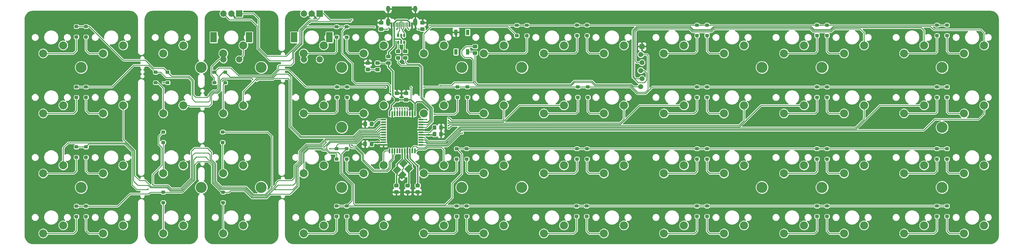
<source format=gbl>
G04 #@! TF.GenerationSoftware,KiCad,Pcbnew,(5.1.2-1)-1*
G04 #@! TF.CreationDate,2020-06-30T21:23:12-05:00*
G04 #@! TF.ProjectId,therick48.16SP,74686572-6963-46b3-9438-2e313653502e,rev?*
G04 #@! TF.SameCoordinates,Original*
G04 #@! TF.FileFunction,Copper,L2,Bot*
G04 #@! TF.FilePolarity,Positive*
%FSLAX46Y46*%
G04 Gerber Fmt 4.6, Leading zero omitted, Abs format (unit mm)*
G04 Created by KiCad (PCBNEW (5.1.2-1)-1) date 2020-06-30 21:23:12*
%MOMM*%
%LPD*%
G04 APERTURE LIST*
%ADD10R,2.000000X2.000000*%
%ADD11C,2.000000*%
%ADD12R,2.000000X3.200000*%
%ADD13C,0.100000*%
%ADD14C,1.600200*%
%ADD15C,3.500000*%
%ADD16C,1.000000*%
%ADD17C,2.540000*%
%ADD18R,0.500000X1.500000*%
%ADD19R,1.500000X0.500000*%
%ADD20C,1.150000*%
%ADD21C,1.800000*%
%ADD22C,0.600000*%
%ADD23O,1.300000X2.400000*%
%ADD24C,0.300000*%
%ADD25O,1.300000X1.900000*%
%ADD26C,0.650000*%
%ADD27R,0.650000X1.060000*%
%ADD28R,1.100000X1.800000*%
%ADD29C,0.500000*%
%ADD30C,0.700000*%
%ADD31C,0.250000*%
%ADD32C,0.400000*%
G04 APERTURE END LIST*
D10*
X147305399Y-44927302D03*
D11*
X144805399Y-44927302D03*
X142305399Y-44927302D03*
D12*
X150405399Y-52427302D03*
X139205399Y-52427302D03*
D11*
X147305399Y-59427302D03*
X142305399Y-59427302D03*
D13*
G36*
X249745662Y-54541826D02*
G01*
X249784496Y-54547587D01*
X249822578Y-54557126D01*
X249859543Y-54570352D01*
X249895032Y-54587137D01*
X249928706Y-54607321D01*
X249960239Y-54630707D01*
X249989328Y-54657072D01*
X250015693Y-54686161D01*
X250039079Y-54717694D01*
X250059263Y-54751368D01*
X250076048Y-54786857D01*
X250089274Y-54823822D01*
X250098813Y-54861904D01*
X250104574Y-54900738D01*
X250106500Y-54939950D01*
X250106500Y-55740050D01*
X250104574Y-55779262D01*
X250098813Y-55818096D01*
X250089274Y-55856178D01*
X250076048Y-55893143D01*
X250059263Y-55928632D01*
X250039079Y-55962306D01*
X250015693Y-55993839D01*
X249989328Y-56022928D01*
X249960239Y-56049293D01*
X249928706Y-56072679D01*
X249895032Y-56092863D01*
X249859543Y-56109648D01*
X249822578Y-56122874D01*
X249784496Y-56132413D01*
X249745662Y-56138174D01*
X249706450Y-56140100D01*
X248906350Y-56140100D01*
X248867138Y-56138174D01*
X248828304Y-56132413D01*
X248790222Y-56122874D01*
X248753257Y-56109648D01*
X248717768Y-56092863D01*
X248684094Y-56072679D01*
X248652561Y-56049293D01*
X248623472Y-56022928D01*
X248597107Y-55993839D01*
X248573721Y-55962306D01*
X248553537Y-55928632D01*
X248536752Y-55893143D01*
X248523526Y-55856178D01*
X248513987Y-55818096D01*
X248508226Y-55779262D01*
X248506300Y-55740050D01*
X248506300Y-54939950D01*
X248508226Y-54900738D01*
X248513987Y-54861904D01*
X248523526Y-54823822D01*
X248536752Y-54786857D01*
X248553537Y-54751368D01*
X248573721Y-54717694D01*
X248597107Y-54686161D01*
X248623472Y-54657072D01*
X248652561Y-54630707D01*
X248684094Y-54607321D01*
X248717768Y-54587137D01*
X248753257Y-54570352D01*
X248790222Y-54557126D01*
X248828304Y-54547587D01*
X248867138Y-54541826D01*
X248906350Y-54539900D01*
X249706450Y-54539900D01*
X249745662Y-54541826D01*
X249745662Y-54541826D01*
G37*
D14*
X249306400Y-55340000D03*
X248900000Y-57880000D03*
X249306400Y-60420000D03*
X248900000Y-62960000D03*
X249306400Y-65500000D03*
X248900000Y-68040000D03*
D10*
X121845086Y-44927162D03*
D11*
X119345086Y-44927162D03*
X116845086Y-44927162D03*
D12*
X124945086Y-52427162D03*
X113745086Y-52427162D03*
D11*
X121845086Y-59427162D03*
X116845086Y-59427162D03*
D15*
X109819711Y-61939837D03*
X109819711Y-99939737D03*
D13*
G36*
X114374204Y-66302204D02*
G01*
X114398473Y-66305804D01*
X114422271Y-66311765D01*
X114445371Y-66320030D01*
X114467549Y-66330520D01*
X114488593Y-66343133D01*
X114508298Y-66357747D01*
X114526477Y-66374223D01*
X114542953Y-66392402D01*
X114557567Y-66412107D01*
X114570180Y-66433151D01*
X114580670Y-66455329D01*
X114588935Y-66478429D01*
X114594896Y-66502227D01*
X114598496Y-66526496D01*
X114599700Y-66551000D01*
X114599700Y-67051000D01*
X114598496Y-67075504D01*
X114594896Y-67099773D01*
X114588935Y-67123571D01*
X114580670Y-67146671D01*
X114570180Y-67168849D01*
X114557567Y-67189893D01*
X114542953Y-67209598D01*
X114526477Y-67227777D01*
X114508298Y-67244253D01*
X114488593Y-67258867D01*
X114467549Y-67271480D01*
X114445371Y-67281970D01*
X114422271Y-67290235D01*
X114398473Y-67296196D01*
X114374204Y-67299796D01*
X114349700Y-67301000D01*
X113649700Y-67301000D01*
X113625196Y-67299796D01*
X113600927Y-67296196D01*
X113577129Y-67290235D01*
X113554029Y-67281970D01*
X113531851Y-67271480D01*
X113510807Y-67258867D01*
X113491102Y-67244253D01*
X113472923Y-67227777D01*
X113456447Y-67209598D01*
X113441833Y-67189893D01*
X113429220Y-67168849D01*
X113418730Y-67146671D01*
X113410465Y-67123571D01*
X113404504Y-67099773D01*
X113400904Y-67075504D01*
X113399700Y-67051000D01*
X113399700Y-66551000D01*
X113400904Y-66526496D01*
X113404504Y-66502227D01*
X113410465Y-66478429D01*
X113418730Y-66455329D01*
X113429220Y-66433151D01*
X113441833Y-66412107D01*
X113456447Y-66392402D01*
X113472923Y-66374223D01*
X113491102Y-66357747D01*
X113510807Y-66343133D01*
X113531851Y-66330520D01*
X113554029Y-66320030D01*
X113577129Y-66311765D01*
X113600927Y-66305804D01*
X113625196Y-66302204D01*
X113649700Y-66301000D01*
X114349700Y-66301000D01*
X114374204Y-66302204D01*
X114374204Y-66302204D01*
G37*
D16*
X113999700Y-66801000D03*
D13*
G36*
X114374204Y-63002204D02*
G01*
X114398473Y-63005804D01*
X114422271Y-63011765D01*
X114445371Y-63020030D01*
X114467549Y-63030520D01*
X114488593Y-63043133D01*
X114508298Y-63057747D01*
X114526477Y-63074223D01*
X114542953Y-63092402D01*
X114557567Y-63112107D01*
X114570180Y-63133151D01*
X114580670Y-63155329D01*
X114588935Y-63178429D01*
X114594896Y-63202227D01*
X114598496Y-63226496D01*
X114599700Y-63251000D01*
X114599700Y-63751000D01*
X114598496Y-63775504D01*
X114594896Y-63799773D01*
X114588935Y-63823571D01*
X114580670Y-63846671D01*
X114570180Y-63868849D01*
X114557567Y-63889893D01*
X114542953Y-63909598D01*
X114526477Y-63927777D01*
X114508298Y-63944253D01*
X114488593Y-63958867D01*
X114467549Y-63971480D01*
X114445371Y-63981970D01*
X114422271Y-63990235D01*
X114398473Y-63996196D01*
X114374204Y-63999796D01*
X114349700Y-64001000D01*
X113649700Y-64001000D01*
X113625196Y-63999796D01*
X113600927Y-63996196D01*
X113577129Y-63990235D01*
X113554029Y-63981970D01*
X113531851Y-63971480D01*
X113510807Y-63958867D01*
X113491102Y-63944253D01*
X113472923Y-63927777D01*
X113456447Y-63909598D01*
X113441833Y-63889893D01*
X113429220Y-63868849D01*
X113418730Y-63846671D01*
X113410465Y-63823571D01*
X113404504Y-63799773D01*
X113400904Y-63775504D01*
X113399700Y-63751000D01*
X113399700Y-63251000D01*
X113400904Y-63226496D01*
X113404504Y-63202227D01*
X113410465Y-63178429D01*
X113418730Y-63155329D01*
X113429220Y-63133151D01*
X113441833Y-63112107D01*
X113456447Y-63092402D01*
X113472923Y-63074223D01*
X113491102Y-63057747D01*
X113510807Y-63043133D01*
X113531851Y-63030520D01*
X113554029Y-63020030D01*
X113577129Y-63011765D01*
X113600927Y-63005804D01*
X113625196Y-63002204D01*
X113649700Y-63001000D01*
X114349700Y-63001000D01*
X114374204Y-63002204D01*
X114374204Y-63002204D01*
G37*
D16*
X113999700Y-63501000D03*
D13*
G36*
X98164504Y-104275204D02*
G01*
X98188773Y-104278804D01*
X98212571Y-104284765D01*
X98235671Y-104293030D01*
X98257849Y-104303520D01*
X98278893Y-104316133D01*
X98298598Y-104330747D01*
X98316777Y-104347223D01*
X98333253Y-104365402D01*
X98347867Y-104385107D01*
X98360480Y-104406151D01*
X98370970Y-104428329D01*
X98379235Y-104451429D01*
X98385196Y-104475227D01*
X98388796Y-104499496D01*
X98390000Y-104524000D01*
X98390000Y-105024000D01*
X98388796Y-105048504D01*
X98385196Y-105072773D01*
X98379235Y-105096571D01*
X98370970Y-105119671D01*
X98360480Y-105141849D01*
X98347867Y-105162893D01*
X98333253Y-105182598D01*
X98316777Y-105200777D01*
X98298598Y-105217253D01*
X98278893Y-105231867D01*
X98257849Y-105244480D01*
X98235671Y-105254970D01*
X98212571Y-105263235D01*
X98188773Y-105269196D01*
X98164504Y-105272796D01*
X98140000Y-105274000D01*
X97440000Y-105274000D01*
X97415496Y-105272796D01*
X97391227Y-105269196D01*
X97367429Y-105263235D01*
X97344329Y-105254970D01*
X97322151Y-105244480D01*
X97301107Y-105231867D01*
X97281402Y-105217253D01*
X97263223Y-105200777D01*
X97246747Y-105182598D01*
X97232133Y-105162893D01*
X97219520Y-105141849D01*
X97209030Y-105119671D01*
X97200765Y-105096571D01*
X97194804Y-105072773D01*
X97191204Y-105048504D01*
X97190000Y-105024000D01*
X97190000Y-104524000D01*
X97191204Y-104499496D01*
X97194804Y-104475227D01*
X97200765Y-104451429D01*
X97209030Y-104428329D01*
X97219520Y-104406151D01*
X97232133Y-104385107D01*
X97246747Y-104365402D01*
X97263223Y-104347223D01*
X97281402Y-104330747D01*
X97301107Y-104316133D01*
X97322151Y-104303520D01*
X97344329Y-104293030D01*
X97367429Y-104284765D01*
X97391227Y-104278804D01*
X97415496Y-104275204D01*
X97440000Y-104274000D01*
X98140000Y-104274000D01*
X98164504Y-104275204D01*
X98164504Y-104275204D01*
G37*
D16*
X97790000Y-104774000D03*
D13*
G36*
X98164504Y-100975204D02*
G01*
X98188773Y-100978804D01*
X98212571Y-100984765D01*
X98235671Y-100993030D01*
X98257849Y-101003520D01*
X98278893Y-101016133D01*
X98298598Y-101030747D01*
X98316777Y-101047223D01*
X98333253Y-101065402D01*
X98347867Y-101085107D01*
X98360480Y-101106151D01*
X98370970Y-101128329D01*
X98379235Y-101151429D01*
X98385196Y-101175227D01*
X98388796Y-101199496D01*
X98390000Y-101224000D01*
X98390000Y-101724000D01*
X98388796Y-101748504D01*
X98385196Y-101772773D01*
X98379235Y-101796571D01*
X98370970Y-101819671D01*
X98360480Y-101841849D01*
X98347867Y-101862893D01*
X98333253Y-101882598D01*
X98316777Y-101900777D01*
X98298598Y-101917253D01*
X98278893Y-101931867D01*
X98257849Y-101944480D01*
X98235671Y-101954970D01*
X98212571Y-101963235D01*
X98188773Y-101969196D01*
X98164504Y-101972796D01*
X98140000Y-101974000D01*
X97440000Y-101974000D01*
X97415496Y-101972796D01*
X97391227Y-101969196D01*
X97367429Y-101963235D01*
X97344329Y-101954970D01*
X97322151Y-101944480D01*
X97301107Y-101931867D01*
X97281402Y-101917253D01*
X97263223Y-101900777D01*
X97246747Y-101882598D01*
X97232133Y-101862893D01*
X97219520Y-101841849D01*
X97209030Y-101819671D01*
X97200765Y-101796571D01*
X97194804Y-101772773D01*
X97191204Y-101748504D01*
X97190000Y-101724000D01*
X97190000Y-101224000D01*
X97191204Y-101199496D01*
X97194804Y-101175227D01*
X97200765Y-101151429D01*
X97209030Y-101128329D01*
X97219520Y-101106151D01*
X97232133Y-101085107D01*
X97246747Y-101065402D01*
X97263223Y-101047223D01*
X97281402Y-101030747D01*
X97301107Y-101016133D01*
X97322151Y-101003520D01*
X97344329Y-100993030D01*
X97367429Y-100984765D01*
X97391227Y-100978804D01*
X97415496Y-100975204D01*
X97440000Y-100974000D01*
X98140000Y-100974000D01*
X98164504Y-100975204D01*
X98164504Y-100975204D01*
G37*
D16*
X97790000Y-101474000D03*
D17*
X123129686Y-111979712D03*
X116779686Y-114519712D03*
D18*
X177437499Y-76605002D03*
X176637499Y-76605002D03*
X175837499Y-76605002D03*
X175037499Y-76605002D03*
X174237499Y-76605002D03*
X173437499Y-76605002D03*
X172637499Y-76605002D03*
X171837499Y-76605002D03*
X171037499Y-76605002D03*
X170237499Y-76605002D03*
X169437499Y-76605002D03*
D19*
X167537499Y-78505002D03*
X167537499Y-79305002D03*
X167537499Y-80105002D03*
X167537499Y-80905002D03*
X167537499Y-81705002D03*
X167537499Y-82505002D03*
X167537499Y-83305002D03*
X167537499Y-84105002D03*
X167537499Y-84905002D03*
X167537499Y-85705002D03*
X167537499Y-86505002D03*
D18*
X169437499Y-88405002D03*
X170237499Y-88405002D03*
X171037499Y-88405002D03*
X171837499Y-88405002D03*
X172637499Y-88405002D03*
X173437499Y-88405002D03*
X174237499Y-88405002D03*
X175037499Y-88405002D03*
X175837499Y-88405002D03*
X176637499Y-88405002D03*
X177437499Y-88405002D03*
D19*
X179337499Y-86505002D03*
X179337499Y-85705002D03*
X179337499Y-84905002D03*
X179337499Y-84105002D03*
X179337499Y-83305002D03*
X179337499Y-82505002D03*
X179337499Y-81705002D03*
X179337499Y-80905002D03*
X179337499Y-80105002D03*
X179337499Y-79305002D03*
X179337499Y-78505002D03*
D13*
G36*
X178793504Y-100856206D02*
G01*
X178817772Y-100859806D01*
X178841571Y-100865767D01*
X178864670Y-100874032D01*
X178886849Y-100884522D01*
X178907892Y-100897134D01*
X178927598Y-100911749D01*
X178945776Y-100928225D01*
X178962252Y-100946403D01*
X178976867Y-100966109D01*
X178989479Y-100987152D01*
X178999969Y-101009331D01*
X179008234Y-101032430D01*
X179014195Y-101056229D01*
X179017795Y-101080497D01*
X179018999Y-101105001D01*
X179018999Y-101755003D01*
X179017795Y-101779507D01*
X179014195Y-101803775D01*
X179008234Y-101827574D01*
X178999969Y-101850673D01*
X178989479Y-101872852D01*
X178976867Y-101893895D01*
X178962252Y-101913601D01*
X178945776Y-101931779D01*
X178927598Y-101948255D01*
X178907892Y-101962870D01*
X178886849Y-101975482D01*
X178864670Y-101985972D01*
X178841571Y-101994237D01*
X178817772Y-102000198D01*
X178793504Y-102003798D01*
X178769000Y-102005002D01*
X177868998Y-102005002D01*
X177844494Y-102003798D01*
X177820226Y-102000198D01*
X177796427Y-101994237D01*
X177773328Y-101985972D01*
X177751149Y-101975482D01*
X177730106Y-101962870D01*
X177710400Y-101948255D01*
X177692222Y-101931779D01*
X177675746Y-101913601D01*
X177661131Y-101893895D01*
X177648519Y-101872852D01*
X177638029Y-101850673D01*
X177629764Y-101827574D01*
X177623803Y-101803775D01*
X177620203Y-101779507D01*
X177618999Y-101755003D01*
X177618999Y-101105001D01*
X177620203Y-101080497D01*
X177623803Y-101056229D01*
X177629764Y-101032430D01*
X177638029Y-101009331D01*
X177648519Y-100987152D01*
X177661131Y-100966109D01*
X177675746Y-100946403D01*
X177692222Y-100928225D01*
X177710400Y-100911749D01*
X177730106Y-100897134D01*
X177751149Y-100884522D01*
X177773328Y-100874032D01*
X177796427Y-100865767D01*
X177820226Y-100859806D01*
X177844494Y-100856206D01*
X177868998Y-100855002D01*
X178769000Y-100855002D01*
X178793504Y-100856206D01*
X178793504Y-100856206D01*
G37*
D20*
X178318999Y-101430002D03*
D13*
G36*
X178793504Y-98806206D02*
G01*
X178817772Y-98809806D01*
X178841571Y-98815767D01*
X178864670Y-98824032D01*
X178886849Y-98834522D01*
X178907892Y-98847134D01*
X178927598Y-98861749D01*
X178945776Y-98878225D01*
X178962252Y-98896403D01*
X178976867Y-98916109D01*
X178989479Y-98937152D01*
X178999969Y-98959331D01*
X179008234Y-98982430D01*
X179014195Y-99006229D01*
X179017795Y-99030497D01*
X179018999Y-99055001D01*
X179018999Y-99705003D01*
X179017795Y-99729507D01*
X179014195Y-99753775D01*
X179008234Y-99777574D01*
X178999969Y-99800673D01*
X178989479Y-99822852D01*
X178976867Y-99843895D01*
X178962252Y-99863601D01*
X178945776Y-99881779D01*
X178927598Y-99898255D01*
X178907892Y-99912870D01*
X178886849Y-99925482D01*
X178864670Y-99935972D01*
X178841571Y-99944237D01*
X178817772Y-99950198D01*
X178793504Y-99953798D01*
X178769000Y-99955002D01*
X177868998Y-99955002D01*
X177844494Y-99953798D01*
X177820226Y-99950198D01*
X177796427Y-99944237D01*
X177773328Y-99935972D01*
X177751149Y-99925482D01*
X177730106Y-99912870D01*
X177710400Y-99898255D01*
X177692222Y-99881779D01*
X177675746Y-99863601D01*
X177661131Y-99843895D01*
X177648519Y-99822852D01*
X177638029Y-99800673D01*
X177629764Y-99777574D01*
X177623803Y-99753775D01*
X177620203Y-99729507D01*
X177618999Y-99705003D01*
X177618999Y-99055001D01*
X177620203Y-99030497D01*
X177623803Y-99006229D01*
X177629764Y-98982430D01*
X177638029Y-98959331D01*
X177648519Y-98937152D01*
X177661131Y-98916109D01*
X177675746Y-98896403D01*
X177692222Y-98878225D01*
X177710400Y-98861749D01*
X177730106Y-98847134D01*
X177751149Y-98834522D01*
X177773328Y-98824032D01*
X177796427Y-98815767D01*
X177820226Y-98809806D01*
X177844494Y-98806206D01*
X177868998Y-98805002D01*
X178769000Y-98805002D01*
X178793504Y-98806206D01*
X178793504Y-98806206D01*
G37*
D20*
X178318999Y-99380002D03*
D13*
G36*
X186051504Y-82411206D02*
G01*
X186075772Y-82414806D01*
X186099571Y-82420767D01*
X186122670Y-82429032D01*
X186144849Y-82439522D01*
X186165892Y-82452134D01*
X186185598Y-82466749D01*
X186203776Y-82483225D01*
X186220252Y-82501403D01*
X186234867Y-82521109D01*
X186247479Y-82542152D01*
X186257969Y-82564331D01*
X186266234Y-82587430D01*
X186272195Y-82611229D01*
X186275795Y-82635497D01*
X186276999Y-82660001D01*
X186276999Y-83560003D01*
X186275795Y-83584507D01*
X186272195Y-83608775D01*
X186266234Y-83632574D01*
X186257969Y-83655673D01*
X186247479Y-83677852D01*
X186234867Y-83698895D01*
X186220252Y-83718601D01*
X186203776Y-83736779D01*
X186185598Y-83753255D01*
X186165892Y-83767870D01*
X186144849Y-83780482D01*
X186122670Y-83790972D01*
X186099571Y-83799237D01*
X186075772Y-83805198D01*
X186051504Y-83808798D01*
X186027000Y-83810002D01*
X185376998Y-83810002D01*
X185352494Y-83808798D01*
X185328226Y-83805198D01*
X185304427Y-83799237D01*
X185281328Y-83790972D01*
X185259149Y-83780482D01*
X185238106Y-83767870D01*
X185218400Y-83753255D01*
X185200222Y-83736779D01*
X185183746Y-83718601D01*
X185169131Y-83698895D01*
X185156519Y-83677852D01*
X185146029Y-83655673D01*
X185137764Y-83632574D01*
X185131803Y-83608775D01*
X185128203Y-83584507D01*
X185126999Y-83560003D01*
X185126999Y-82660001D01*
X185128203Y-82635497D01*
X185131803Y-82611229D01*
X185137764Y-82587430D01*
X185146029Y-82564331D01*
X185156519Y-82542152D01*
X185169131Y-82521109D01*
X185183746Y-82501403D01*
X185200222Y-82483225D01*
X185218400Y-82466749D01*
X185238106Y-82452134D01*
X185259149Y-82439522D01*
X185281328Y-82429032D01*
X185304427Y-82420767D01*
X185328226Y-82414806D01*
X185352494Y-82411206D01*
X185376998Y-82410002D01*
X186027000Y-82410002D01*
X186051504Y-82411206D01*
X186051504Y-82411206D01*
G37*
D20*
X185701999Y-83110002D03*
D13*
G36*
X184001504Y-82411206D02*
G01*
X184025772Y-82414806D01*
X184049571Y-82420767D01*
X184072670Y-82429032D01*
X184094849Y-82439522D01*
X184115892Y-82452134D01*
X184135598Y-82466749D01*
X184153776Y-82483225D01*
X184170252Y-82501403D01*
X184184867Y-82521109D01*
X184197479Y-82542152D01*
X184207969Y-82564331D01*
X184216234Y-82587430D01*
X184222195Y-82611229D01*
X184225795Y-82635497D01*
X184226999Y-82660001D01*
X184226999Y-83560003D01*
X184225795Y-83584507D01*
X184222195Y-83608775D01*
X184216234Y-83632574D01*
X184207969Y-83655673D01*
X184197479Y-83677852D01*
X184184867Y-83698895D01*
X184170252Y-83718601D01*
X184153776Y-83736779D01*
X184135598Y-83753255D01*
X184115892Y-83767870D01*
X184094849Y-83780482D01*
X184072670Y-83790972D01*
X184049571Y-83799237D01*
X184025772Y-83805198D01*
X184001504Y-83808798D01*
X183977000Y-83810002D01*
X183326998Y-83810002D01*
X183302494Y-83808798D01*
X183278226Y-83805198D01*
X183254427Y-83799237D01*
X183231328Y-83790972D01*
X183209149Y-83780482D01*
X183188106Y-83767870D01*
X183168400Y-83753255D01*
X183150222Y-83736779D01*
X183133746Y-83718601D01*
X183119131Y-83698895D01*
X183106519Y-83677852D01*
X183096029Y-83655673D01*
X183087764Y-83632574D01*
X183081803Y-83608775D01*
X183078203Y-83584507D01*
X183076999Y-83560003D01*
X183076999Y-82660001D01*
X183078203Y-82635497D01*
X183081803Y-82611229D01*
X183087764Y-82587430D01*
X183096029Y-82564331D01*
X183106519Y-82542152D01*
X183119131Y-82521109D01*
X183133746Y-82501403D01*
X183150222Y-82483225D01*
X183168400Y-82466749D01*
X183188106Y-82452134D01*
X183209149Y-82439522D01*
X183231328Y-82429032D01*
X183254427Y-82420767D01*
X183278226Y-82414806D01*
X183302494Y-82411206D01*
X183326998Y-82410002D01*
X183977000Y-82410002D01*
X184001504Y-82411206D01*
X184001504Y-82411206D01*
G37*
D20*
X183651999Y-83110002D03*
D13*
G36*
X162030504Y-85513206D02*
G01*
X162054772Y-85516806D01*
X162078571Y-85522767D01*
X162101670Y-85531032D01*
X162123849Y-85541522D01*
X162144892Y-85554134D01*
X162164598Y-85568749D01*
X162182776Y-85585225D01*
X162199252Y-85603403D01*
X162213867Y-85623109D01*
X162226479Y-85644152D01*
X162236969Y-85666331D01*
X162245234Y-85689430D01*
X162251195Y-85713229D01*
X162254795Y-85737497D01*
X162255999Y-85762001D01*
X162255999Y-86662003D01*
X162254795Y-86686507D01*
X162251195Y-86710775D01*
X162245234Y-86734574D01*
X162236969Y-86757673D01*
X162226479Y-86779852D01*
X162213867Y-86800895D01*
X162199252Y-86820601D01*
X162182776Y-86838779D01*
X162164598Y-86855255D01*
X162144892Y-86869870D01*
X162123849Y-86882482D01*
X162101670Y-86892972D01*
X162078571Y-86901237D01*
X162054772Y-86907198D01*
X162030504Y-86910798D01*
X162006000Y-86912002D01*
X161355998Y-86912002D01*
X161331494Y-86910798D01*
X161307226Y-86907198D01*
X161283427Y-86901237D01*
X161260328Y-86892972D01*
X161238149Y-86882482D01*
X161217106Y-86869870D01*
X161197400Y-86855255D01*
X161179222Y-86838779D01*
X161162746Y-86820601D01*
X161148131Y-86800895D01*
X161135519Y-86779852D01*
X161125029Y-86757673D01*
X161116764Y-86734574D01*
X161110803Y-86710775D01*
X161107203Y-86686507D01*
X161105999Y-86662003D01*
X161105999Y-85762001D01*
X161107203Y-85737497D01*
X161110803Y-85713229D01*
X161116764Y-85689430D01*
X161125029Y-85666331D01*
X161135519Y-85644152D01*
X161148131Y-85623109D01*
X161162746Y-85603403D01*
X161179222Y-85585225D01*
X161197400Y-85568749D01*
X161217106Y-85554134D01*
X161238149Y-85541522D01*
X161260328Y-85531032D01*
X161283427Y-85522767D01*
X161307226Y-85516806D01*
X161331494Y-85513206D01*
X161355998Y-85512002D01*
X162006000Y-85512002D01*
X162030504Y-85513206D01*
X162030504Y-85513206D01*
G37*
D20*
X161680999Y-86212002D03*
D13*
G36*
X164080504Y-85513206D02*
G01*
X164104772Y-85516806D01*
X164128571Y-85522767D01*
X164151670Y-85531032D01*
X164173849Y-85541522D01*
X164194892Y-85554134D01*
X164214598Y-85568749D01*
X164232776Y-85585225D01*
X164249252Y-85603403D01*
X164263867Y-85623109D01*
X164276479Y-85644152D01*
X164286969Y-85666331D01*
X164295234Y-85689430D01*
X164301195Y-85713229D01*
X164304795Y-85737497D01*
X164305999Y-85762001D01*
X164305999Y-86662003D01*
X164304795Y-86686507D01*
X164301195Y-86710775D01*
X164295234Y-86734574D01*
X164286969Y-86757673D01*
X164276479Y-86779852D01*
X164263867Y-86800895D01*
X164249252Y-86820601D01*
X164232776Y-86838779D01*
X164214598Y-86855255D01*
X164194892Y-86869870D01*
X164173849Y-86882482D01*
X164151670Y-86892972D01*
X164128571Y-86901237D01*
X164104772Y-86907198D01*
X164080504Y-86910798D01*
X164056000Y-86912002D01*
X163405998Y-86912002D01*
X163381494Y-86910798D01*
X163357226Y-86907198D01*
X163333427Y-86901237D01*
X163310328Y-86892972D01*
X163288149Y-86882482D01*
X163267106Y-86869870D01*
X163247400Y-86855255D01*
X163229222Y-86838779D01*
X163212746Y-86820601D01*
X163198131Y-86800895D01*
X163185519Y-86779852D01*
X163175029Y-86757673D01*
X163166764Y-86734574D01*
X163160803Y-86710775D01*
X163157203Y-86686507D01*
X163155999Y-86662003D01*
X163155999Y-85762001D01*
X163157203Y-85737497D01*
X163160803Y-85713229D01*
X163166764Y-85689430D01*
X163175029Y-85666331D01*
X163185519Y-85644152D01*
X163198131Y-85623109D01*
X163212746Y-85603403D01*
X163229222Y-85585225D01*
X163247400Y-85568749D01*
X163267106Y-85554134D01*
X163288149Y-85541522D01*
X163310328Y-85531032D01*
X163333427Y-85522767D01*
X163357226Y-85516806D01*
X163381494Y-85513206D01*
X163405998Y-85512002D01*
X164056000Y-85512002D01*
X164080504Y-85513206D01*
X164080504Y-85513206D01*
G37*
D20*
X163730999Y-86212002D03*
D13*
G36*
X175626504Y-100856206D02*
G01*
X175650772Y-100859806D01*
X175674571Y-100865767D01*
X175697670Y-100874032D01*
X175719849Y-100884522D01*
X175740892Y-100897134D01*
X175760598Y-100911749D01*
X175778776Y-100928225D01*
X175795252Y-100946403D01*
X175809867Y-100966109D01*
X175822479Y-100987152D01*
X175832969Y-101009331D01*
X175841234Y-101032430D01*
X175847195Y-101056229D01*
X175850795Y-101080497D01*
X175851999Y-101105001D01*
X175851999Y-101755003D01*
X175850795Y-101779507D01*
X175847195Y-101803775D01*
X175841234Y-101827574D01*
X175832969Y-101850673D01*
X175822479Y-101872852D01*
X175809867Y-101893895D01*
X175795252Y-101913601D01*
X175778776Y-101931779D01*
X175760598Y-101948255D01*
X175740892Y-101962870D01*
X175719849Y-101975482D01*
X175697670Y-101985972D01*
X175674571Y-101994237D01*
X175650772Y-102000198D01*
X175626504Y-102003798D01*
X175602000Y-102005002D01*
X174701998Y-102005002D01*
X174677494Y-102003798D01*
X174653226Y-102000198D01*
X174629427Y-101994237D01*
X174606328Y-101985972D01*
X174584149Y-101975482D01*
X174563106Y-101962870D01*
X174543400Y-101948255D01*
X174525222Y-101931779D01*
X174508746Y-101913601D01*
X174494131Y-101893895D01*
X174481519Y-101872852D01*
X174471029Y-101850673D01*
X174462764Y-101827574D01*
X174456803Y-101803775D01*
X174453203Y-101779507D01*
X174451999Y-101755003D01*
X174451999Y-101105001D01*
X174453203Y-101080497D01*
X174456803Y-101056229D01*
X174462764Y-101032430D01*
X174471029Y-101009331D01*
X174481519Y-100987152D01*
X174494131Y-100966109D01*
X174508746Y-100946403D01*
X174525222Y-100928225D01*
X174543400Y-100911749D01*
X174563106Y-100897134D01*
X174584149Y-100884522D01*
X174606328Y-100874032D01*
X174629427Y-100865767D01*
X174653226Y-100859806D01*
X174677494Y-100856206D01*
X174701998Y-100855002D01*
X175602000Y-100855002D01*
X175626504Y-100856206D01*
X175626504Y-100856206D01*
G37*
D20*
X175151999Y-101430002D03*
D13*
G36*
X175626504Y-98806206D02*
G01*
X175650772Y-98809806D01*
X175674571Y-98815767D01*
X175697670Y-98824032D01*
X175719849Y-98834522D01*
X175740892Y-98847134D01*
X175760598Y-98861749D01*
X175778776Y-98878225D01*
X175795252Y-98896403D01*
X175809867Y-98916109D01*
X175822479Y-98937152D01*
X175832969Y-98959331D01*
X175841234Y-98982430D01*
X175847195Y-99006229D01*
X175850795Y-99030497D01*
X175851999Y-99055001D01*
X175851999Y-99705003D01*
X175850795Y-99729507D01*
X175847195Y-99753775D01*
X175841234Y-99777574D01*
X175832969Y-99800673D01*
X175822479Y-99822852D01*
X175809867Y-99843895D01*
X175795252Y-99863601D01*
X175778776Y-99881779D01*
X175760598Y-99898255D01*
X175740892Y-99912870D01*
X175719849Y-99925482D01*
X175697670Y-99935972D01*
X175674571Y-99944237D01*
X175650772Y-99950198D01*
X175626504Y-99953798D01*
X175602000Y-99955002D01*
X174701998Y-99955002D01*
X174677494Y-99953798D01*
X174653226Y-99950198D01*
X174629427Y-99944237D01*
X174606328Y-99935972D01*
X174584149Y-99925482D01*
X174563106Y-99912870D01*
X174543400Y-99898255D01*
X174525222Y-99881779D01*
X174508746Y-99863601D01*
X174494131Y-99843895D01*
X174481519Y-99822852D01*
X174471029Y-99800673D01*
X174462764Y-99777574D01*
X174456803Y-99753775D01*
X174453203Y-99729507D01*
X174451999Y-99705003D01*
X174451999Y-99055001D01*
X174453203Y-99030497D01*
X174456803Y-99006229D01*
X174462764Y-98982430D01*
X174471029Y-98959331D01*
X174481519Y-98937152D01*
X174494131Y-98916109D01*
X174508746Y-98896403D01*
X174525222Y-98878225D01*
X174543400Y-98861749D01*
X174563106Y-98847134D01*
X174584149Y-98834522D01*
X174606328Y-98824032D01*
X174629427Y-98815767D01*
X174653226Y-98809806D01*
X174677494Y-98806206D01*
X174701998Y-98805002D01*
X175602000Y-98805002D01*
X175626504Y-98806206D01*
X175626504Y-98806206D01*
G37*
D20*
X175151999Y-99380002D03*
D13*
G36*
X172070504Y-100856206D02*
G01*
X172094772Y-100859806D01*
X172118571Y-100865767D01*
X172141670Y-100874032D01*
X172163849Y-100884522D01*
X172184892Y-100897134D01*
X172204598Y-100911749D01*
X172222776Y-100928225D01*
X172239252Y-100946403D01*
X172253867Y-100966109D01*
X172266479Y-100987152D01*
X172276969Y-101009331D01*
X172285234Y-101032430D01*
X172291195Y-101056229D01*
X172294795Y-101080497D01*
X172295999Y-101105001D01*
X172295999Y-101755003D01*
X172294795Y-101779507D01*
X172291195Y-101803775D01*
X172285234Y-101827574D01*
X172276969Y-101850673D01*
X172266479Y-101872852D01*
X172253867Y-101893895D01*
X172239252Y-101913601D01*
X172222776Y-101931779D01*
X172204598Y-101948255D01*
X172184892Y-101962870D01*
X172163849Y-101975482D01*
X172141670Y-101985972D01*
X172118571Y-101994237D01*
X172094772Y-102000198D01*
X172070504Y-102003798D01*
X172046000Y-102005002D01*
X171145998Y-102005002D01*
X171121494Y-102003798D01*
X171097226Y-102000198D01*
X171073427Y-101994237D01*
X171050328Y-101985972D01*
X171028149Y-101975482D01*
X171007106Y-101962870D01*
X170987400Y-101948255D01*
X170969222Y-101931779D01*
X170952746Y-101913601D01*
X170938131Y-101893895D01*
X170925519Y-101872852D01*
X170915029Y-101850673D01*
X170906764Y-101827574D01*
X170900803Y-101803775D01*
X170897203Y-101779507D01*
X170895999Y-101755003D01*
X170895999Y-101105001D01*
X170897203Y-101080497D01*
X170900803Y-101056229D01*
X170906764Y-101032430D01*
X170915029Y-101009331D01*
X170925519Y-100987152D01*
X170938131Y-100966109D01*
X170952746Y-100946403D01*
X170969222Y-100928225D01*
X170987400Y-100911749D01*
X171007106Y-100897134D01*
X171028149Y-100884522D01*
X171050328Y-100874032D01*
X171073427Y-100865767D01*
X171097226Y-100859806D01*
X171121494Y-100856206D01*
X171145998Y-100855002D01*
X172046000Y-100855002D01*
X172070504Y-100856206D01*
X172070504Y-100856206D01*
G37*
D20*
X171595999Y-101430002D03*
D13*
G36*
X172070504Y-98806206D02*
G01*
X172094772Y-98809806D01*
X172118571Y-98815767D01*
X172141670Y-98824032D01*
X172163849Y-98834522D01*
X172184892Y-98847134D01*
X172204598Y-98861749D01*
X172222776Y-98878225D01*
X172239252Y-98896403D01*
X172253867Y-98916109D01*
X172266479Y-98937152D01*
X172276969Y-98959331D01*
X172285234Y-98982430D01*
X172291195Y-99006229D01*
X172294795Y-99030497D01*
X172295999Y-99055001D01*
X172295999Y-99705003D01*
X172294795Y-99729507D01*
X172291195Y-99753775D01*
X172285234Y-99777574D01*
X172276969Y-99800673D01*
X172266479Y-99822852D01*
X172253867Y-99843895D01*
X172239252Y-99863601D01*
X172222776Y-99881779D01*
X172204598Y-99898255D01*
X172184892Y-99912870D01*
X172163849Y-99925482D01*
X172141670Y-99935972D01*
X172118571Y-99944237D01*
X172094772Y-99950198D01*
X172070504Y-99953798D01*
X172046000Y-99955002D01*
X171145998Y-99955002D01*
X171121494Y-99953798D01*
X171097226Y-99950198D01*
X171073427Y-99944237D01*
X171050328Y-99935972D01*
X171028149Y-99925482D01*
X171007106Y-99912870D01*
X170987400Y-99898255D01*
X170969222Y-99881779D01*
X170952746Y-99863601D01*
X170938131Y-99843895D01*
X170925519Y-99822852D01*
X170915029Y-99800673D01*
X170906764Y-99777574D01*
X170900803Y-99753775D01*
X170897203Y-99729507D01*
X170895999Y-99705003D01*
X170895999Y-99055001D01*
X170897203Y-99030497D01*
X170900803Y-99006229D01*
X170906764Y-98982430D01*
X170915029Y-98959331D01*
X170925519Y-98937152D01*
X170938131Y-98916109D01*
X170952746Y-98896403D01*
X170969222Y-98878225D01*
X170987400Y-98861749D01*
X171007106Y-98847134D01*
X171028149Y-98834522D01*
X171050328Y-98824032D01*
X171073427Y-98815767D01*
X171097226Y-98809806D01*
X171121494Y-98806206D01*
X171145998Y-98805002D01*
X172046000Y-98805002D01*
X172070504Y-98806206D01*
X172070504Y-98806206D01*
G37*
D20*
X171595999Y-99380002D03*
D13*
G36*
X172621504Y-56324206D02*
G01*
X172645772Y-56327806D01*
X172669571Y-56333767D01*
X172692670Y-56342032D01*
X172714849Y-56352522D01*
X172735892Y-56365134D01*
X172755598Y-56379749D01*
X172773776Y-56396225D01*
X172790252Y-56414403D01*
X172804867Y-56434109D01*
X172817479Y-56455152D01*
X172827969Y-56477331D01*
X172836234Y-56500430D01*
X172842195Y-56524229D01*
X172845795Y-56548497D01*
X172846999Y-56573001D01*
X172846999Y-57223003D01*
X172845795Y-57247507D01*
X172842195Y-57271775D01*
X172836234Y-57295574D01*
X172827969Y-57318673D01*
X172817479Y-57340852D01*
X172804867Y-57361895D01*
X172790252Y-57381601D01*
X172773776Y-57399779D01*
X172755598Y-57416255D01*
X172735892Y-57430870D01*
X172714849Y-57443482D01*
X172692670Y-57453972D01*
X172669571Y-57462237D01*
X172645772Y-57468198D01*
X172621504Y-57471798D01*
X172597000Y-57473002D01*
X171696998Y-57473002D01*
X171672494Y-57471798D01*
X171648226Y-57468198D01*
X171624427Y-57462237D01*
X171601328Y-57453972D01*
X171579149Y-57443482D01*
X171558106Y-57430870D01*
X171538400Y-57416255D01*
X171520222Y-57399779D01*
X171503746Y-57381601D01*
X171489131Y-57361895D01*
X171476519Y-57340852D01*
X171466029Y-57318673D01*
X171457764Y-57295574D01*
X171451803Y-57271775D01*
X171448203Y-57247507D01*
X171446999Y-57223003D01*
X171446999Y-56573001D01*
X171448203Y-56548497D01*
X171451803Y-56524229D01*
X171457764Y-56500430D01*
X171466029Y-56477331D01*
X171476519Y-56455152D01*
X171489131Y-56434109D01*
X171503746Y-56414403D01*
X171520222Y-56396225D01*
X171538400Y-56379749D01*
X171558106Y-56365134D01*
X171579149Y-56352522D01*
X171601328Y-56342032D01*
X171624427Y-56333767D01*
X171648226Y-56327806D01*
X171672494Y-56324206D01*
X171696998Y-56323002D01*
X172597000Y-56323002D01*
X172621504Y-56324206D01*
X172621504Y-56324206D01*
G37*
D20*
X172146999Y-56898002D03*
D13*
G36*
X172621504Y-58374206D02*
G01*
X172645772Y-58377806D01*
X172669571Y-58383767D01*
X172692670Y-58392032D01*
X172714849Y-58402522D01*
X172735892Y-58415134D01*
X172755598Y-58429749D01*
X172773776Y-58446225D01*
X172790252Y-58464403D01*
X172804867Y-58484109D01*
X172817479Y-58505152D01*
X172827969Y-58527331D01*
X172836234Y-58550430D01*
X172842195Y-58574229D01*
X172845795Y-58598497D01*
X172846999Y-58623001D01*
X172846999Y-59273003D01*
X172845795Y-59297507D01*
X172842195Y-59321775D01*
X172836234Y-59345574D01*
X172827969Y-59368673D01*
X172817479Y-59390852D01*
X172804867Y-59411895D01*
X172790252Y-59431601D01*
X172773776Y-59449779D01*
X172755598Y-59466255D01*
X172735892Y-59480870D01*
X172714849Y-59493482D01*
X172692670Y-59503972D01*
X172669571Y-59512237D01*
X172645772Y-59518198D01*
X172621504Y-59521798D01*
X172597000Y-59523002D01*
X171696998Y-59523002D01*
X171672494Y-59521798D01*
X171648226Y-59518198D01*
X171624427Y-59512237D01*
X171601328Y-59503972D01*
X171579149Y-59493482D01*
X171558106Y-59480870D01*
X171538400Y-59466255D01*
X171520222Y-59449779D01*
X171503746Y-59431601D01*
X171489131Y-59411895D01*
X171476519Y-59390852D01*
X171466029Y-59368673D01*
X171457764Y-59345574D01*
X171451803Y-59321775D01*
X171448203Y-59297507D01*
X171446999Y-59273003D01*
X171446999Y-58623001D01*
X171448203Y-58598497D01*
X171451803Y-58574229D01*
X171457764Y-58550430D01*
X171466029Y-58527331D01*
X171476519Y-58505152D01*
X171489131Y-58484109D01*
X171503746Y-58464403D01*
X171520222Y-58446225D01*
X171538400Y-58429749D01*
X171558106Y-58415134D01*
X171579149Y-58402522D01*
X171601328Y-58392032D01*
X171624427Y-58383767D01*
X171648226Y-58377806D01*
X171672494Y-58374206D01*
X171696998Y-58373002D01*
X172597000Y-58373002D01*
X172621504Y-58374206D01*
X172621504Y-58374206D01*
G37*
D20*
X172146999Y-58948002D03*
D13*
G36*
X174864504Y-56324206D02*
G01*
X174888772Y-56327806D01*
X174912571Y-56333767D01*
X174935670Y-56342032D01*
X174957849Y-56352522D01*
X174978892Y-56365134D01*
X174998598Y-56379749D01*
X175016776Y-56396225D01*
X175033252Y-56414403D01*
X175047867Y-56434109D01*
X175060479Y-56455152D01*
X175070969Y-56477331D01*
X175079234Y-56500430D01*
X175085195Y-56524229D01*
X175088795Y-56548497D01*
X175089999Y-56573001D01*
X175089999Y-57223003D01*
X175088795Y-57247507D01*
X175085195Y-57271775D01*
X175079234Y-57295574D01*
X175070969Y-57318673D01*
X175060479Y-57340852D01*
X175047867Y-57361895D01*
X175033252Y-57381601D01*
X175016776Y-57399779D01*
X174998598Y-57416255D01*
X174978892Y-57430870D01*
X174957849Y-57443482D01*
X174935670Y-57453972D01*
X174912571Y-57462237D01*
X174888772Y-57468198D01*
X174864504Y-57471798D01*
X174840000Y-57473002D01*
X173939998Y-57473002D01*
X173915494Y-57471798D01*
X173891226Y-57468198D01*
X173867427Y-57462237D01*
X173844328Y-57453972D01*
X173822149Y-57443482D01*
X173801106Y-57430870D01*
X173781400Y-57416255D01*
X173763222Y-57399779D01*
X173746746Y-57381601D01*
X173732131Y-57361895D01*
X173719519Y-57340852D01*
X173709029Y-57318673D01*
X173700764Y-57295574D01*
X173694803Y-57271775D01*
X173691203Y-57247507D01*
X173689999Y-57223003D01*
X173689999Y-56573001D01*
X173691203Y-56548497D01*
X173694803Y-56524229D01*
X173700764Y-56500430D01*
X173709029Y-56477331D01*
X173719519Y-56455152D01*
X173732131Y-56434109D01*
X173746746Y-56414403D01*
X173763222Y-56396225D01*
X173781400Y-56379749D01*
X173801106Y-56365134D01*
X173822149Y-56352522D01*
X173844328Y-56342032D01*
X173867427Y-56333767D01*
X173891226Y-56327806D01*
X173915494Y-56324206D01*
X173939998Y-56323002D01*
X174840000Y-56323002D01*
X174864504Y-56324206D01*
X174864504Y-56324206D01*
G37*
D20*
X174389999Y-56898002D03*
D13*
G36*
X174864504Y-58374206D02*
G01*
X174888772Y-58377806D01*
X174912571Y-58383767D01*
X174935670Y-58392032D01*
X174957849Y-58402522D01*
X174978892Y-58415134D01*
X174998598Y-58429749D01*
X175016776Y-58446225D01*
X175033252Y-58464403D01*
X175047867Y-58484109D01*
X175060479Y-58505152D01*
X175070969Y-58527331D01*
X175079234Y-58550430D01*
X175085195Y-58574229D01*
X175088795Y-58598497D01*
X175089999Y-58623001D01*
X175089999Y-59273003D01*
X175088795Y-59297507D01*
X175085195Y-59321775D01*
X175079234Y-59345574D01*
X175070969Y-59368673D01*
X175060479Y-59390852D01*
X175047867Y-59411895D01*
X175033252Y-59431601D01*
X175016776Y-59449779D01*
X174998598Y-59466255D01*
X174978892Y-59480870D01*
X174957849Y-59493482D01*
X174935670Y-59503972D01*
X174912571Y-59512237D01*
X174888772Y-59518198D01*
X174864504Y-59521798D01*
X174840000Y-59523002D01*
X173939998Y-59523002D01*
X173915494Y-59521798D01*
X173891226Y-59518198D01*
X173867427Y-59512237D01*
X173844328Y-59503972D01*
X173822149Y-59493482D01*
X173801106Y-59480870D01*
X173781400Y-59466255D01*
X173763222Y-59449779D01*
X173746746Y-59431601D01*
X173732131Y-59411895D01*
X173719519Y-59390852D01*
X173709029Y-59368673D01*
X173700764Y-59345574D01*
X173694803Y-59321775D01*
X173691203Y-59297507D01*
X173689999Y-59273003D01*
X173689999Y-58623001D01*
X173691203Y-58598497D01*
X173694803Y-58574229D01*
X173700764Y-58550430D01*
X173709029Y-58527331D01*
X173719519Y-58505152D01*
X173732131Y-58484109D01*
X173746746Y-58464403D01*
X173763222Y-58446225D01*
X173781400Y-58429749D01*
X173801106Y-58415134D01*
X173822149Y-58402522D01*
X173844328Y-58392032D01*
X173867427Y-58383767D01*
X173891226Y-58377806D01*
X173915494Y-58374206D01*
X173939998Y-58373002D01*
X174840000Y-58373002D01*
X174864504Y-58374206D01*
X174864504Y-58374206D01*
G37*
D20*
X174389999Y-58948002D03*
D13*
G36*
X172201504Y-69575206D02*
G01*
X172225772Y-69578806D01*
X172249571Y-69584767D01*
X172272670Y-69593032D01*
X172294849Y-69603522D01*
X172315892Y-69616134D01*
X172335598Y-69630749D01*
X172353776Y-69647225D01*
X172370252Y-69665403D01*
X172384867Y-69685109D01*
X172397479Y-69706152D01*
X172407969Y-69728331D01*
X172416234Y-69751430D01*
X172422195Y-69775229D01*
X172425795Y-69799497D01*
X172426999Y-69824001D01*
X172426999Y-70474003D01*
X172425795Y-70498507D01*
X172422195Y-70522775D01*
X172416234Y-70546574D01*
X172407969Y-70569673D01*
X172397479Y-70591852D01*
X172384867Y-70612895D01*
X172370252Y-70632601D01*
X172353776Y-70650779D01*
X172335598Y-70667255D01*
X172315892Y-70681870D01*
X172294849Y-70694482D01*
X172272670Y-70704972D01*
X172249571Y-70713237D01*
X172225772Y-70719198D01*
X172201504Y-70722798D01*
X172177000Y-70724002D01*
X171276998Y-70724002D01*
X171252494Y-70722798D01*
X171228226Y-70719198D01*
X171204427Y-70713237D01*
X171181328Y-70704972D01*
X171159149Y-70694482D01*
X171138106Y-70681870D01*
X171118400Y-70667255D01*
X171100222Y-70650779D01*
X171083746Y-70632601D01*
X171069131Y-70612895D01*
X171056519Y-70591852D01*
X171046029Y-70569673D01*
X171037764Y-70546574D01*
X171031803Y-70522775D01*
X171028203Y-70498507D01*
X171026999Y-70474003D01*
X171026999Y-69824001D01*
X171028203Y-69799497D01*
X171031803Y-69775229D01*
X171037764Y-69751430D01*
X171046029Y-69728331D01*
X171056519Y-69706152D01*
X171069131Y-69685109D01*
X171083746Y-69665403D01*
X171100222Y-69647225D01*
X171118400Y-69630749D01*
X171138106Y-69616134D01*
X171159149Y-69603522D01*
X171181328Y-69593032D01*
X171204427Y-69584767D01*
X171228226Y-69578806D01*
X171252494Y-69575206D01*
X171276998Y-69574002D01*
X172177000Y-69574002D01*
X172201504Y-69575206D01*
X172201504Y-69575206D01*
G37*
D20*
X171726999Y-70149002D03*
D13*
G36*
X172201504Y-71625206D02*
G01*
X172225772Y-71628806D01*
X172249571Y-71634767D01*
X172272670Y-71643032D01*
X172294849Y-71653522D01*
X172315892Y-71666134D01*
X172335598Y-71680749D01*
X172353776Y-71697225D01*
X172370252Y-71715403D01*
X172384867Y-71735109D01*
X172397479Y-71756152D01*
X172407969Y-71778331D01*
X172416234Y-71801430D01*
X172422195Y-71825229D01*
X172425795Y-71849497D01*
X172426999Y-71874001D01*
X172426999Y-72524003D01*
X172425795Y-72548507D01*
X172422195Y-72572775D01*
X172416234Y-72596574D01*
X172407969Y-72619673D01*
X172397479Y-72641852D01*
X172384867Y-72662895D01*
X172370252Y-72682601D01*
X172353776Y-72700779D01*
X172335598Y-72717255D01*
X172315892Y-72731870D01*
X172294849Y-72744482D01*
X172272670Y-72754972D01*
X172249571Y-72763237D01*
X172225772Y-72769198D01*
X172201504Y-72772798D01*
X172177000Y-72774002D01*
X171276998Y-72774002D01*
X171252494Y-72772798D01*
X171228226Y-72769198D01*
X171204427Y-72763237D01*
X171181328Y-72754972D01*
X171159149Y-72744482D01*
X171138106Y-72731870D01*
X171118400Y-72717255D01*
X171100222Y-72700779D01*
X171083746Y-72682601D01*
X171069131Y-72662895D01*
X171056519Y-72641852D01*
X171046029Y-72619673D01*
X171037764Y-72596574D01*
X171031803Y-72572775D01*
X171028203Y-72548507D01*
X171026999Y-72524003D01*
X171026999Y-71874001D01*
X171028203Y-71849497D01*
X171031803Y-71825229D01*
X171037764Y-71801430D01*
X171046029Y-71778331D01*
X171056519Y-71756152D01*
X171069131Y-71735109D01*
X171083746Y-71715403D01*
X171100222Y-71697225D01*
X171118400Y-71680749D01*
X171138106Y-71666134D01*
X171159149Y-71653522D01*
X171181328Y-71643032D01*
X171204427Y-71634767D01*
X171228226Y-71628806D01*
X171252494Y-71625206D01*
X171276998Y-71624002D01*
X172177000Y-71624002D01*
X172201504Y-71625206D01*
X172201504Y-71625206D01*
G37*
D20*
X171726999Y-72199002D03*
D13*
G36*
X186051504Y-80306206D02*
G01*
X186075772Y-80309806D01*
X186099571Y-80315767D01*
X186122670Y-80324032D01*
X186144849Y-80334522D01*
X186165892Y-80347134D01*
X186185598Y-80361749D01*
X186203776Y-80378225D01*
X186220252Y-80396403D01*
X186234867Y-80416109D01*
X186247479Y-80437152D01*
X186257969Y-80459331D01*
X186266234Y-80482430D01*
X186272195Y-80506229D01*
X186275795Y-80530497D01*
X186276999Y-80555001D01*
X186276999Y-81455003D01*
X186275795Y-81479507D01*
X186272195Y-81503775D01*
X186266234Y-81527574D01*
X186257969Y-81550673D01*
X186247479Y-81572852D01*
X186234867Y-81593895D01*
X186220252Y-81613601D01*
X186203776Y-81631779D01*
X186185598Y-81648255D01*
X186165892Y-81662870D01*
X186144849Y-81675482D01*
X186122670Y-81685972D01*
X186099571Y-81694237D01*
X186075772Y-81700198D01*
X186051504Y-81703798D01*
X186027000Y-81705002D01*
X185376998Y-81705002D01*
X185352494Y-81703798D01*
X185328226Y-81700198D01*
X185304427Y-81694237D01*
X185281328Y-81685972D01*
X185259149Y-81675482D01*
X185238106Y-81662870D01*
X185218400Y-81648255D01*
X185200222Y-81631779D01*
X185183746Y-81613601D01*
X185169131Y-81593895D01*
X185156519Y-81572852D01*
X185146029Y-81550673D01*
X185137764Y-81527574D01*
X185131803Y-81503775D01*
X185128203Y-81479507D01*
X185126999Y-81455003D01*
X185126999Y-80555001D01*
X185128203Y-80530497D01*
X185131803Y-80506229D01*
X185137764Y-80482430D01*
X185146029Y-80459331D01*
X185156519Y-80437152D01*
X185169131Y-80416109D01*
X185183746Y-80396403D01*
X185200222Y-80378225D01*
X185218400Y-80361749D01*
X185238106Y-80347134D01*
X185259149Y-80334522D01*
X185281328Y-80324032D01*
X185304427Y-80315767D01*
X185328226Y-80309806D01*
X185352494Y-80306206D01*
X185376998Y-80305002D01*
X186027000Y-80305002D01*
X186051504Y-80306206D01*
X186051504Y-80306206D01*
G37*
D20*
X185701999Y-81005002D03*
D13*
G36*
X184001504Y-80306206D02*
G01*
X184025772Y-80309806D01*
X184049571Y-80315767D01*
X184072670Y-80324032D01*
X184094849Y-80334522D01*
X184115892Y-80347134D01*
X184135598Y-80361749D01*
X184153776Y-80378225D01*
X184170252Y-80396403D01*
X184184867Y-80416109D01*
X184197479Y-80437152D01*
X184207969Y-80459331D01*
X184216234Y-80482430D01*
X184222195Y-80506229D01*
X184225795Y-80530497D01*
X184226999Y-80555001D01*
X184226999Y-81455003D01*
X184225795Y-81479507D01*
X184222195Y-81503775D01*
X184216234Y-81527574D01*
X184207969Y-81550673D01*
X184197479Y-81572852D01*
X184184867Y-81593895D01*
X184170252Y-81613601D01*
X184153776Y-81631779D01*
X184135598Y-81648255D01*
X184115892Y-81662870D01*
X184094849Y-81675482D01*
X184072670Y-81685972D01*
X184049571Y-81694237D01*
X184025772Y-81700198D01*
X184001504Y-81703798D01*
X183977000Y-81705002D01*
X183326998Y-81705002D01*
X183302494Y-81703798D01*
X183278226Y-81700198D01*
X183254427Y-81694237D01*
X183231328Y-81685972D01*
X183209149Y-81675482D01*
X183188106Y-81662870D01*
X183168400Y-81648255D01*
X183150222Y-81631779D01*
X183133746Y-81613601D01*
X183119131Y-81593895D01*
X183106519Y-81572852D01*
X183096029Y-81550673D01*
X183087764Y-81527574D01*
X183081803Y-81503775D01*
X183078203Y-81479507D01*
X183076999Y-81455003D01*
X183076999Y-80555001D01*
X183078203Y-80530497D01*
X183081803Y-80506229D01*
X183087764Y-80482430D01*
X183096029Y-80459331D01*
X183106519Y-80437152D01*
X183119131Y-80416109D01*
X183133746Y-80396403D01*
X183150222Y-80378225D01*
X183168400Y-80361749D01*
X183188106Y-80347134D01*
X183209149Y-80334522D01*
X183231328Y-80324032D01*
X183254427Y-80315767D01*
X183278226Y-80309806D01*
X183302494Y-80306206D01*
X183326998Y-80305002D01*
X183977000Y-80305002D01*
X184001504Y-80306206D01*
X184001504Y-80306206D01*
G37*
D20*
X183651999Y-81005002D03*
D13*
G36*
X164112004Y-79163206D02*
G01*
X164136272Y-79166806D01*
X164160071Y-79172767D01*
X164183170Y-79181032D01*
X164205349Y-79191522D01*
X164226392Y-79204134D01*
X164246098Y-79218749D01*
X164264276Y-79235225D01*
X164280752Y-79253403D01*
X164295367Y-79273109D01*
X164307979Y-79294152D01*
X164318469Y-79316331D01*
X164326734Y-79339430D01*
X164332695Y-79363229D01*
X164336295Y-79387497D01*
X164337499Y-79412001D01*
X164337499Y-80312003D01*
X164336295Y-80336507D01*
X164332695Y-80360775D01*
X164326734Y-80384574D01*
X164318469Y-80407673D01*
X164307979Y-80429852D01*
X164295367Y-80450895D01*
X164280752Y-80470601D01*
X164264276Y-80488779D01*
X164246098Y-80505255D01*
X164226392Y-80519870D01*
X164205349Y-80532482D01*
X164183170Y-80542972D01*
X164160071Y-80551237D01*
X164136272Y-80557198D01*
X164112004Y-80560798D01*
X164087500Y-80562002D01*
X163437498Y-80562002D01*
X163412994Y-80560798D01*
X163388726Y-80557198D01*
X163364927Y-80551237D01*
X163341828Y-80542972D01*
X163319649Y-80532482D01*
X163298606Y-80519870D01*
X163278900Y-80505255D01*
X163260722Y-80488779D01*
X163244246Y-80470601D01*
X163229631Y-80450895D01*
X163217019Y-80429852D01*
X163206529Y-80407673D01*
X163198264Y-80384574D01*
X163192303Y-80360775D01*
X163188703Y-80336507D01*
X163187499Y-80312003D01*
X163187499Y-79412001D01*
X163188703Y-79387497D01*
X163192303Y-79363229D01*
X163198264Y-79339430D01*
X163206529Y-79316331D01*
X163217019Y-79294152D01*
X163229631Y-79273109D01*
X163244246Y-79253403D01*
X163260722Y-79235225D01*
X163278900Y-79218749D01*
X163298606Y-79204134D01*
X163319649Y-79191522D01*
X163341828Y-79181032D01*
X163364927Y-79172767D01*
X163388726Y-79166806D01*
X163412994Y-79163206D01*
X163437498Y-79162002D01*
X164087500Y-79162002D01*
X164112004Y-79163206D01*
X164112004Y-79163206D01*
G37*
D20*
X163762499Y-79862002D03*
D13*
G36*
X162062004Y-79163206D02*
G01*
X162086272Y-79166806D01*
X162110071Y-79172767D01*
X162133170Y-79181032D01*
X162155349Y-79191522D01*
X162176392Y-79204134D01*
X162196098Y-79218749D01*
X162214276Y-79235225D01*
X162230752Y-79253403D01*
X162245367Y-79273109D01*
X162257979Y-79294152D01*
X162268469Y-79316331D01*
X162276734Y-79339430D01*
X162282695Y-79363229D01*
X162286295Y-79387497D01*
X162287499Y-79412001D01*
X162287499Y-80312003D01*
X162286295Y-80336507D01*
X162282695Y-80360775D01*
X162276734Y-80384574D01*
X162268469Y-80407673D01*
X162257979Y-80429852D01*
X162245367Y-80450895D01*
X162230752Y-80470601D01*
X162214276Y-80488779D01*
X162196098Y-80505255D01*
X162176392Y-80519870D01*
X162155349Y-80532482D01*
X162133170Y-80542972D01*
X162110071Y-80551237D01*
X162086272Y-80557198D01*
X162062004Y-80560798D01*
X162037500Y-80562002D01*
X161387498Y-80562002D01*
X161362994Y-80560798D01*
X161338726Y-80557198D01*
X161314927Y-80551237D01*
X161291828Y-80542972D01*
X161269649Y-80532482D01*
X161248606Y-80519870D01*
X161228900Y-80505255D01*
X161210722Y-80488779D01*
X161194246Y-80470601D01*
X161179631Y-80450895D01*
X161167019Y-80429852D01*
X161156529Y-80407673D01*
X161148264Y-80384574D01*
X161142303Y-80360775D01*
X161138703Y-80336507D01*
X161137499Y-80312003D01*
X161137499Y-79412001D01*
X161138703Y-79387497D01*
X161142303Y-79363229D01*
X161148264Y-79339430D01*
X161156529Y-79316331D01*
X161167019Y-79294152D01*
X161179631Y-79273109D01*
X161194246Y-79253403D01*
X161210722Y-79235225D01*
X161228900Y-79218749D01*
X161248606Y-79204134D01*
X161269649Y-79191522D01*
X161291828Y-79181032D01*
X161314927Y-79172767D01*
X161338726Y-79166806D01*
X161362994Y-79163206D01*
X161387498Y-79162002D01*
X162037500Y-79162002D01*
X162062004Y-79163206D01*
X162062004Y-79163206D01*
G37*
D20*
X161712499Y-79862002D03*
D21*
X173849631Y-92366524D03*
D13*
G36*
X173955697Y-90987666D02*
G01*
X175228489Y-92260458D01*
X173743565Y-93745382D01*
X172470773Y-92472590D01*
X173955697Y-90987666D01*
X173955697Y-90987666D01*
G37*
D21*
X171799021Y-94417134D03*
D13*
G36*
X171905087Y-93038276D02*
G01*
X173177879Y-94311068D01*
X171692955Y-95795992D01*
X170420163Y-94523200D01*
X171905087Y-93038276D01*
X171905087Y-93038276D01*
G37*
D21*
X173425367Y-96043480D03*
D13*
G36*
X173531433Y-94664622D02*
G01*
X174804225Y-95937414D01*
X173319301Y-97422338D01*
X172046509Y-96149546D01*
X173531433Y-94664622D01*
X173531433Y-94664622D01*
G37*
D21*
X175475977Y-93992870D03*
D13*
G36*
X175582043Y-92614012D02*
G01*
X176854835Y-93886804D01*
X175369911Y-95371728D01*
X174097119Y-94098936D01*
X175582043Y-92614012D01*
X175582043Y-92614012D01*
G37*
G36*
X169530504Y-57943206D02*
G01*
X169554772Y-57946806D01*
X169578571Y-57952767D01*
X169601670Y-57961032D01*
X169623849Y-57971522D01*
X169644892Y-57984134D01*
X169664598Y-57998749D01*
X169682776Y-58015225D01*
X169699252Y-58033403D01*
X169713867Y-58053109D01*
X169726479Y-58074152D01*
X169736969Y-58096331D01*
X169745234Y-58119430D01*
X169751195Y-58143229D01*
X169754795Y-58167497D01*
X169755999Y-58192001D01*
X169755999Y-58842003D01*
X169754795Y-58866507D01*
X169751195Y-58890775D01*
X169745234Y-58914574D01*
X169736969Y-58937673D01*
X169726479Y-58959852D01*
X169713867Y-58980895D01*
X169699252Y-59000601D01*
X169682776Y-59018779D01*
X169664598Y-59035255D01*
X169644892Y-59049870D01*
X169623849Y-59062482D01*
X169601670Y-59072972D01*
X169578571Y-59081237D01*
X169554772Y-59087198D01*
X169530504Y-59090798D01*
X169506000Y-59092002D01*
X168605998Y-59092002D01*
X168581494Y-59090798D01*
X168557226Y-59087198D01*
X168533427Y-59081237D01*
X168510328Y-59072972D01*
X168488149Y-59062482D01*
X168467106Y-59049870D01*
X168447400Y-59035255D01*
X168429222Y-59018779D01*
X168412746Y-59000601D01*
X168398131Y-58980895D01*
X168385519Y-58959852D01*
X168375029Y-58937673D01*
X168366764Y-58914574D01*
X168360803Y-58890775D01*
X168357203Y-58866507D01*
X168355999Y-58842003D01*
X168355999Y-58192001D01*
X168357203Y-58167497D01*
X168360803Y-58143229D01*
X168366764Y-58119430D01*
X168375029Y-58096331D01*
X168385519Y-58074152D01*
X168398131Y-58053109D01*
X168412746Y-58033403D01*
X168429222Y-58015225D01*
X168447400Y-57998749D01*
X168467106Y-57984134D01*
X168488149Y-57971522D01*
X168510328Y-57961032D01*
X168533427Y-57952767D01*
X168557226Y-57946806D01*
X168581494Y-57943206D01*
X168605998Y-57942002D01*
X169506000Y-57942002D01*
X169530504Y-57943206D01*
X169530504Y-57943206D01*
G37*
D20*
X169055999Y-58517002D03*
D13*
G36*
X169530504Y-59993206D02*
G01*
X169554772Y-59996806D01*
X169578571Y-60002767D01*
X169601670Y-60011032D01*
X169623849Y-60021522D01*
X169644892Y-60034134D01*
X169664598Y-60048749D01*
X169682776Y-60065225D01*
X169699252Y-60083403D01*
X169713867Y-60103109D01*
X169726479Y-60124152D01*
X169736969Y-60146331D01*
X169745234Y-60169430D01*
X169751195Y-60193229D01*
X169754795Y-60217497D01*
X169755999Y-60242001D01*
X169755999Y-60892003D01*
X169754795Y-60916507D01*
X169751195Y-60940775D01*
X169745234Y-60964574D01*
X169736969Y-60987673D01*
X169726479Y-61009852D01*
X169713867Y-61030895D01*
X169699252Y-61050601D01*
X169682776Y-61068779D01*
X169664598Y-61085255D01*
X169644892Y-61099870D01*
X169623849Y-61112482D01*
X169601670Y-61122972D01*
X169578571Y-61131237D01*
X169554772Y-61137198D01*
X169530504Y-61140798D01*
X169506000Y-61142002D01*
X168605998Y-61142002D01*
X168581494Y-61140798D01*
X168557226Y-61137198D01*
X168533427Y-61131237D01*
X168510328Y-61122972D01*
X168488149Y-61112482D01*
X168467106Y-61099870D01*
X168447400Y-61085255D01*
X168429222Y-61068779D01*
X168412746Y-61050601D01*
X168398131Y-61030895D01*
X168385519Y-61009852D01*
X168375029Y-60987673D01*
X168366764Y-60964574D01*
X168360803Y-60940775D01*
X168357203Y-60916507D01*
X168355999Y-60892003D01*
X168355999Y-60242001D01*
X168357203Y-60217497D01*
X168360803Y-60193229D01*
X168366764Y-60169430D01*
X168375029Y-60146331D01*
X168385519Y-60124152D01*
X168398131Y-60103109D01*
X168412746Y-60083403D01*
X168429222Y-60065225D01*
X168447400Y-60048749D01*
X168467106Y-60034134D01*
X168488149Y-60021522D01*
X168510328Y-60011032D01*
X168533427Y-60002767D01*
X168557226Y-59996806D01*
X168581494Y-59993206D01*
X168605998Y-59992002D01*
X169506000Y-59992002D01*
X169530504Y-59993206D01*
X169530504Y-59993206D01*
G37*
D20*
X169055999Y-60567002D03*
D13*
G36*
X175125004Y-69575206D02*
G01*
X175149272Y-69578806D01*
X175173071Y-69584767D01*
X175196170Y-69593032D01*
X175218349Y-69603522D01*
X175239392Y-69616134D01*
X175259098Y-69630749D01*
X175277276Y-69647225D01*
X175293752Y-69665403D01*
X175308367Y-69685109D01*
X175320979Y-69706152D01*
X175331469Y-69728331D01*
X175339734Y-69751430D01*
X175345695Y-69775229D01*
X175349295Y-69799497D01*
X175350499Y-69824001D01*
X175350499Y-70474003D01*
X175349295Y-70498507D01*
X175345695Y-70522775D01*
X175339734Y-70546574D01*
X175331469Y-70569673D01*
X175320979Y-70591852D01*
X175308367Y-70612895D01*
X175293752Y-70632601D01*
X175277276Y-70650779D01*
X175259098Y-70667255D01*
X175239392Y-70681870D01*
X175218349Y-70694482D01*
X175196170Y-70704972D01*
X175173071Y-70713237D01*
X175149272Y-70719198D01*
X175125004Y-70722798D01*
X175100500Y-70724002D01*
X174200498Y-70724002D01*
X174175994Y-70722798D01*
X174151726Y-70719198D01*
X174127927Y-70713237D01*
X174104828Y-70704972D01*
X174082649Y-70694482D01*
X174061606Y-70681870D01*
X174041900Y-70667255D01*
X174023722Y-70650779D01*
X174007246Y-70632601D01*
X173992631Y-70612895D01*
X173980019Y-70591852D01*
X173969529Y-70569673D01*
X173961264Y-70546574D01*
X173955303Y-70522775D01*
X173951703Y-70498507D01*
X173950499Y-70474003D01*
X173950499Y-69824001D01*
X173951703Y-69799497D01*
X173955303Y-69775229D01*
X173961264Y-69751430D01*
X173969529Y-69728331D01*
X173980019Y-69706152D01*
X173992631Y-69685109D01*
X174007246Y-69665403D01*
X174023722Y-69647225D01*
X174041900Y-69630749D01*
X174061606Y-69616134D01*
X174082649Y-69603522D01*
X174104828Y-69593032D01*
X174127927Y-69584767D01*
X174151726Y-69578806D01*
X174175994Y-69575206D01*
X174200498Y-69574002D01*
X175100500Y-69574002D01*
X175125004Y-69575206D01*
X175125004Y-69575206D01*
G37*
D20*
X174650499Y-70149002D03*
D13*
G36*
X175125004Y-71625206D02*
G01*
X175149272Y-71628806D01*
X175173071Y-71634767D01*
X175196170Y-71643032D01*
X175218349Y-71653522D01*
X175239392Y-71666134D01*
X175259098Y-71680749D01*
X175277276Y-71697225D01*
X175293752Y-71715403D01*
X175308367Y-71735109D01*
X175320979Y-71756152D01*
X175331469Y-71778331D01*
X175339734Y-71801430D01*
X175345695Y-71825229D01*
X175349295Y-71849497D01*
X175350499Y-71874001D01*
X175350499Y-72524003D01*
X175349295Y-72548507D01*
X175345695Y-72572775D01*
X175339734Y-72596574D01*
X175331469Y-72619673D01*
X175320979Y-72641852D01*
X175308367Y-72662895D01*
X175293752Y-72682601D01*
X175277276Y-72700779D01*
X175259098Y-72717255D01*
X175239392Y-72731870D01*
X175218349Y-72744482D01*
X175196170Y-72754972D01*
X175173071Y-72763237D01*
X175149272Y-72769198D01*
X175125004Y-72772798D01*
X175100500Y-72774002D01*
X174200498Y-72774002D01*
X174175994Y-72772798D01*
X174151726Y-72769198D01*
X174127927Y-72763237D01*
X174104828Y-72754972D01*
X174082649Y-72744482D01*
X174061606Y-72731870D01*
X174041900Y-72717255D01*
X174023722Y-72700779D01*
X174007246Y-72682601D01*
X173992631Y-72662895D01*
X173980019Y-72641852D01*
X173969529Y-72619673D01*
X173961264Y-72596574D01*
X173955303Y-72572775D01*
X173951703Y-72548507D01*
X173950499Y-72524003D01*
X173950499Y-71874001D01*
X173951703Y-71849497D01*
X173955303Y-71825229D01*
X173961264Y-71801430D01*
X173969529Y-71778331D01*
X173980019Y-71756152D01*
X173992631Y-71735109D01*
X174007246Y-71715403D01*
X174023722Y-71697225D01*
X174041900Y-71680749D01*
X174061606Y-71666134D01*
X174082649Y-71653522D01*
X174104828Y-71643032D01*
X174127927Y-71634767D01*
X174151726Y-71628806D01*
X174175994Y-71625206D01*
X174200498Y-71624002D01*
X175100500Y-71624002D01*
X175125004Y-71625206D01*
X175125004Y-71625206D01*
G37*
D20*
X174650499Y-72199002D03*
D13*
G36*
X196943505Y-54789204D02*
G01*
X196967773Y-54792804D01*
X196991572Y-54798765D01*
X197014671Y-54807030D01*
X197036850Y-54817520D01*
X197057893Y-54830132D01*
X197077599Y-54844747D01*
X197095777Y-54861223D01*
X197112253Y-54879401D01*
X197126868Y-54899107D01*
X197139480Y-54920150D01*
X197149970Y-54942329D01*
X197158235Y-54965428D01*
X197164196Y-54989227D01*
X197167796Y-55013495D01*
X197169000Y-55037999D01*
X197169000Y-55688001D01*
X197167796Y-55712505D01*
X197164196Y-55736773D01*
X197158235Y-55760572D01*
X197149970Y-55783671D01*
X197139480Y-55805850D01*
X197126868Y-55826893D01*
X197112253Y-55846599D01*
X197095777Y-55864777D01*
X197077599Y-55881253D01*
X197057893Y-55895868D01*
X197036850Y-55908480D01*
X197014671Y-55918970D01*
X196991572Y-55927235D01*
X196967773Y-55933196D01*
X196943505Y-55936796D01*
X196919001Y-55938000D01*
X196018999Y-55938000D01*
X195994495Y-55936796D01*
X195970227Y-55933196D01*
X195946428Y-55927235D01*
X195923329Y-55918970D01*
X195901150Y-55908480D01*
X195880107Y-55895868D01*
X195860401Y-55881253D01*
X195842223Y-55864777D01*
X195825747Y-55846599D01*
X195811132Y-55826893D01*
X195798520Y-55805850D01*
X195788030Y-55783671D01*
X195779765Y-55760572D01*
X195773804Y-55736773D01*
X195770204Y-55712505D01*
X195769000Y-55688001D01*
X195769000Y-55037999D01*
X195770204Y-55013495D01*
X195773804Y-54989227D01*
X195779765Y-54965428D01*
X195788030Y-54942329D01*
X195798520Y-54920150D01*
X195811132Y-54899107D01*
X195825747Y-54879401D01*
X195842223Y-54861223D01*
X195860401Y-54844747D01*
X195880107Y-54830132D01*
X195901150Y-54817520D01*
X195923329Y-54807030D01*
X195946428Y-54798765D01*
X195970227Y-54792804D01*
X195994495Y-54789204D01*
X196018999Y-54788000D01*
X196919001Y-54788000D01*
X196943505Y-54789204D01*
X196943505Y-54789204D01*
G37*
D20*
X196469000Y-55363000D03*
D13*
G36*
X196943505Y-56839204D02*
G01*
X196967773Y-56842804D01*
X196991572Y-56848765D01*
X197014671Y-56857030D01*
X197036850Y-56867520D01*
X197057893Y-56880132D01*
X197077599Y-56894747D01*
X197095777Y-56911223D01*
X197112253Y-56929401D01*
X197126868Y-56949107D01*
X197139480Y-56970150D01*
X197149970Y-56992329D01*
X197158235Y-57015428D01*
X197164196Y-57039227D01*
X197167796Y-57063495D01*
X197169000Y-57087999D01*
X197169000Y-57738001D01*
X197167796Y-57762505D01*
X197164196Y-57786773D01*
X197158235Y-57810572D01*
X197149970Y-57833671D01*
X197139480Y-57855850D01*
X197126868Y-57876893D01*
X197112253Y-57896599D01*
X197095777Y-57914777D01*
X197077599Y-57931253D01*
X197057893Y-57945868D01*
X197036850Y-57958480D01*
X197014671Y-57968970D01*
X196991572Y-57977235D01*
X196967773Y-57983196D01*
X196943505Y-57986796D01*
X196919001Y-57988000D01*
X196018999Y-57988000D01*
X195994495Y-57986796D01*
X195970227Y-57983196D01*
X195946428Y-57977235D01*
X195923329Y-57968970D01*
X195901150Y-57958480D01*
X195880107Y-57945868D01*
X195860401Y-57931253D01*
X195842223Y-57914777D01*
X195825747Y-57896599D01*
X195811132Y-57876893D01*
X195798520Y-57855850D01*
X195788030Y-57833671D01*
X195779765Y-57810572D01*
X195773804Y-57786773D01*
X195770204Y-57762505D01*
X195769000Y-57738001D01*
X195769000Y-57087999D01*
X195770204Y-57063495D01*
X195773804Y-57039227D01*
X195779765Y-57015428D01*
X195788030Y-56992329D01*
X195798520Y-56970150D01*
X195811132Y-56949107D01*
X195825747Y-56929401D01*
X195842223Y-56911223D01*
X195860401Y-56894747D01*
X195880107Y-56880132D01*
X195901150Y-56867520D01*
X195923329Y-56857030D01*
X195946428Y-56848765D01*
X195970227Y-56842804D01*
X195994495Y-56839204D01*
X196018999Y-56838000D01*
X196919001Y-56838000D01*
X196943505Y-56839204D01*
X196943505Y-56839204D01*
G37*
D20*
X196469000Y-57413000D03*
D13*
G36*
X180310504Y-49283206D02*
G01*
X180334772Y-49286806D01*
X180358571Y-49292767D01*
X180381670Y-49301032D01*
X180403849Y-49311522D01*
X180424892Y-49324134D01*
X180444598Y-49338749D01*
X180462776Y-49355225D01*
X180479252Y-49373403D01*
X180493867Y-49393109D01*
X180506479Y-49414152D01*
X180516969Y-49436331D01*
X180525234Y-49459430D01*
X180531195Y-49483229D01*
X180534795Y-49507497D01*
X180535999Y-49532001D01*
X180535999Y-50182003D01*
X180534795Y-50206507D01*
X180531195Y-50230775D01*
X180525234Y-50254574D01*
X180516969Y-50277673D01*
X180506479Y-50299852D01*
X180493867Y-50320895D01*
X180479252Y-50340601D01*
X180462776Y-50358779D01*
X180444598Y-50375255D01*
X180424892Y-50389870D01*
X180403849Y-50402482D01*
X180381670Y-50412972D01*
X180358571Y-50421237D01*
X180334772Y-50427198D01*
X180310504Y-50430798D01*
X180286000Y-50432002D01*
X179385998Y-50432002D01*
X179361494Y-50430798D01*
X179337226Y-50427198D01*
X179313427Y-50421237D01*
X179290328Y-50412972D01*
X179268149Y-50402482D01*
X179247106Y-50389870D01*
X179227400Y-50375255D01*
X179209222Y-50358779D01*
X179192746Y-50340601D01*
X179178131Y-50320895D01*
X179165519Y-50299852D01*
X179155029Y-50277673D01*
X179146764Y-50254574D01*
X179140803Y-50230775D01*
X179137203Y-50206507D01*
X179135999Y-50182003D01*
X179135999Y-49532001D01*
X179137203Y-49507497D01*
X179140803Y-49483229D01*
X179146764Y-49459430D01*
X179155029Y-49436331D01*
X179165519Y-49414152D01*
X179178131Y-49393109D01*
X179192746Y-49373403D01*
X179209222Y-49355225D01*
X179227400Y-49338749D01*
X179247106Y-49324134D01*
X179268149Y-49311522D01*
X179290328Y-49301032D01*
X179313427Y-49292767D01*
X179337226Y-49286806D01*
X179361494Y-49283206D01*
X179385998Y-49282002D01*
X180286000Y-49282002D01*
X180310504Y-49283206D01*
X180310504Y-49283206D01*
G37*
D20*
X179835999Y-49857002D03*
D13*
G36*
X180310504Y-47233206D02*
G01*
X180334772Y-47236806D01*
X180358571Y-47242767D01*
X180381670Y-47251032D01*
X180403849Y-47261522D01*
X180424892Y-47274134D01*
X180444598Y-47288749D01*
X180462776Y-47305225D01*
X180479252Y-47323403D01*
X180493867Y-47343109D01*
X180506479Y-47364152D01*
X180516969Y-47386331D01*
X180525234Y-47409430D01*
X180531195Y-47433229D01*
X180534795Y-47457497D01*
X180535999Y-47482001D01*
X180535999Y-48132003D01*
X180534795Y-48156507D01*
X180531195Y-48180775D01*
X180525234Y-48204574D01*
X180516969Y-48227673D01*
X180506479Y-48249852D01*
X180493867Y-48270895D01*
X180479252Y-48290601D01*
X180462776Y-48308779D01*
X180444598Y-48325255D01*
X180424892Y-48339870D01*
X180403849Y-48352482D01*
X180381670Y-48362972D01*
X180358571Y-48371237D01*
X180334772Y-48377198D01*
X180310504Y-48380798D01*
X180286000Y-48382002D01*
X179385998Y-48382002D01*
X179361494Y-48380798D01*
X179337226Y-48377198D01*
X179313427Y-48371237D01*
X179290328Y-48362972D01*
X179268149Y-48352482D01*
X179247106Y-48339870D01*
X179227400Y-48325255D01*
X179209222Y-48308779D01*
X179192746Y-48290601D01*
X179178131Y-48270895D01*
X179165519Y-48249852D01*
X179155029Y-48227673D01*
X179146764Y-48204574D01*
X179140803Y-48180775D01*
X179137203Y-48156507D01*
X179135999Y-48132003D01*
X179135999Y-47482001D01*
X179137203Y-47457497D01*
X179140803Y-47433229D01*
X179146764Y-47409430D01*
X179155029Y-47386331D01*
X179165519Y-47364152D01*
X179178131Y-47343109D01*
X179192746Y-47323403D01*
X179209222Y-47305225D01*
X179227400Y-47288749D01*
X179247106Y-47274134D01*
X179268149Y-47261522D01*
X179290328Y-47251032D01*
X179313427Y-47242767D01*
X179337226Y-47236806D01*
X179361494Y-47233206D01*
X179385998Y-47232002D01*
X180286000Y-47232002D01*
X180310504Y-47233206D01*
X180310504Y-47233206D01*
G37*
D20*
X179835999Y-47807002D03*
D13*
G36*
X167229504Y-49283206D02*
G01*
X167253772Y-49286806D01*
X167277571Y-49292767D01*
X167300670Y-49301032D01*
X167322849Y-49311522D01*
X167343892Y-49324134D01*
X167363598Y-49338749D01*
X167381776Y-49355225D01*
X167398252Y-49373403D01*
X167412867Y-49393109D01*
X167425479Y-49414152D01*
X167435969Y-49436331D01*
X167444234Y-49459430D01*
X167450195Y-49483229D01*
X167453795Y-49507497D01*
X167454999Y-49532001D01*
X167454999Y-50182003D01*
X167453795Y-50206507D01*
X167450195Y-50230775D01*
X167444234Y-50254574D01*
X167435969Y-50277673D01*
X167425479Y-50299852D01*
X167412867Y-50320895D01*
X167398252Y-50340601D01*
X167381776Y-50358779D01*
X167363598Y-50375255D01*
X167343892Y-50389870D01*
X167322849Y-50402482D01*
X167300670Y-50412972D01*
X167277571Y-50421237D01*
X167253772Y-50427198D01*
X167229504Y-50430798D01*
X167205000Y-50432002D01*
X166304998Y-50432002D01*
X166280494Y-50430798D01*
X166256226Y-50427198D01*
X166232427Y-50421237D01*
X166209328Y-50412972D01*
X166187149Y-50402482D01*
X166166106Y-50389870D01*
X166146400Y-50375255D01*
X166128222Y-50358779D01*
X166111746Y-50340601D01*
X166097131Y-50320895D01*
X166084519Y-50299852D01*
X166074029Y-50277673D01*
X166065764Y-50254574D01*
X166059803Y-50230775D01*
X166056203Y-50206507D01*
X166054999Y-50182003D01*
X166054999Y-49532001D01*
X166056203Y-49507497D01*
X166059803Y-49483229D01*
X166065764Y-49459430D01*
X166074029Y-49436331D01*
X166084519Y-49414152D01*
X166097131Y-49393109D01*
X166111746Y-49373403D01*
X166128222Y-49355225D01*
X166146400Y-49338749D01*
X166166106Y-49324134D01*
X166187149Y-49311522D01*
X166209328Y-49301032D01*
X166232427Y-49292767D01*
X166256226Y-49286806D01*
X166280494Y-49283206D01*
X166304998Y-49282002D01*
X167205000Y-49282002D01*
X167229504Y-49283206D01*
X167229504Y-49283206D01*
G37*
D20*
X166754999Y-49857002D03*
D13*
G36*
X167229504Y-47233206D02*
G01*
X167253772Y-47236806D01*
X167277571Y-47242767D01*
X167300670Y-47251032D01*
X167322849Y-47261522D01*
X167343892Y-47274134D01*
X167363598Y-47288749D01*
X167381776Y-47305225D01*
X167398252Y-47323403D01*
X167412867Y-47343109D01*
X167425479Y-47364152D01*
X167435969Y-47386331D01*
X167444234Y-47409430D01*
X167450195Y-47433229D01*
X167453795Y-47457497D01*
X167454999Y-47482001D01*
X167454999Y-48132003D01*
X167453795Y-48156507D01*
X167450195Y-48180775D01*
X167444234Y-48204574D01*
X167435969Y-48227673D01*
X167425479Y-48249852D01*
X167412867Y-48270895D01*
X167398252Y-48290601D01*
X167381776Y-48308779D01*
X167363598Y-48325255D01*
X167343892Y-48339870D01*
X167322849Y-48352482D01*
X167300670Y-48362972D01*
X167277571Y-48371237D01*
X167253772Y-48377198D01*
X167229504Y-48380798D01*
X167205000Y-48382002D01*
X166304998Y-48382002D01*
X166280494Y-48380798D01*
X166256226Y-48377198D01*
X166232427Y-48371237D01*
X166209328Y-48362972D01*
X166187149Y-48352482D01*
X166166106Y-48339870D01*
X166146400Y-48325255D01*
X166128222Y-48308779D01*
X166111746Y-48290601D01*
X166097131Y-48270895D01*
X166084519Y-48249852D01*
X166074029Y-48227673D01*
X166065764Y-48204574D01*
X166059803Y-48180775D01*
X166056203Y-48156507D01*
X166054999Y-48132003D01*
X166054999Y-47482001D01*
X166056203Y-47457497D01*
X166059803Y-47433229D01*
X166065764Y-47409430D01*
X166074029Y-47386331D01*
X166084519Y-47364152D01*
X166097131Y-47343109D01*
X166111746Y-47323403D01*
X166128222Y-47305225D01*
X166146400Y-47288749D01*
X166166106Y-47274134D01*
X166187149Y-47261522D01*
X166209328Y-47251032D01*
X166232427Y-47242767D01*
X166256226Y-47236806D01*
X166280494Y-47233206D01*
X166304998Y-47232002D01*
X167205000Y-47232002D01*
X167229504Y-47233206D01*
X167229504Y-47233206D01*
G37*
D20*
X166754999Y-47807002D03*
D13*
G36*
X153047503Y-51882581D02*
G01*
X153071772Y-51886181D01*
X153095570Y-51892142D01*
X153118670Y-51900407D01*
X153140848Y-51910897D01*
X153161892Y-51923510D01*
X153181597Y-51938124D01*
X153199776Y-51954600D01*
X153216252Y-51972779D01*
X153230866Y-51992484D01*
X153243479Y-52013528D01*
X153253969Y-52035706D01*
X153262234Y-52058806D01*
X153268195Y-52082604D01*
X153271795Y-52106873D01*
X153272999Y-52131377D01*
X153272999Y-52631377D01*
X153271795Y-52655881D01*
X153268195Y-52680150D01*
X153262234Y-52703948D01*
X153253969Y-52727048D01*
X153243479Y-52749226D01*
X153230866Y-52770270D01*
X153216252Y-52789975D01*
X153199776Y-52808154D01*
X153181597Y-52824630D01*
X153161892Y-52839244D01*
X153140848Y-52851857D01*
X153118670Y-52862347D01*
X153095570Y-52870612D01*
X153071772Y-52876573D01*
X153047503Y-52880173D01*
X153022999Y-52881377D01*
X152322999Y-52881377D01*
X152298495Y-52880173D01*
X152274226Y-52876573D01*
X152250428Y-52870612D01*
X152227328Y-52862347D01*
X152205150Y-52851857D01*
X152184106Y-52839244D01*
X152164401Y-52824630D01*
X152146222Y-52808154D01*
X152129746Y-52789975D01*
X152115132Y-52770270D01*
X152102519Y-52749226D01*
X152092029Y-52727048D01*
X152083764Y-52703948D01*
X152077803Y-52680150D01*
X152074203Y-52655881D01*
X152072999Y-52631377D01*
X152072999Y-52131377D01*
X152074203Y-52106873D01*
X152077803Y-52082604D01*
X152083764Y-52058806D01*
X152092029Y-52035706D01*
X152102519Y-52013528D01*
X152115132Y-51992484D01*
X152129746Y-51972779D01*
X152146222Y-51954600D01*
X152164401Y-51938124D01*
X152184106Y-51923510D01*
X152205150Y-51910897D01*
X152227328Y-51900407D01*
X152250428Y-51892142D01*
X152274226Y-51886181D01*
X152298495Y-51882581D01*
X152322999Y-51881377D01*
X153022999Y-51881377D01*
X153047503Y-51882581D01*
X153047503Y-51882581D01*
G37*
D16*
X152672999Y-52381377D03*
D13*
G36*
X153047503Y-48582581D02*
G01*
X153071772Y-48586181D01*
X153095570Y-48592142D01*
X153118670Y-48600407D01*
X153140848Y-48610897D01*
X153161892Y-48623510D01*
X153181597Y-48638124D01*
X153199776Y-48654600D01*
X153216252Y-48672779D01*
X153230866Y-48692484D01*
X153243479Y-48713528D01*
X153253969Y-48735706D01*
X153262234Y-48758806D01*
X153268195Y-48782604D01*
X153271795Y-48806873D01*
X153272999Y-48831377D01*
X153272999Y-49331377D01*
X153271795Y-49355881D01*
X153268195Y-49380150D01*
X153262234Y-49403948D01*
X153253969Y-49427048D01*
X153243479Y-49449226D01*
X153230866Y-49470270D01*
X153216252Y-49489975D01*
X153199776Y-49508154D01*
X153181597Y-49524630D01*
X153161892Y-49539244D01*
X153140848Y-49551857D01*
X153118670Y-49562347D01*
X153095570Y-49570612D01*
X153071772Y-49576573D01*
X153047503Y-49580173D01*
X153022999Y-49581377D01*
X152322999Y-49581377D01*
X152298495Y-49580173D01*
X152274226Y-49576573D01*
X152250428Y-49570612D01*
X152227328Y-49562347D01*
X152205150Y-49551857D01*
X152184106Y-49539244D01*
X152164401Y-49524630D01*
X152146222Y-49508154D01*
X152129746Y-49489975D01*
X152115132Y-49470270D01*
X152102519Y-49449226D01*
X152092029Y-49427048D01*
X152083764Y-49403948D01*
X152077803Y-49380150D01*
X152074203Y-49355881D01*
X152072999Y-49331377D01*
X152072999Y-48831377D01*
X152074203Y-48806873D01*
X152077803Y-48782604D01*
X152083764Y-48758806D01*
X152092029Y-48735706D01*
X152102519Y-48713528D01*
X152115132Y-48692484D01*
X152129746Y-48672779D01*
X152146222Y-48654600D01*
X152164401Y-48638124D01*
X152184106Y-48623510D01*
X152205150Y-48610897D01*
X152227328Y-48600407D01*
X152250428Y-48592142D01*
X152274226Y-48586181D01*
X152298495Y-48582581D01*
X152322999Y-48581377D01*
X153022999Y-48581377D01*
X153047503Y-48582581D01*
X153047503Y-48582581D01*
G37*
D16*
X152672999Y-49081377D03*
D13*
G36*
X156222503Y-51882581D02*
G01*
X156246772Y-51886181D01*
X156270570Y-51892142D01*
X156293670Y-51900407D01*
X156315848Y-51910897D01*
X156336892Y-51923510D01*
X156356597Y-51938124D01*
X156374776Y-51954600D01*
X156391252Y-51972779D01*
X156405866Y-51992484D01*
X156418479Y-52013528D01*
X156428969Y-52035706D01*
X156437234Y-52058806D01*
X156443195Y-52082604D01*
X156446795Y-52106873D01*
X156447999Y-52131377D01*
X156447999Y-52631377D01*
X156446795Y-52655881D01*
X156443195Y-52680150D01*
X156437234Y-52703948D01*
X156428969Y-52727048D01*
X156418479Y-52749226D01*
X156405866Y-52770270D01*
X156391252Y-52789975D01*
X156374776Y-52808154D01*
X156356597Y-52824630D01*
X156336892Y-52839244D01*
X156315848Y-52851857D01*
X156293670Y-52862347D01*
X156270570Y-52870612D01*
X156246772Y-52876573D01*
X156222503Y-52880173D01*
X156197999Y-52881377D01*
X155497999Y-52881377D01*
X155473495Y-52880173D01*
X155449226Y-52876573D01*
X155425428Y-52870612D01*
X155402328Y-52862347D01*
X155380150Y-52851857D01*
X155359106Y-52839244D01*
X155339401Y-52824630D01*
X155321222Y-52808154D01*
X155304746Y-52789975D01*
X155290132Y-52770270D01*
X155277519Y-52749226D01*
X155267029Y-52727048D01*
X155258764Y-52703948D01*
X155252803Y-52680150D01*
X155249203Y-52655881D01*
X155247999Y-52631377D01*
X155247999Y-52131377D01*
X155249203Y-52106873D01*
X155252803Y-52082604D01*
X155258764Y-52058806D01*
X155267029Y-52035706D01*
X155277519Y-52013528D01*
X155290132Y-51992484D01*
X155304746Y-51972779D01*
X155321222Y-51954600D01*
X155339401Y-51938124D01*
X155359106Y-51923510D01*
X155380150Y-51910897D01*
X155402328Y-51900407D01*
X155425428Y-51892142D01*
X155449226Y-51886181D01*
X155473495Y-51882581D01*
X155497999Y-51881377D01*
X156197999Y-51881377D01*
X156222503Y-51882581D01*
X156222503Y-51882581D01*
G37*
D16*
X155847999Y-52381377D03*
D13*
G36*
X156222503Y-48582581D02*
G01*
X156246772Y-48586181D01*
X156270570Y-48592142D01*
X156293670Y-48600407D01*
X156315848Y-48610897D01*
X156336892Y-48623510D01*
X156356597Y-48638124D01*
X156374776Y-48654600D01*
X156391252Y-48672779D01*
X156405866Y-48692484D01*
X156418479Y-48713528D01*
X156428969Y-48735706D01*
X156437234Y-48758806D01*
X156443195Y-48782604D01*
X156446795Y-48806873D01*
X156447999Y-48831377D01*
X156447999Y-49331377D01*
X156446795Y-49355881D01*
X156443195Y-49380150D01*
X156437234Y-49403948D01*
X156428969Y-49427048D01*
X156418479Y-49449226D01*
X156405866Y-49470270D01*
X156391252Y-49489975D01*
X156374776Y-49508154D01*
X156356597Y-49524630D01*
X156336892Y-49539244D01*
X156315848Y-49551857D01*
X156293670Y-49562347D01*
X156270570Y-49570612D01*
X156246772Y-49576573D01*
X156222503Y-49580173D01*
X156197999Y-49581377D01*
X155497999Y-49581377D01*
X155473495Y-49580173D01*
X155449226Y-49576573D01*
X155425428Y-49570612D01*
X155402328Y-49562347D01*
X155380150Y-49551857D01*
X155359106Y-49539244D01*
X155339401Y-49524630D01*
X155321222Y-49508154D01*
X155304746Y-49489975D01*
X155290132Y-49470270D01*
X155277519Y-49449226D01*
X155267029Y-49427048D01*
X155258764Y-49403948D01*
X155252803Y-49380150D01*
X155249203Y-49355881D01*
X155247999Y-49331377D01*
X155247999Y-48831377D01*
X155249203Y-48806873D01*
X155252803Y-48782604D01*
X155258764Y-48758806D01*
X155267029Y-48735706D01*
X155277519Y-48713528D01*
X155290132Y-48692484D01*
X155304746Y-48672779D01*
X155321222Y-48654600D01*
X155339401Y-48638124D01*
X155359106Y-48623510D01*
X155380150Y-48610897D01*
X155402328Y-48600407D01*
X155425428Y-48592142D01*
X155449226Y-48586181D01*
X155473495Y-48582581D01*
X155497999Y-48581377D01*
X156197999Y-48581377D01*
X156222503Y-48582581D01*
X156222503Y-48582581D01*
G37*
D16*
X155847999Y-49081377D03*
D13*
G36*
X210070503Y-51422206D02*
G01*
X210094772Y-51425806D01*
X210118570Y-51431767D01*
X210141670Y-51440032D01*
X210163848Y-51450522D01*
X210184892Y-51463135D01*
X210204597Y-51477749D01*
X210222776Y-51494225D01*
X210239252Y-51512404D01*
X210253866Y-51532109D01*
X210266479Y-51553153D01*
X210276969Y-51575331D01*
X210285234Y-51598431D01*
X210291195Y-51622229D01*
X210294795Y-51646498D01*
X210295999Y-51671002D01*
X210295999Y-52171002D01*
X210294795Y-52195506D01*
X210291195Y-52219775D01*
X210285234Y-52243573D01*
X210276969Y-52266673D01*
X210266479Y-52288851D01*
X210253866Y-52309895D01*
X210239252Y-52329600D01*
X210222776Y-52347779D01*
X210204597Y-52364255D01*
X210184892Y-52378869D01*
X210163848Y-52391482D01*
X210141670Y-52401972D01*
X210118570Y-52410237D01*
X210094772Y-52416198D01*
X210070503Y-52419798D01*
X210045999Y-52421002D01*
X209345999Y-52421002D01*
X209321495Y-52419798D01*
X209297226Y-52416198D01*
X209273428Y-52410237D01*
X209250328Y-52401972D01*
X209228150Y-52391482D01*
X209207106Y-52378869D01*
X209187401Y-52364255D01*
X209169222Y-52347779D01*
X209152746Y-52329600D01*
X209138132Y-52309895D01*
X209125519Y-52288851D01*
X209115029Y-52266673D01*
X209106764Y-52243573D01*
X209100803Y-52219775D01*
X209097203Y-52195506D01*
X209095999Y-52171002D01*
X209095999Y-51671002D01*
X209097203Y-51646498D01*
X209100803Y-51622229D01*
X209106764Y-51598431D01*
X209115029Y-51575331D01*
X209125519Y-51553153D01*
X209138132Y-51532109D01*
X209152746Y-51512404D01*
X209169222Y-51494225D01*
X209187401Y-51477749D01*
X209207106Y-51463135D01*
X209228150Y-51450522D01*
X209250328Y-51440032D01*
X209273428Y-51431767D01*
X209297226Y-51425806D01*
X209321495Y-51422206D01*
X209345999Y-51421002D01*
X210045999Y-51421002D01*
X210070503Y-51422206D01*
X210070503Y-51422206D01*
G37*
D16*
X209695999Y-51921002D03*
D13*
G36*
X210070503Y-48122206D02*
G01*
X210094772Y-48125806D01*
X210118570Y-48131767D01*
X210141670Y-48140032D01*
X210163848Y-48150522D01*
X210184892Y-48163135D01*
X210204597Y-48177749D01*
X210222776Y-48194225D01*
X210239252Y-48212404D01*
X210253866Y-48232109D01*
X210266479Y-48253153D01*
X210276969Y-48275331D01*
X210285234Y-48298431D01*
X210291195Y-48322229D01*
X210294795Y-48346498D01*
X210295999Y-48371002D01*
X210295999Y-48871002D01*
X210294795Y-48895506D01*
X210291195Y-48919775D01*
X210285234Y-48943573D01*
X210276969Y-48966673D01*
X210266479Y-48988851D01*
X210253866Y-49009895D01*
X210239252Y-49029600D01*
X210222776Y-49047779D01*
X210204597Y-49064255D01*
X210184892Y-49078869D01*
X210163848Y-49091482D01*
X210141670Y-49101972D01*
X210118570Y-49110237D01*
X210094772Y-49116198D01*
X210070503Y-49119798D01*
X210045999Y-49121002D01*
X209345999Y-49121002D01*
X209321495Y-49119798D01*
X209297226Y-49116198D01*
X209273428Y-49110237D01*
X209250328Y-49101972D01*
X209228150Y-49091482D01*
X209207106Y-49078869D01*
X209187401Y-49064255D01*
X209169222Y-49047779D01*
X209152746Y-49029600D01*
X209138132Y-49009895D01*
X209125519Y-48988851D01*
X209115029Y-48966673D01*
X209106764Y-48943573D01*
X209100803Y-48919775D01*
X209097203Y-48895506D01*
X209095999Y-48871002D01*
X209095999Y-48371002D01*
X209097203Y-48346498D01*
X209100803Y-48322229D01*
X209106764Y-48298431D01*
X209115029Y-48275331D01*
X209125519Y-48253153D01*
X209138132Y-48232109D01*
X209152746Y-48212404D01*
X209169222Y-48194225D01*
X209187401Y-48177749D01*
X209207106Y-48163135D01*
X209228150Y-48150522D01*
X209250328Y-48140032D01*
X209273428Y-48131767D01*
X209297226Y-48125806D01*
X209321495Y-48122206D01*
X209345999Y-48121002D01*
X210045999Y-48121002D01*
X210070503Y-48122206D01*
X210070503Y-48122206D01*
G37*
D16*
X209695999Y-48621002D03*
D13*
G36*
X213245503Y-51422206D02*
G01*
X213269772Y-51425806D01*
X213293570Y-51431767D01*
X213316670Y-51440032D01*
X213338848Y-51450522D01*
X213359892Y-51463135D01*
X213379597Y-51477749D01*
X213397776Y-51494225D01*
X213414252Y-51512404D01*
X213428866Y-51532109D01*
X213441479Y-51553153D01*
X213451969Y-51575331D01*
X213460234Y-51598431D01*
X213466195Y-51622229D01*
X213469795Y-51646498D01*
X213470999Y-51671002D01*
X213470999Y-52171002D01*
X213469795Y-52195506D01*
X213466195Y-52219775D01*
X213460234Y-52243573D01*
X213451969Y-52266673D01*
X213441479Y-52288851D01*
X213428866Y-52309895D01*
X213414252Y-52329600D01*
X213397776Y-52347779D01*
X213379597Y-52364255D01*
X213359892Y-52378869D01*
X213338848Y-52391482D01*
X213316670Y-52401972D01*
X213293570Y-52410237D01*
X213269772Y-52416198D01*
X213245503Y-52419798D01*
X213220999Y-52421002D01*
X212520999Y-52421002D01*
X212496495Y-52419798D01*
X212472226Y-52416198D01*
X212448428Y-52410237D01*
X212425328Y-52401972D01*
X212403150Y-52391482D01*
X212382106Y-52378869D01*
X212362401Y-52364255D01*
X212344222Y-52347779D01*
X212327746Y-52329600D01*
X212313132Y-52309895D01*
X212300519Y-52288851D01*
X212290029Y-52266673D01*
X212281764Y-52243573D01*
X212275803Y-52219775D01*
X212272203Y-52195506D01*
X212270999Y-52171002D01*
X212270999Y-51671002D01*
X212272203Y-51646498D01*
X212275803Y-51622229D01*
X212281764Y-51598431D01*
X212290029Y-51575331D01*
X212300519Y-51553153D01*
X212313132Y-51532109D01*
X212327746Y-51512404D01*
X212344222Y-51494225D01*
X212362401Y-51477749D01*
X212382106Y-51463135D01*
X212403150Y-51450522D01*
X212425328Y-51440032D01*
X212448428Y-51431767D01*
X212472226Y-51425806D01*
X212496495Y-51422206D01*
X212520999Y-51421002D01*
X213220999Y-51421002D01*
X213245503Y-51422206D01*
X213245503Y-51422206D01*
G37*
D16*
X212870999Y-51921002D03*
D13*
G36*
X213245503Y-48122206D02*
G01*
X213269772Y-48125806D01*
X213293570Y-48131767D01*
X213316670Y-48140032D01*
X213338848Y-48150522D01*
X213359892Y-48163135D01*
X213379597Y-48177749D01*
X213397776Y-48194225D01*
X213414252Y-48212404D01*
X213428866Y-48232109D01*
X213441479Y-48253153D01*
X213451969Y-48275331D01*
X213460234Y-48298431D01*
X213466195Y-48322229D01*
X213469795Y-48346498D01*
X213470999Y-48371002D01*
X213470999Y-48871002D01*
X213469795Y-48895506D01*
X213466195Y-48919775D01*
X213460234Y-48943573D01*
X213451969Y-48966673D01*
X213441479Y-48988851D01*
X213428866Y-49009895D01*
X213414252Y-49029600D01*
X213397776Y-49047779D01*
X213379597Y-49064255D01*
X213359892Y-49078869D01*
X213338848Y-49091482D01*
X213316670Y-49101972D01*
X213293570Y-49110237D01*
X213269772Y-49116198D01*
X213245503Y-49119798D01*
X213220999Y-49121002D01*
X212520999Y-49121002D01*
X212496495Y-49119798D01*
X212472226Y-49116198D01*
X212448428Y-49110237D01*
X212425328Y-49101972D01*
X212403150Y-49091482D01*
X212382106Y-49078869D01*
X212362401Y-49064255D01*
X212344222Y-49047779D01*
X212327746Y-49029600D01*
X212313132Y-49009895D01*
X212300519Y-48988851D01*
X212290029Y-48966673D01*
X212281764Y-48943573D01*
X212275803Y-48919775D01*
X212272203Y-48895506D01*
X212270999Y-48871002D01*
X212270999Y-48371002D01*
X212272203Y-48346498D01*
X212275803Y-48322229D01*
X212281764Y-48298431D01*
X212290029Y-48275331D01*
X212300519Y-48253153D01*
X212313132Y-48232109D01*
X212327746Y-48212404D01*
X212344222Y-48194225D01*
X212362401Y-48177749D01*
X212382106Y-48163135D01*
X212403150Y-48150522D01*
X212425328Y-48140032D01*
X212448428Y-48131767D01*
X212472226Y-48125806D01*
X212496495Y-48122206D01*
X212520999Y-48121002D01*
X213220999Y-48121002D01*
X213245503Y-48122206D01*
X213245503Y-48122206D01*
G37*
D16*
X212870999Y-48621002D03*
D13*
G36*
X229120503Y-51374581D02*
G01*
X229144772Y-51378181D01*
X229168570Y-51384142D01*
X229191670Y-51392407D01*
X229213848Y-51402897D01*
X229234892Y-51415510D01*
X229254597Y-51430124D01*
X229272776Y-51446600D01*
X229289252Y-51464779D01*
X229303866Y-51484484D01*
X229316479Y-51505528D01*
X229326969Y-51527706D01*
X229335234Y-51550806D01*
X229341195Y-51574604D01*
X229344795Y-51598873D01*
X229345999Y-51623377D01*
X229345999Y-52123377D01*
X229344795Y-52147881D01*
X229341195Y-52172150D01*
X229335234Y-52195948D01*
X229326969Y-52219048D01*
X229316479Y-52241226D01*
X229303866Y-52262270D01*
X229289252Y-52281975D01*
X229272776Y-52300154D01*
X229254597Y-52316630D01*
X229234892Y-52331244D01*
X229213848Y-52343857D01*
X229191670Y-52354347D01*
X229168570Y-52362612D01*
X229144772Y-52368573D01*
X229120503Y-52372173D01*
X229095999Y-52373377D01*
X228395999Y-52373377D01*
X228371495Y-52372173D01*
X228347226Y-52368573D01*
X228323428Y-52362612D01*
X228300328Y-52354347D01*
X228278150Y-52343857D01*
X228257106Y-52331244D01*
X228237401Y-52316630D01*
X228219222Y-52300154D01*
X228202746Y-52281975D01*
X228188132Y-52262270D01*
X228175519Y-52241226D01*
X228165029Y-52219048D01*
X228156764Y-52195948D01*
X228150803Y-52172150D01*
X228147203Y-52147881D01*
X228145999Y-52123377D01*
X228145999Y-51623377D01*
X228147203Y-51598873D01*
X228150803Y-51574604D01*
X228156764Y-51550806D01*
X228165029Y-51527706D01*
X228175519Y-51505528D01*
X228188132Y-51484484D01*
X228202746Y-51464779D01*
X228219222Y-51446600D01*
X228237401Y-51430124D01*
X228257106Y-51415510D01*
X228278150Y-51402897D01*
X228300328Y-51392407D01*
X228323428Y-51384142D01*
X228347226Y-51378181D01*
X228371495Y-51374581D01*
X228395999Y-51373377D01*
X229095999Y-51373377D01*
X229120503Y-51374581D01*
X229120503Y-51374581D01*
G37*
D16*
X228745999Y-51873377D03*
D13*
G36*
X229120503Y-48074581D02*
G01*
X229144772Y-48078181D01*
X229168570Y-48084142D01*
X229191670Y-48092407D01*
X229213848Y-48102897D01*
X229234892Y-48115510D01*
X229254597Y-48130124D01*
X229272776Y-48146600D01*
X229289252Y-48164779D01*
X229303866Y-48184484D01*
X229316479Y-48205528D01*
X229326969Y-48227706D01*
X229335234Y-48250806D01*
X229341195Y-48274604D01*
X229344795Y-48298873D01*
X229345999Y-48323377D01*
X229345999Y-48823377D01*
X229344795Y-48847881D01*
X229341195Y-48872150D01*
X229335234Y-48895948D01*
X229326969Y-48919048D01*
X229316479Y-48941226D01*
X229303866Y-48962270D01*
X229289252Y-48981975D01*
X229272776Y-49000154D01*
X229254597Y-49016630D01*
X229234892Y-49031244D01*
X229213848Y-49043857D01*
X229191670Y-49054347D01*
X229168570Y-49062612D01*
X229144772Y-49068573D01*
X229120503Y-49072173D01*
X229095999Y-49073377D01*
X228395999Y-49073377D01*
X228371495Y-49072173D01*
X228347226Y-49068573D01*
X228323428Y-49062612D01*
X228300328Y-49054347D01*
X228278150Y-49043857D01*
X228257106Y-49031244D01*
X228237401Y-49016630D01*
X228219222Y-49000154D01*
X228202746Y-48981975D01*
X228188132Y-48962270D01*
X228175519Y-48941226D01*
X228165029Y-48919048D01*
X228156764Y-48895948D01*
X228150803Y-48872150D01*
X228147203Y-48847881D01*
X228145999Y-48823377D01*
X228145999Y-48323377D01*
X228147203Y-48298873D01*
X228150803Y-48274604D01*
X228156764Y-48250806D01*
X228165029Y-48227706D01*
X228175519Y-48205528D01*
X228188132Y-48184484D01*
X228202746Y-48164779D01*
X228219222Y-48146600D01*
X228237401Y-48130124D01*
X228257106Y-48115510D01*
X228278150Y-48102897D01*
X228300328Y-48092407D01*
X228323428Y-48084142D01*
X228347226Y-48078181D01*
X228371495Y-48074581D01*
X228395999Y-48073377D01*
X229095999Y-48073377D01*
X229120503Y-48074581D01*
X229120503Y-48074581D01*
G37*
D16*
X228745999Y-48573377D03*
D13*
G36*
X232295503Y-51374581D02*
G01*
X232319772Y-51378181D01*
X232343570Y-51384142D01*
X232366670Y-51392407D01*
X232388848Y-51402897D01*
X232409892Y-51415510D01*
X232429597Y-51430124D01*
X232447776Y-51446600D01*
X232464252Y-51464779D01*
X232478866Y-51484484D01*
X232491479Y-51505528D01*
X232501969Y-51527706D01*
X232510234Y-51550806D01*
X232516195Y-51574604D01*
X232519795Y-51598873D01*
X232520999Y-51623377D01*
X232520999Y-52123377D01*
X232519795Y-52147881D01*
X232516195Y-52172150D01*
X232510234Y-52195948D01*
X232501969Y-52219048D01*
X232491479Y-52241226D01*
X232478866Y-52262270D01*
X232464252Y-52281975D01*
X232447776Y-52300154D01*
X232429597Y-52316630D01*
X232409892Y-52331244D01*
X232388848Y-52343857D01*
X232366670Y-52354347D01*
X232343570Y-52362612D01*
X232319772Y-52368573D01*
X232295503Y-52372173D01*
X232270999Y-52373377D01*
X231570999Y-52373377D01*
X231546495Y-52372173D01*
X231522226Y-52368573D01*
X231498428Y-52362612D01*
X231475328Y-52354347D01*
X231453150Y-52343857D01*
X231432106Y-52331244D01*
X231412401Y-52316630D01*
X231394222Y-52300154D01*
X231377746Y-52281975D01*
X231363132Y-52262270D01*
X231350519Y-52241226D01*
X231340029Y-52219048D01*
X231331764Y-52195948D01*
X231325803Y-52172150D01*
X231322203Y-52147881D01*
X231320999Y-52123377D01*
X231320999Y-51623377D01*
X231322203Y-51598873D01*
X231325803Y-51574604D01*
X231331764Y-51550806D01*
X231340029Y-51527706D01*
X231350519Y-51505528D01*
X231363132Y-51484484D01*
X231377746Y-51464779D01*
X231394222Y-51446600D01*
X231412401Y-51430124D01*
X231432106Y-51415510D01*
X231453150Y-51402897D01*
X231475328Y-51392407D01*
X231498428Y-51384142D01*
X231522226Y-51378181D01*
X231546495Y-51374581D01*
X231570999Y-51373377D01*
X232270999Y-51373377D01*
X232295503Y-51374581D01*
X232295503Y-51374581D01*
G37*
D16*
X231920999Y-51873377D03*
D13*
G36*
X232295503Y-48074581D02*
G01*
X232319772Y-48078181D01*
X232343570Y-48084142D01*
X232366670Y-48092407D01*
X232388848Y-48102897D01*
X232409892Y-48115510D01*
X232429597Y-48130124D01*
X232447776Y-48146600D01*
X232464252Y-48164779D01*
X232478866Y-48184484D01*
X232491479Y-48205528D01*
X232501969Y-48227706D01*
X232510234Y-48250806D01*
X232516195Y-48274604D01*
X232519795Y-48298873D01*
X232520999Y-48323377D01*
X232520999Y-48823377D01*
X232519795Y-48847881D01*
X232516195Y-48872150D01*
X232510234Y-48895948D01*
X232501969Y-48919048D01*
X232491479Y-48941226D01*
X232478866Y-48962270D01*
X232464252Y-48981975D01*
X232447776Y-49000154D01*
X232429597Y-49016630D01*
X232409892Y-49031244D01*
X232388848Y-49043857D01*
X232366670Y-49054347D01*
X232343570Y-49062612D01*
X232319772Y-49068573D01*
X232295503Y-49072173D01*
X232270999Y-49073377D01*
X231570999Y-49073377D01*
X231546495Y-49072173D01*
X231522226Y-49068573D01*
X231498428Y-49062612D01*
X231475328Y-49054347D01*
X231453150Y-49043857D01*
X231432106Y-49031244D01*
X231412401Y-49016630D01*
X231394222Y-49000154D01*
X231377746Y-48981975D01*
X231363132Y-48962270D01*
X231350519Y-48941226D01*
X231340029Y-48919048D01*
X231331764Y-48895948D01*
X231325803Y-48872150D01*
X231322203Y-48847881D01*
X231320999Y-48823377D01*
X231320999Y-48323377D01*
X231322203Y-48298873D01*
X231325803Y-48274604D01*
X231331764Y-48250806D01*
X231340029Y-48227706D01*
X231350519Y-48205528D01*
X231363132Y-48184484D01*
X231377746Y-48164779D01*
X231394222Y-48146600D01*
X231412401Y-48130124D01*
X231432106Y-48115510D01*
X231453150Y-48102897D01*
X231475328Y-48092407D01*
X231498428Y-48084142D01*
X231522226Y-48078181D01*
X231546495Y-48074581D01*
X231570999Y-48073377D01*
X232270999Y-48073377D01*
X232295503Y-48074581D01*
X232295503Y-48074581D01*
G37*
D16*
X231920999Y-48573377D03*
D13*
G36*
X267093503Y-51374581D02*
G01*
X267117772Y-51378181D01*
X267141570Y-51384142D01*
X267164670Y-51392407D01*
X267186848Y-51402897D01*
X267207892Y-51415510D01*
X267227597Y-51430124D01*
X267245776Y-51446600D01*
X267262252Y-51464779D01*
X267276866Y-51484484D01*
X267289479Y-51505528D01*
X267299969Y-51527706D01*
X267308234Y-51550806D01*
X267314195Y-51574604D01*
X267317795Y-51598873D01*
X267318999Y-51623377D01*
X267318999Y-52123377D01*
X267317795Y-52147881D01*
X267314195Y-52172150D01*
X267308234Y-52195948D01*
X267299969Y-52219048D01*
X267289479Y-52241226D01*
X267276866Y-52262270D01*
X267262252Y-52281975D01*
X267245776Y-52300154D01*
X267227597Y-52316630D01*
X267207892Y-52331244D01*
X267186848Y-52343857D01*
X267164670Y-52354347D01*
X267141570Y-52362612D01*
X267117772Y-52368573D01*
X267093503Y-52372173D01*
X267068999Y-52373377D01*
X266368999Y-52373377D01*
X266344495Y-52372173D01*
X266320226Y-52368573D01*
X266296428Y-52362612D01*
X266273328Y-52354347D01*
X266251150Y-52343857D01*
X266230106Y-52331244D01*
X266210401Y-52316630D01*
X266192222Y-52300154D01*
X266175746Y-52281975D01*
X266161132Y-52262270D01*
X266148519Y-52241226D01*
X266138029Y-52219048D01*
X266129764Y-52195948D01*
X266123803Y-52172150D01*
X266120203Y-52147881D01*
X266118999Y-52123377D01*
X266118999Y-51623377D01*
X266120203Y-51598873D01*
X266123803Y-51574604D01*
X266129764Y-51550806D01*
X266138029Y-51527706D01*
X266148519Y-51505528D01*
X266161132Y-51484484D01*
X266175746Y-51464779D01*
X266192222Y-51446600D01*
X266210401Y-51430124D01*
X266230106Y-51415510D01*
X266251150Y-51402897D01*
X266273328Y-51392407D01*
X266296428Y-51384142D01*
X266320226Y-51378181D01*
X266344495Y-51374581D01*
X266368999Y-51373377D01*
X267068999Y-51373377D01*
X267093503Y-51374581D01*
X267093503Y-51374581D01*
G37*
D16*
X266718999Y-51873377D03*
D13*
G36*
X267093503Y-48074581D02*
G01*
X267117772Y-48078181D01*
X267141570Y-48084142D01*
X267164670Y-48092407D01*
X267186848Y-48102897D01*
X267207892Y-48115510D01*
X267227597Y-48130124D01*
X267245776Y-48146600D01*
X267262252Y-48164779D01*
X267276866Y-48184484D01*
X267289479Y-48205528D01*
X267299969Y-48227706D01*
X267308234Y-48250806D01*
X267314195Y-48274604D01*
X267317795Y-48298873D01*
X267318999Y-48323377D01*
X267318999Y-48823377D01*
X267317795Y-48847881D01*
X267314195Y-48872150D01*
X267308234Y-48895948D01*
X267299969Y-48919048D01*
X267289479Y-48941226D01*
X267276866Y-48962270D01*
X267262252Y-48981975D01*
X267245776Y-49000154D01*
X267227597Y-49016630D01*
X267207892Y-49031244D01*
X267186848Y-49043857D01*
X267164670Y-49054347D01*
X267141570Y-49062612D01*
X267117772Y-49068573D01*
X267093503Y-49072173D01*
X267068999Y-49073377D01*
X266368999Y-49073377D01*
X266344495Y-49072173D01*
X266320226Y-49068573D01*
X266296428Y-49062612D01*
X266273328Y-49054347D01*
X266251150Y-49043857D01*
X266230106Y-49031244D01*
X266210401Y-49016630D01*
X266192222Y-49000154D01*
X266175746Y-48981975D01*
X266161132Y-48962270D01*
X266148519Y-48941226D01*
X266138029Y-48919048D01*
X266129764Y-48895948D01*
X266123803Y-48872150D01*
X266120203Y-48847881D01*
X266118999Y-48823377D01*
X266118999Y-48323377D01*
X266120203Y-48298873D01*
X266123803Y-48274604D01*
X266129764Y-48250806D01*
X266138029Y-48227706D01*
X266148519Y-48205528D01*
X266161132Y-48184484D01*
X266175746Y-48164779D01*
X266192222Y-48146600D01*
X266210401Y-48130124D01*
X266230106Y-48115510D01*
X266251150Y-48102897D01*
X266273328Y-48092407D01*
X266296428Y-48084142D01*
X266320226Y-48078181D01*
X266344495Y-48074581D01*
X266368999Y-48073377D01*
X267068999Y-48073377D01*
X267093503Y-48074581D01*
X267093503Y-48074581D01*
G37*
D16*
X266718999Y-48573377D03*
D13*
G36*
X270268503Y-51374581D02*
G01*
X270292772Y-51378181D01*
X270316570Y-51384142D01*
X270339670Y-51392407D01*
X270361848Y-51402897D01*
X270382892Y-51415510D01*
X270402597Y-51430124D01*
X270420776Y-51446600D01*
X270437252Y-51464779D01*
X270451866Y-51484484D01*
X270464479Y-51505528D01*
X270474969Y-51527706D01*
X270483234Y-51550806D01*
X270489195Y-51574604D01*
X270492795Y-51598873D01*
X270493999Y-51623377D01*
X270493999Y-52123377D01*
X270492795Y-52147881D01*
X270489195Y-52172150D01*
X270483234Y-52195948D01*
X270474969Y-52219048D01*
X270464479Y-52241226D01*
X270451866Y-52262270D01*
X270437252Y-52281975D01*
X270420776Y-52300154D01*
X270402597Y-52316630D01*
X270382892Y-52331244D01*
X270361848Y-52343857D01*
X270339670Y-52354347D01*
X270316570Y-52362612D01*
X270292772Y-52368573D01*
X270268503Y-52372173D01*
X270243999Y-52373377D01*
X269543999Y-52373377D01*
X269519495Y-52372173D01*
X269495226Y-52368573D01*
X269471428Y-52362612D01*
X269448328Y-52354347D01*
X269426150Y-52343857D01*
X269405106Y-52331244D01*
X269385401Y-52316630D01*
X269367222Y-52300154D01*
X269350746Y-52281975D01*
X269336132Y-52262270D01*
X269323519Y-52241226D01*
X269313029Y-52219048D01*
X269304764Y-52195948D01*
X269298803Y-52172150D01*
X269295203Y-52147881D01*
X269293999Y-52123377D01*
X269293999Y-51623377D01*
X269295203Y-51598873D01*
X269298803Y-51574604D01*
X269304764Y-51550806D01*
X269313029Y-51527706D01*
X269323519Y-51505528D01*
X269336132Y-51484484D01*
X269350746Y-51464779D01*
X269367222Y-51446600D01*
X269385401Y-51430124D01*
X269405106Y-51415510D01*
X269426150Y-51402897D01*
X269448328Y-51392407D01*
X269471428Y-51384142D01*
X269495226Y-51378181D01*
X269519495Y-51374581D01*
X269543999Y-51373377D01*
X270243999Y-51373377D01*
X270268503Y-51374581D01*
X270268503Y-51374581D01*
G37*
D16*
X269893999Y-51873377D03*
D13*
G36*
X270268503Y-48074581D02*
G01*
X270292772Y-48078181D01*
X270316570Y-48084142D01*
X270339670Y-48092407D01*
X270361848Y-48102897D01*
X270382892Y-48115510D01*
X270402597Y-48130124D01*
X270420776Y-48146600D01*
X270437252Y-48164779D01*
X270451866Y-48184484D01*
X270464479Y-48205528D01*
X270474969Y-48227706D01*
X270483234Y-48250806D01*
X270489195Y-48274604D01*
X270492795Y-48298873D01*
X270493999Y-48323377D01*
X270493999Y-48823377D01*
X270492795Y-48847881D01*
X270489195Y-48872150D01*
X270483234Y-48895948D01*
X270474969Y-48919048D01*
X270464479Y-48941226D01*
X270451866Y-48962270D01*
X270437252Y-48981975D01*
X270420776Y-49000154D01*
X270402597Y-49016630D01*
X270382892Y-49031244D01*
X270361848Y-49043857D01*
X270339670Y-49054347D01*
X270316570Y-49062612D01*
X270292772Y-49068573D01*
X270268503Y-49072173D01*
X270243999Y-49073377D01*
X269543999Y-49073377D01*
X269519495Y-49072173D01*
X269495226Y-49068573D01*
X269471428Y-49062612D01*
X269448328Y-49054347D01*
X269426150Y-49043857D01*
X269405106Y-49031244D01*
X269385401Y-49016630D01*
X269367222Y-49000154D01*
X269350746Y-48981975D01*
X269336132Y-48962270D01*
X269323519Y-48941226D01*
X269313029Y-48919048D01*
X269304764Y-48895948D01*
X269298803Y-48872150D01*
X269295203Y-48847881D01*
X269293999Y-48823377D01*
X269293999Y-48323377D01*
X269295203Y-48298873D01*
X269298803Y-48274604D01*
X269304764Y-48250806D01*
X269313029Y-48227706D01*
X269323519Y-48205528D01*
X269336132Y-48184484D01*
X269350746Y-48164779D01*
X269367222Y-48146600D01*
X269385401Y-48130124D01*
X269405106Y-48115510D01*
X269426150Y-48102897D01*
X269448328Y-48092407D01*
X269471428Y-48084142D01*
X269495226Y-48078181D01*
X269519495Y-48074581D01*
X269543999Y-48073377D01*
X270243999Y-48073377D01*
X270268503Y-48074581D01*
X270268503Y-48074581D01*
G37*
D16*
X269893999Y-48573377D03*
D13*
G36*
X305066503Y-51374581D02*
G01*
X305090772Y-51378181D01*
X305114570Y-51384142D01*
X305137670Y-51392407D01*
X305159848Y-51402897D01*
X305180892Y-51415510D01*
X305200597Y-51430124D01*
X305218776Y-51446600D01*
X305235252Y-51464779D01*
X305249866Y-51484484D01*
X305262479Y-51505528D01*
X305272969Y-51527706D01*
X305281234Y-51550806D01*
X305287195Y-51574604D01*
X305290795Y-51598873D01*
X305291999Y-51623377D01*
X305291999Y-52123377D01*
X305290795Y-52147881D01*
X305287195Y-52172150D01*
X305281234Y-52195948D01*
X305272969Y-52219048D01*
X305262479Y-52241226D01*
X305249866Y-52262270D01*
X305235252Y-52281975D01*
X305218776Y-52300154D01*
X305200597Y-52316630D01*
X305180892Y-52331244D01*
X305159848Y-52343857D01*
X305137670Y-52354347D01*
X305114570Y-52362612D01*
X305090772Y-52368573D01*
X305066503Y-52372173D01*
X305041999Y-52373377D01*
X304341999Y-52373377D01*
X304317495Y-52372173D01*
X304293226Y-52368573D01*
X304269428Y-52362612D01*
X304246328Y-52354347D01*
X304224150Y-52343857D01*
X304203106Y-52331244D01*
X304183401Y-52316630D01*
X304165222Y-52300154D01*
X304148746Y-52281975D01*
X304134132Y-52262270D01*
X304121519Y-52241226D01*
X304111029Y-52219048D01*
X304102764Y-52195948D01*
X304096803Y-52172150D01*
X304093203Y-52147881D01*
X304091999Y-52123377D01*
X304091999Y-51623377D01*
X304093203Y-51598873D01*
X304096803Y-51574604D01*
X304102764Y-51550806D01*
X304111029Y-51527706D01*
X304121519Y-51505528D01*
X304134132Y-51484484D01*
X304148746Y-51464779D01*
X304165222Y-51446600D01*
X304183401Y-51430124D01*
X304203106Y-51415510D01*
X304224150Y-51402897D01*
X304246328Y-51392407D01*
X304269428Y-51384142D01*
X304293226Y-51378181D01*
X304317495Y-51374581D01*
X304341999Y-51373377D01*
X305041999Y-51373377D01*
X305066503Y-51374581D01*
X305066503Y-51374581D01*
G37*
D16*
X304691999Y-51873377D03*
D13*
G36*
X305066503Y-48074581D02*
G01*
X305090772Y-48078181D01*
X305114570Y-48084142D01*
X305137670Y-48092407D01*
X305159848Y-48102897D01*
X305180892Y-48115510D01*
X305200597Y-48130124D01*
X305218776Y-48146600D01*
X305235252Y-48164779D01*
X305249866Y-48184484D01*
X305262479Y-48205528D01*
X305272969Y-48227706D01*
X305281234Y-48250806D01*
X305287195Y-48274604D01*
X305290795Y-48298873D01*
X305291999Y-48323377D01*
X305291999Y-48823377D01*
X305290795Y-48847881D01*
X305287195Y-48872150D01*
X305281234Y-48895948D01*
X305272969Y-48919048D01*
X305262479Y-48941226D01*
X305249866Y-48962270D01*
X305235252Y-48981975D01*
X305218776Y-49000154D01*
X305200597Y-49016630D01*
X305180892Y-49031244D01*
X305159848Y-49043857D01*
X305137670Y-49054347D01*
X305114570Y-49062612D01*
X305090772Y-49068573D01*
X305066503Y-49072173D01*
X305041999Y-49073377D01*
X304341999Y-49073377D01*
X304317495Y-49072173D01*
X304293226Y-49068573D01*
X304269428Y-49062612D01*
X304246328Y-49054347D01*
X304224150Y-49043857D01*
X304203106Y-49031244D01*
X304183401Y-49016630D01*
X304165222Y-49000154D01*
X304148746Y-48981975D01*
X304134132Y-48962270D01*
X304121519Y-48941226D01*
X304111029Y-48919048D01*
X304102764Y-48895948D01*
X304096803Y-48872150D01*
X304093203Y-48847881D01*
X304091999Y-48823377D01*
X304091999Y-48323377D01*
X304093203Y-48298873D01*
X304096803Y-48274604D01*
X304102764Y-48250806D01*
X304111029Y-48227706D01*
X304121519Y-48205528D01*
X304134132Y-48184484D01*
X304148746Y-48164779D01*
X304165222Y-48146600D01*
X304183401Y-48130124D01*
X304203106Y-48115510D01*
X304224150Y-48102897D01*
X304246328Y-48092407D01*
X304269428Y-48084142D01*
X304293226Y-48078181D01*
X304317495Y-48074581D01*
X304341999Y-48073377D01*
X305041999Y-48073377D01*
X305066503Y-48074581D01*
X305066503Y-48074581D01*
G37*
D16*
X304691999Y-48573377D03*
D13*
G36*
X308241503Y-51374581D02*
G01*
X308265772Y-51378181D01*
X308289570Y-51384142D01*
X308312670Y-51392407D01*
X308334848Y-51402897D01*
X308355892Y-51415510D01*
X308375597Y-51430124D01*
X308393776Y-51446600D01*
X308410252Y-51464779D01*
X308424866Y-51484484D01*
X308437479Y-51505528D01*
X308447969Y-51527706D01*
X308456234Y-51550806D01*
X308462195Y-51574604D01*
X308465795Y-51598873D01*
X308466999Y-51623377D01*
X308466999Y-52123377D01*
X308465795Y-52147881D01*
X308462195Y-52172150D01*
X308456234Y-52195948D01*
X308447969Y-52219048D01*
X308437479Y-52241226D01*
X308424866Y-52262270D01*
X308410252Y-52281975D01*
X308393776Y-52300154D01*
X308375597Y-52316630D01*
X308355892Y-52331244D01*
X308334848Y-52343857D01*
X308312670Y-52354347D01*
X308289570Y-52362612D01*
X308265772Y-52368573D01*
X308241503Y-52372173D01*
X308216999Y-52373377D01*
X307516999Y-52373377D01*
X307492495Y-52372173D01*
X307468226Y-52368573D01*
X307444428Y-52362612D01*
X307421328Y-52354347D01*
X307399150Y-52343857D01*
X307378106Y-52331244D01*
X307358401Y-52316630D01*
X307340222Y-52300154D01*
X307323746Y-52281975D01*
X307309132Y-52262270D01*
X307296519Y-52241226D01*
X307286029Y-52219048D01*
X307277764Y-52195948D01*
X307271803Y-52172150D01*
X307268203Y-52147881D01*
X307266999Y-52123377D01*
X307266999Y-51623377D01*
X307268203Y-51598873D01*
X307271803Y-51574604D01*
X307277764Y-51550806D01*
X307286029Y-51527706D01*
X307296519Y-51505528D01*
X307309132Y-51484484D01*
X307323746Y-51464779D01*
X307340222Y-51446600D01*
X307358401Y-51430124D01*
X307378106Y-51415510D01*
X307399150Y-51402897D01*
X307421328Y-51392407D01*
X307444428Y-51384142D01*
X307468226Y-51378181D01*
X307492495Y-51374581D01*
X307516999Y-51373377D01*
X308216999Y-51373377D01*
X308241503Y-51374581D01*
X308241503Y-51374581D01*
G37*
D16*
X307866999Y-51873377D03*
D13*
G36*
X308241503Y-48074581D02*
G01*
X308265772Y-48078181D01*
X308289570Y-48084142D01*
X308312670Y-48092407D01*
X308334848Y-48102897D01*
X308355892Y-48115510D01*
X308375597Y-48130124D01*
X308393776Y-48146600D01*
X308410252Y-48164779D01*
X308424866Y-48184484D01*
X308437479Y-48205528D01*
X308447969Y-48227706D01*
X308456234Y-48250806D01*
X308462195Y-48274604D01*
X308465795Y-48298873D01*
X308466999Y-48323377D01*
X308466999Y-48823377D01*
X308465795Y-48847881D01*
X308462195Y-48872150D01*
X308456234Y-48895948D01*
X308447969Y-48919048D01*
X308437479Y-48941226D01*
X308424866Y-48962270D01*
X308410252Y-48981975D01*
X308393776Y-49000154D01*
X308375597Y-49016630D01*
X308355892Y-49031244D01*
X308334848Y-49043857D01*
X308312670Y-49054347D01*
X308289570Y-49062612D01*
X308265772Y-49068573D01*
X308241503Y-49072173D01*
X308216999Y-49073377D01*
X307516999Y-49073377D01*
X307492495Y-49072173D01*
X307468226Y-49068573D01*
X307444428Y-49062612D01*
X307421328Y-49054347D01*
X307399150Y-49043857D01*
X307378106Y-49031244D01*
X307358401Y-49016630D01*
X307340222Y-49000154D01*
X307323746Y-48981975D01*
X307309132Y-48962270D01*
X307296519Y-48941226D01*
X307286029Y-48919048D01*
X307277764Y-48895948D01*
X307271803Y-48872150D01*
X307268203Y-48847881D01*
X307266999Y-48823377D01*
X307266999Y-48323377D01*
X307268203Y-48298873D01*
X307271803Y-48274604D01*
X307277764Y-48250806D01*
X307286029Y-48227706D01*
X307296519Y-48205528D01*
X307309132Y-48184484D01*
X307323746Y-48164779D01*
X307340222Y-48146600D01*
X307358401Y-48130124D01*
X307378106Y-48115510D01*
X307399150Y-48102897D01*
X307421328Y-48092407D01*
X307444428Y-48084142D01*
X307468226Y-48078181D01*
X307492495Y-48074581D01*
X307516999Y-48073377D01*
X308216999Y-48073377D01*
X308241503Y-48074581D01*
X308241503Y-48074581D01*
G37*
D16*
X307866999Y-48573377D03*
D13*
G36*
X343039503Y-51374581D02*
G01*
X343063772Y-51378181D01*
X343087570Y-51384142D01*
X343110670Y-51392407D01*
X343132848Y-51402897D01*
X343153892Y-51415510D01*
X343173597Y-51430124D01*
X343191776Y-51446600D01*
X343208252Y-51464779D01*
X343222866Y-51484484D01*
X343235479Y-51505528D01*
X343245969Y-51527706D01*
X343254234Y-51550806D01*
X343260195Y-51574604D01*
X343263795Y-51598873D01*
X343264999Y-51623377D01*
X343264999Y-52123377D01*
X343263795Y-52147881D01*
X343260195Y-52172150D01*
X343254234Y-52195948D01*
X343245969Y-52219048D01*
X343235479Y-52241226D01*
X343222866Y-52262270D01*
X343208252Y-52281975D01*
X343191776Y-52300154D01*
X343173597Y-52316630D01*
X343153892Y-52331244D01*
X343132848Y-52343857D01*
X343110670Y-52354347D01*
X343087570Y-52362612D01*
X343063772Y-52368573D01*
X343039503Y-52372173D01*
X343014999Y-52373377D01*
X342314999Y-52373377D01*
X342290495Y-52372173D01*
X342266226Y-52368573D01*
X342242428Y-52362612D01*
X342219328Y-52354347D01*
X342197150Y-52343857D01*
X342176106Y-52331244D01*
X342156401Y-52316630D01*
X342138222Y-52300154D01*
X342121746Y-52281975D01*
X342107132Y-52262270D01*
X342094519Y-52241226D01*
X342084029Y-52219048D01*
X342075764Y-52195948D01*
X342069803Y-52172150D01*
X342066203Y-52147881D01*
X342064999Y-52123377D01*
X342064999Y-51623377D01*
X342066203Y-51598873D01*
X342069803Y-51574604D01*
X342075764Y-51550806D01*
X342084029Y-51527706D01*
X342094519Y-51505528D01*
X342107132Y-51484484D01*
X342121746Y-51464779D01*
X342138222Y-51446600D01*
X342156401Y-51430124D01*
X342176106Y-51415510D01*
X342197150Y-51402897D01*
X342219328Y-51392407D01*
X342242428Y-51384142D01*
X342266226Y-51378181D01*
X342290495Y-51374581D01*
X342314999Y-51373377D01*
X343014999Y-51373377D01*
X343039503Y-51374581D01*
X343039503Y-51374581D01*
G37*
D16*
X342664999Y-51873377D03*
D13*
G36*
X343039503Y-48074581D02*
G01*
X343063772Y-48078181D01*
X343087570Y-48084142D01*
X343110670Y-48092407D01*
X343132848Y-48102897D01*
X343153892Y-48115510D01*
X343173597Y-48130124D01*
X343191776Y-48146600D01*
X343208252Y-48164779D01*
X343222866Y-48184484D01*
X343235479Y-48205528D01*
X343245969Y-48227706D01*
X343254234Y-48250806D01*
X343260195Y-48274604D01*
X343263795Y-48298873D01*
X343264999Y-48323377D01*
X343264999Y-48823377D01*
X343263795Y-48847881D01*
X343260195Y-48872150D01*
X343254234Y-48895948D01*
X343245969Y-48919048D01*
X343235479Y-48941226D01*
X343222866Y-48962270D01*
X343208252Y-48981975D01*
X343191776Y-49000154D01*
X343173597Y-49016630D01*
X343153892Y-49031244D01*
X343132848Y-49043857D01*
X343110670Y-49054347D01*
X343087570Y-49062612D01*
X343063772Y-49068573D01*
X343039503Y-49072173D01*
X343014999Y-49073377D01*
X342314999Y-49073377D01*
X342290495Y-49072173D01*
X342266226Y-49068573D01*
X342242428Y-49062612D01*
X342219328Y-49054347D01*
X342197150Y-49043857D01*
X342176106Y-49031244D01*
X342156401Y-49016630D01*
X342138222Y-49000154D01*
X342121746Y-48981975D01*
X342107132Y-48962270D01*
X342094519Y-48941226D01*
X342084029Y-48919048D01*
X342075764Y-48895948D01*
X342069803Y-48872150D01*
X342066203Y-48847881D01*
X342064999Y-48823377D01*
X342064999Y-48323377D01*
X342066203Y-48298873D01*
X342069803Y-48274604D01*
X342075764Y-48250806D01*
X342084029Y-48227706D01*
X342094519Y-48205528D01*
X342107132Y-48184484D01*
X342121746Y-48164779D01*
X342138222Y-48146600D01*
X342156401Y-48130124D01*
X342176106Y-48115510D01*
X342197150Y-48102897D01*
X342219328Y-48092407D01*
X342242428Y-48084142D01*
X342266226Y-48078181D01*
X342290495Y-48074581D01*
X342314999Y-48073377D01*
X343014999Y-48073377D01*
X343039503Y-48074581D01*
X343039503Y-48074581D01*
G37*
D16*
X342664999Y-48573377D03*
D13*
G36*
X153174503Y-70932581D02*
G01*
X153198772Y-70936181D01*
X153222570Y-70942142D01*
X153245670Y-70950407D01*
X153267848Y-70960897D01*
X153288892Y-70973510D01*
X153308597Y-70988124D01*
X153326776Y-71004600D01*
X153343252Y-71022779D01*
X153357866Y-71042484D01*
X153370479Y-71063528D01*
X153380969Y-71085706D01*
X153389234Y-71108806D01*
X153395195Y-71132604D01*
X153398795Y-71156873D01*
X153399999Y-71181377D01*
X153399999Y-71681377D01*
X153398795Y-71705881D01*
X153395195Y-71730150D01*
X153389234Y-71753948D01*
X153380969Y-71777048D01*
X153370479Y-71799226D01*
X153357866Y-71820270D01*
X153343252Y-71839975D01*
X153326776Y-71858154D01*
X153308597Y-71874630D01*
X153288892Y-71889244D01*
X153267848Y-71901857D01*
X153245670Y-71912347D01*
X153222570Y-71920612D01*
X153198772Y-71926573D01*
X153174503Y-71930173D01*
X153149999Y-71931377D01*
X152449999Y-71931377D01*
X152425495Y-71930173D01*
X152401226Y-71926573D01*
X152377428Y-71920612D01*
X152354328Y-71912347D01*
X152332150Y-71901857D01*
X152311106Y-71889244D01*
X152291401Y-71874630D01*
X152273222Y-71858154D01*
X152256746Y-71839975D01*
X152242132Y-71820270D01*
X152229519Y-71799226D01*
X152219029Y-71777048D01*
X152210764Y-71753948D01*
X152204803Y-71730150D01*
X152201203Y-71705881D01*
X152199999Y-71681377D01*
X152199999Y-71181377D01*
X152201203Y-71156873D01*
X152204803Y-71132604D01*
X152210764Y-71108806D01*
X152219029Y-71085706D01*
X152229519Y-71063528D01*
X152242132Y-71042484D01*
X152256746Y-71022779D01*
X152273222Y-71004600D01*
X152291401Y-70988124D01*
X152311106Y-70973510D01*
X152332150Y-70960897D01*
X152354328Y-70950407D01*
X152377428Y-70942142D01*
X152401226Y-70936181D01*
X152425495Y-70932581D01*
X152449999Y-70931377D01*
X153149999Y-70931377D01*
X153174503Y-70932581D01*
X153174503Y-70932581D01*
G37*
D16*
X152799999Y-71431377D03*
D13*
G36*
X153174503Y-67632581D02*
G01*
X153198772Y-67636181D01*
X153222570Y-67642142D01*
X153245670Y-67650407D01*
X153267848Y-67660897D01*
X153288892Y-67673510D01*
X153308597Y-67688124D01*
X153326776Y-67704600D01*
X153343252Y-67722779D01*
X153357866Y-67742484D01*
X153370479Y-67763528D01*
X153380969Y-67785706D01*
X153389234Y-67808806D01*
X153395195Y-67832604D01*
X153398795Y-67856873D01*
X153399999Y-67881377D01*
X153399999Y-68381377D01*
X153398795Y-68405881D01*
X153395195Y-68430150D01*
X153389234Y-68453948D01*
X153380969Y-68477048D01*
X153370479Y-68499226D01*
X153357866Y-68520270D01*
X153343252Y-68539975D01*
X153326776Y-68558154D01*
X153308597Y-68574630D01*
X153288892Y-68589244D01*
X153267848Y-68601857D01*
X153245670Y-68612347D01*
X153222570Y-68620612D01*
X153198772Y-68626573D01*
X153174503Y-68630173D01*
X153149999Y-68631377D01*
X152449999Y-68631377D01*
X152425495Y-68630173D01*
X152401226Y-68626573D01*
X152377428Y-68620612D01*
X152354328Y-68612347D01*
X152332150Y-68601857D01*
X152311106Y-68589244D01*
X152291401Y-68574630D01*
X152273222Y-68558154D01*
X152256746Y-68539975D01*
X152242132Y-68520270D01*
X152229519Y-68499226D01*
X152219029Y-68477048D01*
X152210764Y-68453948D01*
X152204803Y-68430150D01*
X152201203Y-68405881D01*
X152199999Y-68381377D01*
X152199999Y-67881377D01*
X152201203Y-67856873D01*
X152204803Y-67832604D01*
X152210764Y-67808806D01*
X152219029Y-67785706D01*
X152229519Y-67763528D01*
X152242132Y-67742484D01*
X152256746Y-67722779D01*
X152273222Y-67704600D01*
X152291401Y-67688124D01*
X152311106Y-67673510D01*
X152332150Y-67660897D01*
X152354328Y-67650407D01*
X152377428Y-67642142D01*
X152401226Y-67636181D01*
X152425495Y-67632581D01*
X152449999Y-67631377D01*
X153149999Y-67631377D01*
X153174503Y-67632581D01*
X153174503Y-67632581D01*
G37*
D16*
X152799999Y-68131377D03*
D13*
G36*
X156349503Y-70932581D02*
G01*
X156373772Y-70936181D01*
X156397570Y-70942142D01*
X156420670Y-70950407D01*
X156442848Y-70960897D01*
X156463892Y-70973510D01*
X156483597Y-70988124D01*
X156501776Y-71004600D01*
X156518252Y-71022779D01*
X156532866Y-71042484D01*
X156545479Y-71063528D01*
X156555969Y-71085706D01*
X156564234Y-71108806D01*
X156570195Y-71132604D01*
X156573795Y-71156873D01*
X156574999Y-71181377D01*
X156574999Y-71681377D01*
X156573795Y-71705881D01*
X156570195Y-71730150D01*
X156564234Y-71753948D01*
X156555969Y-71777048D01*
X156545479Y-71799226D01*
X156532866Y-71820270D01*
X156518252Y-71839975D01*
X156501776Y-71858154D01*
X156483597Y-71874630D01*
X156463892Y-71889244D01*
X156442848Y-71901857D01*
X156420670Y-71912347D01*
X156397570Y-71920612D01*
X156373772Y-71926573D01*
X156349503Y-71930173D01*
X156324999Y-71931377D01*
X155624999Y-71931377D01*
X155600495Y-71930173D01*
X155576226Y-71926573D01*
X155552428Y-71920612D01*
X155529328Y-71912347D01*
X155507150Y-71901857D01*
X155486106Y-71889244D01*
X155466401Y-71874630D01*
X155448222Y-71858154D01*
X155431746Y-71839975D01*
X155417132Y-71820270D01*
X155404519Y-71799226D01*
X155394029Y-71777048D01*
X155385764Y-71753948D01*
X155379803Y-71730150D01*
X155376203Y-71705881D01*
X155374999Y-71681377D01*
X155374999Y-71181377D01*
X155376203Y-71156873D01*
X155379803Y-71132604D01*
X155385764Y-71108806D01*
X155394029Y-71085706D01*
X155404519Y-71063528D01*
X155417132Y-71042484D01*
X155431746Y-71022779D01*
X155448222Y-71004600D01*
X155466401Y-70988124D01*
X155486106Y-70973510D01*
X155507150Y-70960897D01*
X155529328Y-70950407D01*
X155552428Y-70942142D01*
X155576226Y-70936181D01*
X155600495Y-70932581D01*
X155624999Y-70931377D01*
X156324999Y-70931377D01*
X156349503Y-70932581D01*
X156349503Y-70932581D01*
G37*
D16*
X155974999Y-71431377D03*
D13*
G36*
X156349503Y-67632581D02*
G01*
X156373772Y-67636181D01*
X156397570Y-67642142D01*
X156420670Y-67650407D01*
X156442848Y-67660897D01*
X156463892Y-67673510D01*
X156483597Y-67688124D01*
X156501776Y-67704600D01*
X156518252Y-67722779D01*
X156532866Y-67742484D01*
X156545479Y-67763528D01*
X156555969Y-67785706D01*
X156564234Y-67808806D01*
X156570195Y-67832604D01*
X156573795Y-67856873D01*
X156574999Y-67881377D01*
X156574999Y-68381377D01*
X156573795Y-68405881D01*
X156570195Y-68430150D01*
X156564234Y-68453948D01*
X156555969Y-68477048D01*
X156545479Y-68499226D01*
X156532866Y-68520270D01*
X156518252Y-68539975D01*
X156501776Y-68558154D01*
X156483597Y-68574630D01*
X156463892Y-68589244D01*
X156442848Y-68601857D01*
X156420670Y-68612347D01*
X156397570Y-68620612D01*
X156373772Y-68626573D01*
X156349503Y-68630173D01*
X156324999Y-68631377D01*
X155624999Y-68631377D01*
X155600495Y-68630173D01*
X155576226Y-68626573D01*
X155552428Y-68620612D01*
X155529328Y-68612347D01*
X155507150Y-68601857D01*
X155486106Y-68589244D01*
X155466401Y-68574630D01*
X155448222Y-68558154D01*
X155431746Y-68539975D01*
X155417132Y-68520270D01*
X155404519Y-68499226D01*
X155394029Y-68477048D01*
X155385764Y-68453948D01*
X155379803Y-68430150D01*
X155376203Y-68405881D01*
X155374999Y-68381377D01*
X155374999Y-67881377D01*
X155376203Y-67856873D01*
X155379803Y-67832604D01*
X155385764Y-67808806D01*
X155394029Y-67785706D01*
X155404519Y-67763528D01*
X155417132Y-67742484D01*
X155431746Y-67722779D01*
X155448222Y-67704600D01*
X155466401Y-67688124D01*
X155486106Y-67673510D01*
X155507150Y-67660897D01*
X155529328Y-67650407D01*
X155552428Y-67642142D01*
X155576226Y-67636181D01*
X155600495Y-67632581D01*
X155624999Y-67631377D01*
X156324999Y-67631377D01*
X156349503Y-67632581D01*
X156349503Y-67632581D01*
G37*
D16*
X155974999Y-68131377D03*
D13*
G36*
X191274503Y-70932581D02*
G01*
X191298772Y-70936181D01*
X191322570Y-70942142D01*
X191345670Y-70950407D01*
X191367848Y-70960897D01*
X191388892Y-70973510D01*
X191408597Y-70988124D01*
X191426776Y-71004600D01*
X191443252Y-71022779D01*
X191457866Y-71042484D01*
X191470479Y-71063528D01*
X191480969Y-71085706D01*
X191489234Y-71108806D01*
X191495195Y-71132604D01*
X191498795Y-71156873D01*
X191499999Y-71181377D01*
X191499999Y-71681377D01*
X191498795Y-71705881D01*
X191495195Y-71730150D01*
X191489234Y-71753948D01*
X191480969Y-71777048D01*
X191470479Y-71799226D01*
X191457866Y-71820270D01*
X191443252Y-71839975D01*
X191426776Y-71858154D01*
X191408597Y-71874630D01*
X191388892Y-71889244D01*
X191367848Y-71901857D01*
X191345670Y-71912347D01*
X191322570Y-71920612D01*
X191298772Y-71926573D01*
X191274503Y-71930173D01*
X191249999Y-71931377D01*
X190549999Y-71931377D01*
X190525495Y-71930173D01*
X190501226Y-71926573D01*
X190477428Y-71920612D01*
X190454328Y-71912347D01*
X190432150Y-71901857D01*
X190411106Y-71889244D01*
X190391401Y-71874630D01*
X190373222Y-71858154D01*
X190356746Y-71839975D01*
X190342132Y-71820270D01*
X190329519Y-71799226D01*
X190319029Y-71777048D01*
X190310764Y-71753948D01*
X190304803Y-71730150D01*
X190301203Y-71705881D01*
X190299999Y-71681377D01*
X190299999Y-71181377D01*
X190301203Y-71156873D01*
X190304803Y-71132604D01*
X190310764Y-71108806D01*
X190319029Y-71085706D01*
X190329519Y-71063528D01*
X190342132Y-71042484D01*
X190356746Y-71022779D01*
X190373222Y-71004600D01*
X190391401Y-70988124D01*
X190411106Y-70973510D01*
X190432150Y-70960897D01*
X190454328Y-70950407D01*
X190477428Y-70942142D01*
X190501226Y-70936181D01*
X190525495Y-70932581D01*
X190549999Y-70931377D01*
X191249999Y-70931377D01*
X191274503Y-70932581D01*
X191274503Y-70932581D01*
G37*
D16*
X190899999Y-71431377D03*
D13*
G36*
X191274503Y-67632581D02*
G01*
X191298772Y-67636181D01*
X191322570Y-67642142D01*
X191345670Y-67650407D01*
X191367848Y-67660897D01*
X191388892Y-67673510D01*
X191408597Y-67688124D01*
X191426776Y-67704600D01*
X191443252Y-67722779D01*
X191457866Y-67742484D01*
X191470479Y-67763528D01*
X191480969Y-67785706D01*
X191489234Y-67808806D01*
X191495195Y-67832604D01*
X191498795Y-67856873D01*
X191499999Y-67881377D01*
X191499999Y-68381377D01*
X191498795Y-68405881D01*
X191495195Y-68430150D01*
X191489234Y-68453948D01*
X191480969Y-68477048D01*
X191470479Y-68499226D01*
X191457866Y-68520270D01*
X191443252Y-68539975D01*
X191426776Y-68558154D01*
X191408597Y-68574630D01*
X191388892Y-68589244D01*
X191367848Y-68601857D01*
X191345670Y-68612347D01*
X191322570Y-68620612D01*
X191298772Y-68626573D01*
X191274503Y-68630173D01*
X191249999Y-68631377D01*
X190549999Y-68631377D01*
X190525495Y-68630173D01*
X190501226Y-68626573D01*
X190477428Y-68620612D01*
X190454328Y-68612347D01*
X190432150Y-68601857D01*
X190411106Y-68589244D01*
X190391401Y-68574630D01*
X190373222Y-68558154D01*
X190356746Y-68539975D01*
X190342132Y-68520270D01*
X190329519Y-68499226D01*
X190319029Y-68477048D01*
X190310764Y-68453948D01*
X190304803Y-68430150D01*
X190301203Y-68405881D01*
X190299999Y-68381377D01*
X190299999Y-67881377D01*
X190301203Y-67856873D01*
X190304803Y-67832604D01*
X190310764Y-67808806D01*
X190319029Y-67785706D01*
X190329519Y-67763528D01*
X190342132Y-67742484D01*
X190356746Y-67722779D01*
X190373222Y-67704600D01*
X190391401Y-67688124D01*
X190411106Y-67673510D01*
X190432150Y-67660897D01*
X190454328Y-67650407D01*
X190477428Y-67642142D01*
X190501226Y-67636181D01*
X190525495Y-67632581D01*
X190549999Y-67631377D01*
X191249999Y-67631377D01*
X191274503Y-67632581D01*
X191274503Y-67632581D01*
G37*
D16*
X190899999Y-68131377D03*
D13*
G36*
X194449503Y-70932581D02*
G01*
X194473772Y-70936181D01*
X194497570Y-70942142D01*
X194520670Y-70950407D01*
X194542848Y-70960897D01*
X194563892Y-70973510D01*
X194583597Y-70988124D01*
X194601776Y-71004600D01*
X194618252Y-71022779D01*
X194632866Y-71042484D01*
X194645479Y-71063528D01*
X194655969Y-71085706D01*
X194664234Y-71108806D01*
X194670195Y-71132604D01*
X194673795Y-71156873D01*
X194674999Y-71181377D01*
X194674999Y-71681377D01*
X194673795Y-71705881D01*
X194670195Y-71730150D01*
X194664234Y-71753948D01*
X194655969Y-71777048D01*
X194645479Y-71799226D01*
X194632866Y-71820270D01*
X194618252Y-71839975D01*
X194601776Y-71858154D01*
X194583597Y-71874630D01*
X194563892Y-71889244D01*
X194542848Y-71901857D01*
X194520670Y-71912347D01*
X194497570Y-71920612D01*
X194473772Y-71926573D01*
X194449503Y-71930173D01*
X194424999Y-71931377D01*
X193724999Y-71931377D01*
X193700495Y-71930173D01*
X193676226Y-71926573D01*
X193652428Y-71920612D01*
X193629328Y-71912347D01*
X193607150Y-71901857D01*
X193586106Y-71889244D01*
X193566401Y-71874630D01*
X193548222Y-71858154D01*
X193531746Y-71839975D01*
X193517132Y-71820270D01*
X193504519Y-71799226D01*
X193494029Y-71777048D01*
X193485764Y-71753948D01*
X193479803Y-71730150D01*
X193476203Y-71705881D01*
X193474999Y-71681377D01*
X193474999Y-71181377D01*
X193476203Y-71156873D01*
X193479803Y-71132604D01*
X193485764Y-71108806D01*
X193494029Y-71085706D01*
X193504519Y-71063528D01*
X193517132Y-71042484D01*
X193531746Y-71022779D01*
X193548222Y-71004600D01*
X193566401Y-70988124D01*
X193586106Y-70973510D01*
X193607150Y-70960897D01*
X193629328Y-70950407D01*
X193652428Y-70942142D01*
X193676226Y-70936181D01*
X193700495Y-70932581D01*
X193724999Y-70931377D01*
X194424999Y-70931377D01*
X194449503Y-70932581D01*
X194449503Y-70932581D01*
G37*
D16*
X194074999Y-71431377D03*
D13*
G36*
X194449503Y-67632581D02*
G01*
X194473772Y-67636181D01*
X194497570Y-67642142D01*
X194520670Y-67650407D01*
X194542848Y-67660897D01*
X194563892Y-67673510D01*
X194583597Y-67688124D01*
X194601776Y-67704600D01*
X194618252Y-67722779D01*
X194632866Y-67742484D01*
X194645479Y-67763528D01*
X194655969Y-67785706D01*
X194664234Y-67808806D01*
X194670195Y-67832604D01*
X194673795Y-67856873D01*
X194674999Y-67881377D01*
X194674999Y-68381377D01*
X194673795Y-68405881D01*
X194670195Y-68430150D01*
X194664234Y-68453948D01*
X194655969Y-68477048D01*
X194645479Y-68499226D01*
X194632866Y-68520270D01*
X194618252Y-68539975D01*
X194601776Y-68558154D01*
X194583597Y-68574630D01*
X194563892Y-68589244D01*
X194542848Y-68601857D01*
X194520670Y-68612347D01*
X194497570Y-68620612D01*
X194473772Y-68626573D01*
X194449503Y-68630173D01*
X194424999Y-68631377D01*
X193724999Y-68631377D01*
X193700495Y-68630173D01*
X193676226Y-68626573D01*
X193652428Y-68620612D01*
X193629328Y-68612347D01*
X193607150Y-68601857D01*
X193586106Y-68589244D01*
X193566401Y-68574630D01*
X193548222Y-68558154D01*
X193531746Y-68539975D01*
X193517132Y-68520270D01*
X193504519Y-68499226D01*
X193494029Y-68477048D01*
X193485764Y-68453948D01*
X193479803Y-68430150D01*
X193476203Y-68405881D01*
X193474999Y-68381377D01*
X193474999Y-67881377D01*
X193476203Y-67856873D01*
X193479803Y-67832604D01*
X193485764Y-67808806D01*
X193494029Y-67785706D01*
X193504519Y-67763528D01*
X193517132Y-67742484D01*
X193531746Y-67722779D01*
X193548222Y-67704600D01*
X193566401Y-67688124D01*
X193586106Y-67673510D01*
X193607150Y-67660897D01*
X193629328Y-67650407D01*
X193652428Y-67642142D01*
X193676226Y-67636181D01*
X193700495Y-67632581D01*
X193724999Y-67631377D01*
X194424999Y-67631377D01*
X194449503Y-67632581D01*
X194449503Y-67632581D01*
G37*
D16*
X194074999Y-68131377D03*
D13*
G36*
X229374503Y-70932581D02*
G01*
X229398772Y-70936181D01*
X229422570Y-70942142D01*
X229445670Y-70950407D01*
X229467848Y-70960897D01*
X229488892Y-70973510D01*
X229508597Y-70988124D01*
X229526776Y-71004600D01*
X229543252Y-71022779D01*
X229557866Y-71042484D01*
X229570479Y-71063528D01*
X229580969Y-71085706D01*
X229589234Y-71108806D01*
X229595195Y-71132604D01*
X229598795Y-71156873D01*
X229599999Y-71181377D01*
X229599999Y-71681377D01*
X229598795Y-71705881D01*
X229595195Y-71730150D01*
X229589234Y-71753948D01*
X229580969Y-71777048D01*
X229570479Y-71799226D01*
X229557866Y-71820270D01*
X229543252Y-71839975D01*
X229526776Y-71858154D01*
X229508597Y-71874630D01*
X229488892Y-71889244D01*
X229467848Y-71901857D01*
X229445670Y-71912347D01*
X229422570Y-71920612D01*
X229398772Y-71926573D01*
X229374503Y-71930173D01*
X229349999Y-71931377D01*
X228649999Y-71931377D01*
X228625495Y-71930173D01*
X228601226Y-71926573D01*
X228577428Y-71920612D01*
X228554328Y-71912347D01*
X228532150Y-71901857D01*
X228511106Y-71889244D01*
X228491401Y-71874630D01*
X228473222Y-71858154D01*
X228456746Y-71839975D01*
X228442132Y-71820270D01*
X228429519Y-71799226D01*
X228419029Y-71777048D01*
X228410764Y-71753948D01*
X228404803Y-71730150D01*
X228401203Y-71705881D01*
X228399999Y-71681377D01*
X228399999Y-71181377D01*
X228401203Y-71156873D01*
X228404803Y-71132604D01*
X228410764Y-71108806D01*
X228419029Y-71085706D01*
X228429519Y-71063528D01*
X228442132Y-71042484D01*
X228456746Y-71022779D01*
X228473222Y-71004600D01*
X228491401Y-70988124D01*
X228511106Y-70973510D01*
X228532150Y-70960897D01*
X228554328Y-70950407D01*
X228577428Y-70942142D01*
X228601226Y-70936181D01*
X228625495Y-70932581D01*
X228649999Y-70931377D01*
X229349999Y-70931377D01*
X229374503Y-70932581D01*
X229374503Y-70932581D01*
G37*
D16*
X228999999Y-71431377D03*
D13*
G36*
X229374503Y-67632581D02*
G01*
X229398772Y-67636181D01*
X229422570Y-67642142D01*
X229445670Y-67650407D01*
X229467848Y-67660897D01*
X229488892Y-67673510D01*
X229508597Y-67688124D01*
X229526776Y-67704600D01*
X229543252Y-67722779D01*
X229557866Y-67742484D01*
X229570479Y-67763528D01*
X229580969Y-67785706D01*
X229589234Y-67808806D01*
X229595195Y-67832604D01*
X229598795Y-67856873D01*
X229599999Y-67881377D01*
X229599999Y-68381377D01*
X229598795Y-68405881D01*
X229595195Y-68430150D01*
X229589234Y-68453948D01*
X229580969Y-68477048D01*
X229570479Y-68499226D01*
X229557866Y-68520270D01*
X229543252Y-68539975D01*
X229526776Y-68558154D01*
X229508597Y-68574630D01*
X229488892Y-68589244D01*
X229467848Y-68601857D01*
X229445670Y-68612347D01*
X229422570Y-68620612D01*
X229398772Y-68626573D01*
X229374503Y-68630173D01*
X229349999Y-68631377D01*
X228649999Y-68631377D01*
X228625495Y-68630173D01*
X228601226Y-68626573D01*
X228577428Y-68620612D01*
X228554328Y-68612347D01*
X228532150Y-68601857D01*
X228511106Y-68589244D01*
X228491401Y-68574630D01*
X228473222Y-68558154D01*
X228456746Y-68539975D01*
X228442132Y-68520270D01*
X228429519Y-68499226D01*
X228419029Y-68477048D01*
X228410764Y-68453948D01*
X228404803Y-68430150D01*
X228401203Y-68405881D01*
X228399999Y-68381377D01*
X228399999Y-67881377D01*
X228401203Y-67856873D01*
X228404803Y-67832604D01*
X228410764Y-67808806D01*
X228419029Y-67785706D01*
X228429519Y-67763528D01*
X228442132Y-67742484D01*
X228456746Y-67722779D01*
X228473222Y-67704600D01*
X228491401Y-67688124D01*
X228511106Y-67673510D01*
X228532150Y-67660897D01*
X228554328Y-67650407D01*
X228577428Y-67642142D01*
X228601226Y-67636181D01*
X228625495Y-67632581D01*
X228649999Y-67631377D01*
X229349999Y-67631377D01*
X229374503Y-67632581D01*
X229374503Y-67632581D01*
G37*
D16*
X228999999Y-68131377D03*
D13*
G36*
X232549503Y-70932581D02*
G01*
X232573772Y-70936181D01*
X232597570Y-70942142D01*
X232620670Y-70950407D01*
X232642848Y-70960897D01*
X232663892Y-70973510D01*
X232683597Y-70988124D01*
X232701776Y-71004600D01*
X232718252Y-71022779D01*
X232732866Y-71042484D01*
X232745479Y-71063528D01*
X232755969Y-71085706D01*
X232764234Y-71108806D01*
X232770195Y-71132604D01*
X232773795Y-71156873D01*
X232774999Y-71181377D01*
X232774999Y-71681377D01*
X232773795Y-71705881D01*
X232770195Y-71730150D01*
X232764234Y-71753948D01*
X232755969Y-71777048D01*
X232745479Y-71799226D01*
X232732866Y-71820270D01*
X232718252Y-71839975D01*
X232701776Y-71858154D01*
X232683597Y-71874630D01*
X232663892Y-71889244D01*
X232642848Y-71901857D01*
X232620670Y-71912347D01*
X232597570Y-71920612D01*
X232573772Y-71926573D01*
X232549503Y-71930173D01*
X232524999Y-71931377D01*
X231824999Y-71931377D01*
X231800495Y-71930173D01*
X231776226Y-71926573D01*
X231752428Y-71920612D01*
X231729328Y-71912347D01*
X231707150Y-71901857D01*
X231686106Y-71889244D01*
X231666401Y-71874630D01*
X231648222Y-71858154D01*
X231631746Y-71839975D01*
X231617132Y-71820270D01*
X231604519Y-71799226D01*
X231594029Y-71777048D01*
X231585764Y-71753948D01*
X231579803Y-71730150D01*
X231576203Y-71705881D01*
X231574999Y-71681377D01*
X231574999Y-71181377D01*
X231576203Y-71156873D01*
X231579803Y-71132604D01*
X231585764Y-71108806D01*
X231594029Y-71085706D01*
X231604519Y-71063528D01*
X231617132Y-71042484D01*
X231631746Y-71022779D01*
X231648222Y-71004600D01*
X231666401Y-70988124D01*
X231686106Y-70973510D01*
X231707150Y-70960897D01*
X231729328Y-70950407D01*
X231752428Y-70942142D01*
X231776226Y-70936181D01*
X231800495Y-70932581D01*
X231824999Y-70931377D01*
X232524999Y-70931377D01*
X232549503Y-70932581D01*
X232549503Y-70932581D01*
G37*
D16*
X232174999Y-71431377D03*
D13*
G36*
X232549503Y-67632581D02*
G01*
X232573772Y-67636181D01*
X232597570Y-67642142D01*
X232620670Y-67650407D01*
X232642848Y-67660897D01*
X232663892Y-67673510D01*
X232683597Y-67688124D01*
X232701776Y-67704600D01*
X232718252Y-67722779D01*
X232732866Y-67742484D01*
X232745479Y-67763528D01*
X232755969Y-67785706D01*
X232764234Y-67808806D01*
X232770195Y-67832604D01*
X232773795Y-67856873D01*
X232774999Y-67881377D01*
X232774999Y-68381377D01*
X232773795Y-68405881D01*
X232770195Y-68430150D01*
X232764234Y-68453948D01*
X232755969Y-68477048D01*
X232745479Y-68499226D01*
X232732866Y-68520270D01*
X232718252Y-68539975D01*
X232701776Y-68558154D01*
X232683597Y-68574630D01*
X232663892Y-68589244D01*
X232642848Y-68601857D01*
X232620670Y-68612347D01*
X232597570Y-68620612D01*
X232573772Y-68626573D01*
X232549503Y-68630173D01*
X232524999Y-68631377D01*
X231824999Y-68631377D01*
X231800495Y-68630173D01*
X231776226Y-68626573D01*
X231752428Y-68620612D01*
X231729328Y-68612347D01*
X231707150Y-68601857D01*
X231686106Y-68589244D01*
X231666401Y-68574630D01*
X231648222Y-68558154D01*
X231631746Y-68539975D01*
X231617132Y-68520270D01*
X231604519Y-68499226D01*
X231594029Y-68477048D01*
X231585764Y-68453948D01*
X231579803Y-68430150D01*
X231576203Y-68405881D01*
X231574999Y-68381377D01*
X231574999Y-67881377D01*
X231576203Y-67856873D01*
X231579803Y-67832604D01*
X231585764Y-67808806D01*
X231594029Y-67785706D01*
X231604519Y-67763528D01*
X231617132Y-67742484D01*
X231631746Y-67722779D01*
X231648222Y-67704600D01*
X231666401Y-67688124D01*
X231686106Y-67673510D01*
X231707150Y-67660897D01*
X231729328Y-67650407D01*
X231752428Y-67642142D01*
X231776226Y-67636181D01*
X231800495Y-67632581D01*
X231824999Y-67631377D01*
X232524999Y-67631377D01*
X232549503Y-67632581D01*
X232549503Y-67632581D01*
G37*
D16*
X232174999Y-68131377D03*
D13*
G36*
X267093503Y-70932581D02*
G01*
X267117772Y-70936181D01*
X267141570Y-70942142D01*
X267164670Y-70950407D01*
X267186848Y-70960897D01*
X267207892Y-70973510D01*
X267227597Y-70988124D01*
X267245776Y-71004600D01*
X267262252Y-71022779D01*
X267276866Y-71042484D01*
X267289479Y-71063528D01*
X267299969Y-71085706D01*
X267308234Y-71108806D01*
X267314195Y-71132604D01*
X267317795Y-71156873D01*
X267318999Y-71181377D01*
X267318999Y-71681377D01*
X267317795Y-71705881D01*
X267314195Y-71730150D01*
X267308234Y-71753948D01*
X267299969Y-71777048D01*
X267289479Y-71799226D01*
X267276866Y-71820270D01*
X267262252Y-71839975D01*
X267245776Y-71858154D01*
X267227597Y-71874630D01*
X267207892Y-71889244D01*
X267186848Y-71901857D01*
X267164670Y-71912347D01*
X267141570Y-71920612D01*
X267117772Y-71926573D01*
X267093503Y-71930173D01*
X267068999Y-71931377D01*
X266368999Y-71931377D01*
X266344495Y-71930173D01*
X266320226Y-71926573D01*
X266296428Y-71920612D01*
X266273328Y-71912347D01*
X266251150Y-71901857D01*
X266230106Y-71889244D01*
X266210401Y-71874630D01*
X266192222Y-71858154D01*
X266175746Y-71839975D01*
X266161132Y-71820270D01*
X266148519Y-71799226D01*
X266138029Y-71777048D01*
X266129764Y-71753948D01*
X266123803Y-71730150D01*
X266120203Y-71705881D01*
X266118999Y-71681377D01*
X266118999Y-71181377D01*
X266120203Y-71156873D01*
X266123803Y-71132604D01*
X266129764Y-71108806D01*
X266138029Y-71085706D01*
X266148519Y-71063528D01*
X266161132Y-71042484D01*
X266175746Y-71022779D01*
X266192222Y-71004600D01*
X266210401Y-70988124D01*
X266230106Y-70973510D01*
X266251150Y-70960897D01*
X266273328Y-70950407D01*
X266296428Y-70942142D01*
X266320226Y-70936181D01*
X266344495Y-70932581D01*
X266368999Y-70931377D01*
X267068999Y-70931377D01*
X267093503Y-70932581D01*
X267093503Y-70932581D01*
G37*
D16*
X266718999Y-71431377D03*
D13*
G36*
X267093503Y-67632581D02*
G01*
X267117772Y-67636181D01*
X267141570Y-67642142D01*
X267164670Y-67650407D01*
X267186848Y-67660897D01*
X267207892Y-67673510D01*
X267227597Y-67688124D01*
X267245776Y-67704600D01*
X267262252Y-67722779D01*
X267276866Y-67742484D01*
X267289479Y-67763528D01*
X267299969Y-67785706D01*
X267308234Y-67808806D01*
X267314195Y-67832604D01*
X267317795Y-67856873D01*
X267318999Y-67881377D01*
X267318999Y-68381377D01*
X267317795Y-68405881D01*
X267314195Y-68430150D01*
X267308234Y-68453948D01*
X267299969Y-68477048D01*
X267289479Y-68499226D01*
X267276866Y-68520270D01*
X267262252Y-68539975D01*
X267245776Y-68558154D01*
X267227597Y-68574630D01*
X267207892Y-68589244D01*
X267186848Y-68601857D01*
X267164670Y-68612347D01*
X267141570Y-68620612D01*
X267117772Y-68626573D01*
X267093503Y-68630173D01*
X267068999Y-68631377D01*
X266368999Y-68631377D01*
X266344495Y-68630173D01*
X266320226Y-68626573D01*
X266296428Y-68620612D01*
X266273328Y-68612347D01*
X266251150Y-68601857D01*
X266230106Y-68589244D01*
X266210401Y-68574630D01*
X266192222Y-68558154D01*
X266175746Y-68539975D01*
X266161132Y-68520270D01*
X266148519Y-68499226D01*
X266138029Y-68477048D01*
X266129764Y-68453948D01*
X266123803Y-68430150D01*
X266120203Y-68405881D01*
X266118999Y-68381377D01*
X266118999Y-67881377D01*
X266120203Y-67856873D01*
X266123803Y-67832604D01*
X266129764Y-67808806D01*
X266138029Y-67785706D01*
X266148519Y-67763528D01*
X266161132Y-67742484D01*
X266175746Y-67722779D01*
X266192222Y-67704600D01*
X266210401Y-67688124D01*
X266230106Y-67673510D01*
X266251150Y-67660897D01*
X266273328Y-67650407D01*
X266296428Y-67642142D01*
X266320226Y-67636181D01*
X266344495Y-67632581D01*
X266368999Y-67631377D01*
X267068999Y-67631377D01*
X267093503Y-67632581D01*
X267093503Y-67632581D01*
G37*
D16*
X266718999Y-68131377D03*
D13*
G36*
X270268503Y-70932581D02*
G01*
X270292772Y-70936181D01*
X270316570Y-70942142D01*
X270339670Y-70950407D01*
X270361848Y-70960897D01*
X270382892Y-70973510D01*
X270402597Y-70988124D01*
X270420776Y-71004600D01*
X270437252Y-71022779D01*
X270451866Y-71042484D01*
X270464479Y-71063528D01*
X270474969Y-71085706D01*
X270483234Y-71108806D01*
X270489195Y-71132604D01*
X270492795Y-71156873D01*
X270493999Y-71181377D01*
X270493999Y-71681377D01*
X270492795Y-71705881D01*
X270489195Y-71730150D01*
X270483234Y-71753948D01*
X270474969Y-71777048D01*
X270464479Y-71799226D01*
X270451866Y-71820270D01*
X270437252Y-71839975D01*
X270420776Y-71858154D01*
X270402597Y-71874630D01*
X270382892Y-71889244D01*
X270361848Y-71901857D01*
X270339670Y-71912347D01*
X270316570Y-71920612D01*
X270292772Y-71926573D01*
X270268503Y-71930173D01*
X270243999Y-71931377D01*
X269543999Y-71931377D01*
X269519495Y-71930173D01*
X269495226Y-71926573D01*
X269471428Y-71920612D01*
X269448328Y-71912347D01*
X269426150Y-71901857D01*
X269405106Y-71889244D01*
X269385401Y-71874630D01*
X269367222Y-71858154D01*
X269350746Y-71839975D01*
X269336132Y-71820270D01*
X269323519Y-71799226D01*
X269313029Y-71777048D01*
X269304764Y-71753948D01*
X269298803Y-71730150D01*
X269295203Y-71705881D01*
X269293999Y-71681377D01*
X269293999Y-71181377D01*
X269295203Y-71156873D01*
X269298803Y-71132604D01*
X269304764Y-71108806D01*
X269313029Y-71085706D01*
X269323519Y-71063528D01*
X269336132Y-71042484D01*
X269350746Y-71022779D01*
X269367222Y-71004600D01*
X269385401Y-70988124D01*
X269405106Y-70973510D01*
X269426150Y-70960897D01*
X269448328Y-70950407D01*
X269471428Y-70942142D01*
X269495226Y-70936181D01*
X269519495Y-70932581D01*
X269543999Y-70931377D01*
X270243999Y-70931377D01*
X270268503Y-70932581D01*
X270268503Y-70932581D01*
G37*
D16*
X269893999Y-71431377D03*
D13*
G36*
X270268503Y-67632581D02*
G01*
X270292772Y-67636181D01*
X270316570Y-67642142D01*
X270339670Y-67650407D01*
X270361848Y-67660897D01*
X270382892Y-67673510D01*
X270402597Y-67688124D01*
X270420776Y-67704600D01*
X270437252Y-67722779D01*
X270451866Y-67742484D01*
X270464479Y-67763528D01*
X270474969Y-67785706D01*
X270483234Y-67808806D01*
X270489195Y-67832604D01*
X270492795Y-67856873D01*
X270493999Y-67881377D01*
X270493999Y-68381377D01*
X270492795Y-68405881D01*
X270489195Y-68430150D01*
X270483234Y-68453948D01*
X270474969Y-68477048D01*
X270464479Y-68499226D01*
X270451866Y-68520270D01*
X270437252Y-68539975D01*
X270420776Y-68558154D01*
X270402597Y-68574630D01*
X270382892Y-68589244D01*
X270361848Y-68601857D01*
X270339670Y-68612347D01*
X270316570Y-68620612D01*
X270292772Y-68626573D01*
X270268503Y-68630173D01*
X270243999Y-68631377D01*
X269543999Y-68631377D01*
X269519495Y-68630173D01*
X269495226Y-68626573D01*
X269471428Y-68620612D01*
X269448328Y-68612347D01*
X269426150Y-68601857D01*
X269405106Y-68589244D01*
X269385401Y-68574630D01*
X269367222Y-68558154D01*
X269350746Y-68539975D01*
X269336132Y-68520270D01*
X269323519Y-68499226D01*
X269313029Y-68477048D01*
X269304764Y-68453948D01*
X269298803Y-68430150D01*
X269295203Y-68405881D01*
X269293999Y-68381377D01*
X269293999Y-67881377D01*
X269295203Y-67856873D01*
X269298803Y-67832604D01*
X269304764Y-67808806D01*
X269313029Y-67785706D01*
X269323519Y-67763528D01*
X269336132Y-67742484D01*
X269350746Y-67722779D01*
X269367222Y-67704600D01*
X269385401Y-67688124D01*
X269405106Y-67673510D01*
X269426150Y-67660897D01*
X269448328Y-67650407D01*
X269471428Y-67642142D01*
X269495226Y-67636181D01*
X269519495Y-67632581D01*
X269543999Y-67631377D01*
X270243999Y-67631377D01*
X270268503Y-67632581D01*
X270268503Y-67632581D01*
G37*
D16*
X269893999Y-68131377D03*
D13*
G36*
X305066503Y-70932581D02*
G01*
X305090772Y-70936181D01*
X305114570Y-70942142D01*
X305137670Y-70950407D01*
X305159848Y-70960897D01*
X305180892Y-70973510D01*
X305200597Y-70988124D01*
X305218776Y-71004600D01*
X305235252Y-71022779D01*
X305249866Y-71042484D01*
X305262479Y-71063528D01*
X305272969Y-71085706D01*
X305281234Y-71108806D01*
X305287195Y-71132604D01*
X305290795Y-71156873D01*
X305291999Y-71181377D01*
X305291999Y-71681377D01*
X305290795Y-71705881D01*
X305287195Y-71730150D01*
X305281234Y-71753948D01*
X305272969Y-71777048D01*
X305262479Y-71799226D01*
X305249866Y-71820270D01*
X305235252Y-71839975D01*
X305218776Y-71858154D01*
X305200597Y-71874630D01*
X305180892Y-71889244D01*
X305159848Y-71901857D01*
X305137670Y-71912347D01*
X305114570Y-71920612D01*
X305090772Y-71926573D01*
X305066503Y-71930173D01*
X305041999Y-71931377D01*
X304341999Y-71931377D01*
X304317495Y-71930173D01*
X304293226Y-71926573D01*
X304269428Y-71920612D01*
X304246328Y-71912347D01*
X304224150Y-71901857D01*
X304203106Y-71889244D01*
X304183401Y-71874630D01*
X304165222Y-71858154D01*
X304148746Y-71839975D01*
X304134132Y-71820270D01*
X304121519Y-71799226D01*
X304111029Y-71777048D01*
X304102764Y-71753948D01*
X304096803Y-71730150D01*
X304093203Y-71705881D01*
X304091999Y-71681377D01*
X304091999Y-71181377D01*
X304093203Y-71156873D01*
X304096803Y-71132604D01*
X304102764Y-71108806D01*
X304111029Y-71085706D01*
X304121519Y-71063528D01*
X304134132Y-71042484D01*
X304148746Y-71022779D01*
X304165222Y-71004600D01*
X304183401Y-70988124D01*
X304203106Y-70973510D01*
X304224150Y-70960897D01*
X304246328Y-70950407D01*
X304269428Y-70942142D01*
X304293226Y-70936181D01*
X304317495Y-70932581D01*
X304341999Y-70931377D01*
X305041999Y-70931377D01*
X305066503Y-70932581D01*
X305066503Y-70932581D01*
G37*
D16*
X304691999Y-71431377D03*
D13*
G36*
X305066503Y-67632581D02*
G01*
X305090772Y-67636181D01*
X305114570Y-67642142D01*
X305137670Y-67650407D01*
X305159848Y-67660897D01*
X305180892Y-67673510D01*
X305200597Y-67688124D01*
X305218776Y-67704600D01*
X305235252Y-67722779D01*
X305249866Y-67742484D01*
X305262479Y-67763528D01*
X305272969Y-67785706D01*
X305281234Y-67808806D01*
X305287195Y-67832604D01*
X305290795Y-67856873D01*
X305291999Y-67881377D01*
X305291999Y-68381377D01*
X305290795Y-68405881D01*
X305287195Y-68430150D01*
X305281234Y-68453948D01*
X305272969Y-68477048D01*
X305262479Y-68499226D01*
X305249866Y-68520270D01*
X305235252Y-68539975D01*
X305218776Y-68558154D01*
X305200597Y-68574630D01*
X305180892Y-68589244D01*
X305159848Y-68601857D01*
X305137670Y-68612347D01*
X305114570Y-68620612D01*
X305090772Y-68626573D01*
X305066503Y-68630173D01*
X305041999Y-68631377D01*
X304341999Y-68631377D01*
X304317495Y-68630173D01*
X304293226Y-68626573D01*
X304269428Y-68620612D01*
X304246328Y-68612347D01*
X304224150Y-68601857D01*
X304203106Y-68589244D01*
X304183401Y-68574630D01*
X304165222Y-68558154D01*
X304148746Y-68539975D01*
X304134132Y-68520270D01*
X304121519Y-68499226D01*
X304111029Y-68477048D01*
X304102764Y-68453948D01*
X304096803Y-68430150D01*
X304093203Y-68405881D01*
X304091999Y-68381377D01*
X304091999Y-67881377D01*
X304093203Y-67856873D01*
X304096803Y-67832604D01*
X304102764Y-67808806D01*
X304111029Y-67785706D01*
X304121519Y-67763528D01*
X304134132Y-67742484D01*
X304148746Y-67722779D01*
X304165222Y-67704600D01*
X304183401Y-67688124D01*
X304203106Y-67673510D01*
X304224150Y-67660897D01*
X304246328Y-67650407D01*
X304269428Y-67642142D01*
X304293226Y-67636181D01*
X304317495Y-67632581D01*
X304341999Y-67631377D01*
X305041999Y-67631377D01*
X305066503Y-67632581D01*
X305066503Y-67632581D01*
G37*
D16*
X304691999Y-68131377D03*
D13*
G36*
X308241503Y-70932581D02*
G01*
X308265772Y-70936181D01*
X308289570Y-70942142D01*
X308312670Y-70950407D01*
X308334848Y-70960897D01*
X308355892Y-70973510D01*
X308375597Y-70988124D01*
X308393776Y-71004600D01*
X308410252Y-71022779D01*
X308424866Y-71042484D01*
X308437479Y-71063528D01*
X308447969Y-71085706D01*
X308456234Y-71108806D01*
X308462195Y-71132604D01*
X308465795Y-71156873D01*
X308466999Y-71181377D01*
X308466999Y-71681377D01*
X308465795Y-71705881D01*
X308462195Y-71730150D01*
X308456234Y-71753948D01*
X308447969Y-71777048D01*
X308437479Y-71799226D01*
X308424866Y-71820270D01*
X308410252Y-71839975D01*
X308393776Y-71858154D01*
X308375597Y-71874630D01*
X308355892Y-71889244D01*
X308334848Y-71901857D01*
X308312670Y-71912347D01*
X308289570Y-71920612D01*
X308265772Y-71926573D01*
X308241503Y-71930173D01*
X308216999Y-71931377D01*
X307516999Y-71931377D01*
X307492495Y-71930173D01*
X307468226Y-71926573D01*
X307444428Y-71920612D01*
X307421328Y-71912347D01*
X307399150Y-71901857D01*
X307378106Y-71889244D01*
X307358401Y-71874630D01*
X307340222Y-71858154D01*
X307323746Y-71839975D01*
X307309132Y-71820270D01*
X307296519Y-71799226D01*
X307286029Y-71777048D01*
X307277764Y-71753948D01*
X307271803Y-71730150D01*
X307268203Y-71705881D01*
X307266999Y-71681377D01*
X307266999Y-71181377D01*
X307268203Y-71156873D01*
X307271803Y-71132604D01*
X307277764Y-71108806D01*
X307286029Y-71085706D01*
X307296519Y-71063528D01*
X307309132Y-71042484D01*
X307323746Y-71022779D01*
X307340222Y-71004600D01*
X307358401Y-70988124D01*
X307378106Y-70973510D01*
X307399150Y-70960897D01*
X307421328Y-70950407D01*
X307444428Y-70942142D01*
X307468226Y-70936181D01*
X307492495Y-70932581D01*
X307516999Y-70931377D01*
X308216999Y-70931377D01*
X308241503Y-70932581D01*
X308241503Y-70932581D01*
G37*
D16*
X307866999Y-71431377D03*
D13*
G36*
X308241503Y-67632581D02*
G01*
X308265772Y-67636181D01*
X308289570Y-67642142D01*
X308312670Y-67650407D01*
X308334848Y-67660897D01*
X308355892Y-67673510D01*
X308375597Y-67688124D01*
X308393776Y-67704600D01*
X308410252Y-67722779D01*
X308424866Y-67742484D01*
X308437479Y-67763528D01*
X308447969Y-67785706D01*
X308456234Y-67808806D01*
X308462195Y-67832604D01*
X308465795Y-67856873D01*
X308466999Y-67881377D01*
X308466999Y-68381377D01*
X308465795Y-68405881D01*
X308462195Y-68430150D01*
X308456234Y-68453948D01*
X308447969Y-68477048D01*
X308437479Y-68499226D01*
X308424866Y-68520270D01*
X308410252Y-68539975D01*
X308393776Y-68558154D01*
X308375597Y-68574630D01*
X308355892Y-68589244D01*
X308334848Y-68601857D01*
X308312670Y-68612347D01*
X308289570Y-68620612D01*
X308265772Y-68626573D01*
X308241503Y-68630173D01*
X308216999Y-68631377D01*
X307516999Y-68631377D01*
X307492495Y-68630173D01*
X307468226Y-68626573D01*
X307444428Y-68620612D01*
X307421328Y-68612347D01*
X307399150Y-68601857D01*
X307378106Y-68589244D01*
X307358401Y-68574630D01*
X307340222Y-68558154D01*
X307323746Y-68539975D01*
X307309132Y-68520270D01*
X307296519Y-68499226D01*
X307286029Y-68477048D01*
X307277764Y-68453948D01*
X307271803Y-68430150D01*
X307268203Y-68405881D01*
X307266999Y-68381377D01*
X307266999Y-67881377D01*
X307268203Y-67856873D01*
X307271803Y-67832604D01*
X307277764Y-67808806D01*
X307286029Y-67785706D01*
X307296519Y-67763528D01*
X307309132Y-67742484D01*
X307323746Y-67722779D01*
X307340222Y-67704600D01*
X307358401Y-67688124D01*
X307378106Y-67673510D01*
X307399150Y-67660897D01*
X307421328Y-67650407D01*
X307444428Y-67642142D01*
X307468226Y-67636181D01*
X307492495Y-67632581D01*
X307516999Y-67631377D01*
X308216999Y-67631377D01*
X308241503Y-67632581D01*
X308241503Y-67632581D01*
G37*
D16*
X307866999Y-68131377D03*
D13*
G36*
X343039503Y-70932581D02*
G01*
X343063772Y-70936181D01*
X343087570Y-70942142D01*
X343110670Y-70950407D01*
X343132848Y-70960897D01*
X343153892Y-70973510D01*
X343173597Y-70988124D01*
X343191776Y-71004600D01*
X343208252Y-71022779D01*
X343222866Y-71042484D01*
X343235479Y-71063528D01*
X343245969Y-71085706D01*
X343254234Y-71108806D01*
X343260195Y-71132604D01*
X343263795Y-71156873D01*
X343264999Y-71181377D01*
X343264999Y-71681377D01*
X343263795Y-71705881D01*
X343260195Y-71730150D01*
X343254234Y-71753948D01*
X343245969Y-71777048D01*
X343235479Y-71799226D01*
X343222866Y-71820270D01*
X343208252Y-71839975D01*
X343191776Y-71858154D01*
X343173597Y-71874630D01*
X343153892Y-71889244D01*
X343132848Y-71901857D01*
X343110670Y-71912347D01*
X343087570Y-71920612D01*
X343063772Y-71926573D01*
X343039503Y-71930173D01*
X343014999Y-71931377D01*
X342314999Y-71931377D01*
X342290495Y-71930173D01*
X342266226Y-71926573D01*
X342242428Y-71920612D01*
X342219328Y-71912347D01*
X342197150Y-71901857D01*
X342176106Y-71889244D01*
X342156401Y-71874630D01*
X342138222Y-71858154D01*
X342121746Y-71839975D01*
X342107132Y-71820270D01*
X342094519Y-71799226D01*
X342084029Y-71777048D01*
X342075764Y-71753948D01*
X342069803Y-71730150D01*
X342066203Y-71705881D01*
X342064999Y-71681377D01*
X342064999Y-71181377D01*
X342066203Y-71156873D01*
X342069803Y-71132604D01*
X342075764Y-71108806D01*
X342084029Y-71085706D01*
X342094519Y-71063528D01*
X342107132Y-71042484D01*
X342121746Y-71022779D01*
X342138222Y-71004600D01*
X342156401Y-70988124D01*
X342176106Y-70973510D01*
X342197150Y-70960897D01*
X342219328Y-70950407D01*
X342242428Y-70942142D01*
X342266226Y-70936181D01*
X342290495Y-70932581D01*
X342314999Y-70931377D01*
X343014999Y-70931377D01*
X343039503Y-70932581D01*
X343039503Y-70932581D01*
G37*
D16*
X342664999Y-71431377D03*
D13*
G36*
X343039503Y-67632581D02*
G01*
X343063772Y-67636181D01*
X343087570Y-67642142D01*
X343110670Y-67650407D01*
X343132848Y-67660897D01*
X343153892Y-67673510D01*
X343173597Y-67688124D01*
X343191776Y-67704600D01*
X343208252Y-67722779D01*
X343222866Y-67742484D01*
X343235479Y-67763528D01*
X343245969Y-67785706D01*
X343254234Y-67808806D01*
X343260195Y-67832604D01*
X343263795Y-67856873D01*
X343264999Y-67881377D01*
X343264999Y-68381377D01*
X343263795Y-68405881D01*
X343260195Y-68430150D01*
X343254234Y-68453948D01*
X343245969Y-68477048D01*
X343235479Y-68499226D01*
X343222866Y-68520270D01*
X343208252Y-68539975D01*
X343191776Y-68558154D01*
X343173597Y-68574630D01*
X343153892Y-68589244D01*
X343132848Y-68601857D01*
X343110670Y-68612347D01*
X343087570Y-68620612D01*
X343063772Y-68626573D01*
X343039503Y-68630173D01*
X343014999Y-68631377D01*
X342314999Y-68631377D01*
X342290495Y-68630173D01*
X342266226Y-68626573D01*
X342242428Y-68620612D01*
X342219328Y-68612347D01*
X342197150Y-68601857D01*
X342176106Y-68589244D01*
X342156401Y-68574630D01*
X342138222Y-68558154D01*
X342121746Y-68539975D01*
X342107132Y-68520270D01*
X342094519Y-68499226D01*
X342084029Y-68477048D01*
X342075764Y-68453948D01*
X342069803Y-68430150D01*
X342066203Y-68405881D01*
X342064999Y-68381377D01*
X342064999Y-67881377D01*
X342066203Y-67856873D01*
X342069803Y-67832604D01*
X342075764Y-67808806D01*
X342084029Y-67785706D01*
X342094519Y-67763528D01*
X342107132Y-67742484D01*
X342121746Y-67722779D01*
X342138222Y-67704600D01*
X342156401Y-67688124D01*
X342176106Y-67673510D01*
X342197150Y-67660897D01*
X342219328Y-67650407D01*
X342242428Y-67642142D01*
X342266226Y-67636181D01*
X342290495Y-67632581D01*
X342314999Y-67631377D01*
X343014999Y-67631377D01*
X343039503Y-67632581D01*
X343039503Y-67632581D01*
G37*
D16*
X342664999Y-68131377D03*
D13*
G36*
X346214503Y-70932581D02*
G01*
X346238772Y-70936181D01*
X346262570Y-70942142D01*
X346285670Y-70950407D01*
X346307848Y-70960897D01*
X346328892Y-70973510D01*
X346348597Y-70988124D01*
X346366776Y-71004600D01*
X346383252Y-71022779D01*
X346397866Y-71042484D01*
X346410479Y-71063528D01*
X346420969Y-71085706D01*
X346429234Y-71108806D01*
X346435195Y-71132604D01*
X346438795Y-71156873D01*
X346439999Y-71181377D01*
X346439999Y-71681377D01*
X346438795Y-71705881D01*
X346435195Y-71730150D01*
X346429234Y-71753948D01*
X346420969Y-71777048D01*
X346410479Y-71799226D01*
X346397866Y-71820270D01*
X346383252Y-71839975D01*
X346366776Y-71858154D01*
X346348597Y-71874630D01*
X346328892Y-71889244D01*
X346307848Y-71901857D01*
X346285670Y-71912347D01*
X346262570Y-71920612D01*
X346238772Y-71926573D01*
X346214503Y-71930173D01*
X346189999Y-71931377D01*
X345489999Y-71931377D01*
X345465495Y-71930173D01*
X345441226Y-71926573D01*
X345417428Y-71920612D01*
X345394328Y-71912347D01*
X345372150Y-71901857D01*
X345351106Y-71889244D01*
X345331401Y-71874630D01*
X345313222Y-71858154D01*
X345296746Y-71839975D01*
X345282132Y-71820270D01*
X345269519Y-71799226D01*
X345259029Y-71777048D01*
X345250764Y-71753948D01*
X345244803Y-71730150D01*
X345241203Y-71705881D01*
X345239999Y-71681377D01*
X345239999Y-71181377D01*
X345241203Y-71156873D01*
X345244803Y-71132604D01*
X345250764Y-71108806D01*
X345259029Y-71085706D01*
X345269519Y-71063528D01*
X345282132Y-71042484D01*
X345296746Y-71022779D01*
X345313222Y-71004600D01*
X345331401Y-70988124D01*
X345351106Y-70973510D01*
X345372150Y-70960897D01*
X345394328Y-70950407D01*
X345417428Y-70942142D01*
X345441226Y-70936181D01*
X345465495Y-70932581D01*
X345489999Y-70931377D01*
X346189999Y-70931377D01*
X346214503Y-70932581D01*
X346214503Y-70932581D01*
G37*
D16*
X345839999Y-71431377D03*
D13*
G36*
X346214503Y-67632581D02*
G01*
X346238772Y-67636181D01*
X346262570Y-67642142D01*
X346285670Y-67650407D01*
X346307848Y-67660897D01*
X346328892Y-67673510D01*
X346348597Y-67688124D01*
X346366776Y-67704600D01*
X346383252Y-67722779D01*
X346397866Y-67742484D01*
X346410479Y-67763528D01*
X346420969Y-67785706D01*
X346429234Y-67808806D01*
X346435195Y-67832604D01*
X346438795Y-67856873D01*
X346439999Y-67881377D01*
X346439999Y-68381377D01*
X346438795Y-68405881D01*
X346435195Y-68430150D01*
X346429234Y-68453948D01*
X346420969Y-68477048D01*
X346410479Y-68499226D01*
X346397866Y-68520270D01*
X346383252Y-68539975D01*
X346366776Y-68558154D01*
X346348597Y-68574630D01*
X346328892Y-68589244D01*
X346307848Y-68601857D01*
X346285670Y-68612347D01*
X346262570Y-68620612D01*
X346238772Y-68626573D01*
X346214503Y-68630173D01*
X346189999Y-68631377D01*
X345489999Y-68631377D01*
X345465495Y-68630173D01*
X345441226Y-68626573D01*
X345417428Y-68620612D01*
X345394328Y-68612347D01*
X345372150Y-68601857D01*
X345351106Y-68589244D01*
X345331401Y-68574630D01*
X345313222Y-68558154D01*
X345296746Y-68539975D01*
X345282132Y-68520270D01*
X345269519Y-68499226D01*
X345259029Y-68477048D01*
X345250764Y-68453948D01*
X345244803Y-68430150D01*
X345241203Y-68405881D01*
X345239999Y-68381377D01*
X345239999Y-67881377D01*
X345241203Y-67856873D01*
X345244803Y-67832604D01*
X345250764Y-67808806D01*
X345259029Y-67785706D01*
X345269519Y-67763528D01*
X345282132Y-67742484D01*
X345296746Y-67722779D01*
X345313222Y-67704600D01*
X345331401Y-67688124D01*
X345351106Y-67673510D01*
X345372150Y-67660897D01*
X345394328Y-67650407D01*
X345417428Y-67642142D01*
X345441226Y-67636181D01*
X345465495Y-67632581D01*
X345489999Y-67631377D01*
X346189999Y-67631377D01*
X346214503Y-67632581D01*
X346214503Y-67632581D01*
G37*
D16*
X345839999Y-68131377D03*
D13*
G36*
X153047503Y-90490581D02*
G01*
X153071772Y-90494181D01*
X153095570Y-90500142D01*
X153118670Y-90508407D01*
X153140848Y-90518897D01*
X153161892Y-90531510D01*
X153181597Y-90546124D01*
X153199776Y-90562600D01*
X153216252Y-90580779D01*
X153230866Y-90600484D01*
X153243479Y-90621528D01*
X153253969Y-90643706D01*
X153262234Y-90666806D01*
X153268195Y-90690604D01*
X153271795Y-90714873D01*
X153272999Y-90739377D01*
X153272999Y-91239377D01*
X153271795Y-91263881D01*
X153268195Y-91288150D01*
X153262234Y-91311948D01*
X153253969Y-91335048D01*
X153243479Y-91357226D01*
X153230866Y-91378270D01*
X153216252Y-91397975D01*
X153199776Y-91416154D01*
X153181597Y-91432630D01*
X153161892Y-91447244D01*
X153140848Y-91459857D01*
X153118670Y-91470347D01*
X153095570Y-91478612D01*
X153071772Y-91484573D01*
X153047503Y-91488173D01*
X153022999Y-91489377D01*
X152322999Y-91489377D01*
X152298495Y-91488173D01*
X152274226Y-91484573D01*
X152250428Y-91478612D01*
X152227328Y-91470347D01*
X152205150Y-91459857D01*
X152184106Y-91447244D01*
X152164401Y-91432630D01*
X152146222Y-91416154D01*
X152129746Y-91397975D01*
X152115132Y-91378270D01*
X152102519Y-91357226D01*
X152092029Y-91335048D01*
X152083764Y-91311948D01*
X152077803Y-91288150D01*
X152074203Y-91263881D01*
X152072999Y-91239377D01*
X152072999Y-90739377D01*
X152074203Y-90714873D01*
X152077803Y-90690604D01*
X152083764Y-90666806D01*
X152092029Y-90643706D01*
X152102519Y-90621528D01*
X152115132Y-90600484D01*
X152129746Y-90580779D01*
X152146222Y-90562600D01*
X152164401Y-90546124D01*
X152184106Y-90531510D01*
X152205150Y-90518897D01*
X152227328Y-90508407D01*
X152250428Y-90500142D01*
X152274226Y-90494181D01*
X152298495Y-90490581D01*
X152322999Y-90489377D01*
X153022999Y-90489377D01*
X153047503Y-90490581D01*
X153047503Y-90490581D01*
G37*
D16*
X152672999Y-90989377D03*
D13*
G36*
X153047503Y-87190581D02*
G01*
X153071772Y-87194181D01*
X153095570Y-87200142D01*
X153118670Y-87208407D01*
X153140848Y-87218897D01*
X153161892Y-87231510D01*
X153181597Y-87246124D01*
X153199776Y-87262600D01*
X153216252Y-87280779D01*
X153230866Y-87300484D01*
X153243479Y-87321528D01*
X153253969Y-87343706D01*
X153262234Y-87366806D01*
X153268195Y-87390604D01*
X153271795Y-87414873D01*
X153272999Y-87439377D01*
X153272999Y-87939377D01*
X153271795Y-87963881D01*
X153268195Y-87988150D01*
X153262234Y-88011948D01*
X153253969Y-88035048D01*
X153243479Y-88057226D01*
X153230866Y-88078270D01*
X153216252Y-88097975D01*
X153199776Y-88116154D01*
X153181597Y-88132630D01*
X153161892Y-88147244D01*
X153140848Y-88159857D01*
X153118670Y-88170347D01*
X153095570Y-88178612D01*
X153071772Y-88184573D01*
X153047503Y-88188173D01*
X153022999Y-88189377D01*
X152322999Y-88189377D01*
X152298495Y-88188173D01*
X152274226Y-88184573D01*
X152250428Y-88178612D01*
X152227328Y-88170347D01*
X152205150Y-88159857D01*
X152184106Y-88147244D01*
X152164401Y-88132630D01*
X152146222Y-88116154D01*
X152129746Y-88097975D01*
X152115132Y-88078270D01*
X152102519Y-88057226D01*
X152092029Y-88035048D01*
X152083764Y-88011948D01*
X152077803Y-87988150D01*
X152074203Y-87963881D01*
X152072999Y-87939377D01*
X152072999Y-87439377D01*
X152074203Y-87414873D01*
X152077803Y-87390604D01*
X152083764Y-87366806D01*
X152092029Y-87343706D01*
X152102519Y-87321528D01*
X152115132Y-87300484D01*
X152129746Y-87280779D01*
X152146222Y-87262600D01*
X152164401Y-87246124D01*
X152184106Y-87231510D01*
X152205150Y-87218897D01*
X152227328Y-87208407D01*
X152250428Y-87200142D01*
X152274226Y-87194181D01*
X152298495Y-87190581D01*
X152322999Y-87189377D01*
X153022999Y-87189377D01*
X153047503Y-87190581D01*
X153047503Y-87190581D01*
G37*
D16*
X152672999Y-87689377D03*
D13*
G36*
X156222503Y-90490581D02*
G01*
X156246772Y-90494181D01*
X156270570Y-90500142D01*
X156293670Y-90508407D01*
X156315848Y-90518897D01*
X156336892Y-90531510D01*
X156356597Y-90546124D01*
X156374776Y-90562600D01*
X156391252Y-90580779D01*
X156405866Y-90600484D01*
X156418479Y-90621528D01*
X156428969Y-90643706D01*
X156437234Y-90666806D01*
X156443195Y-90690604D01*
X156446795Y-90714873D01*
X156447999Y-90739377D01*
X156447999Y-91239377D01*
X156446795Y-91263881D01*
X156443195Y-91288150D01*
X156437234Y-91311948D01*
X156428969Y-91335048D01*
X156418479Y-91357226D01*
X156405866Y-91378270D01*
X156391252Y-91397975D01*
X156374776Y-91416154D01*
X156356597Y-91432630D01*
X156336892Y-91447244D01*
X156315848Y-91459857D01*
X156293670Y-91470347D01*
X156270570Y-91478612D01*
X156246772Y-91484573D01*
X156222503Y-91488173D01*
X156197999Y-91489377D01*
X155497999Y-91489377D01*
X155473495Y-91488173D01*
X155449226Y-91484573D01*
X155425428Y-91478612D01*
X155402328Y-91470347D01*
X155380150Y-91459857D01*
X155359106Y-91447244D01*
X155339401Y-91432630D01*
X155321222Y-91416154D01*
X155304746Y-91397975D01*
X155290132Y-91378270D01*
X155277519Y-91357226D01*
X155267029Y-91335048D01*
X155258764Y-91311948D01*
X155252803Y-91288150D01*
X155249203Y-91263881D01*
X155247999Y-91239377D01*
X155247999Y-90739377D01*
X155249203Y-90714873D01*
X155252803Y-90690604D01*
X155258764Y-90666806D01*
X155267029Y-90643706D01*
X155277519Y-90621528D01*
X155290132Y-90600484D01*
X155304746Y-90580779D01*
X155321222Y-90562600D01*
X155339401Y-90546124D01*
X155359106Y-90531510D01*
X155380150Y-90518897D01*
X155402328Y-90508407D01*
X155425428Y-90500142D01*
X155449226Y-90494181D01*
X155473495Y-90490581D01*
X155497999Y-90489377D01*
X156197999Y-90489377D01*
X156222503Y-90490581D01*
X156222503Y-90490581D01*
G37*
D16*
X155847999Y-90989377D03*
D13*
G36*
X156222503Y-87190581D02*
G01*
X156246772Y-87194181D01*
X156270570Y-87200142D01*
X156293670Y-87208407D01*
X156315848Y-87218897D01*
X156336892Y-87231510D01*
X156356597Y-87246124D01*
X156374776Y-87262600D01*
X156391252Y-87280779D01*
X156405866Y-87300484D01*
X156418479Y-87321528D01*
X156428969Y-87343706D01*
X156437234Y-87366806D01*
X156443195Y-87390604D01*
X156446795Y-87414873D01*
X156447999Y-87439377D01*
X156447999Y-87939377D01*
X156446795Y-87963881D01*
X156443195Y-87988150D01*
X156437234Y-88011948D01*
X156428969Y-88035048D01*
X156418479Y-88057226D01*
X156405866Y-88078270D01*
X156391252Y-88097975D01*
X156374776Y-88116154D01*
X156356597Y-88132630D01*
X156336892Y-88147244D01*
X156315848Y-88159857D01*
X156293670Y-88170347D01*
X156270570Y-88178612D01*
X156246772Y-88184573D01*
X156222503Y-88188173D01*
X156197999Y-88189377D01*
X155497999Y-88189377D01*
X155473495Y-88188173D01*
X155449226Y-88184573D01*
X155425428Y-88178612D01*
X155402328Y-88170347D01*
X155380150Y-88159857D01*
X155359106Y-88147244D01*
X155339401Y-88132630D01*
X155321222Y-88116154D01*
X155304746Y-88097975D01*
X155290132Y-88078270D01*
X155277519Y-88057226D01*
X155267029Y-88035048D01*
X155258764Y-88011948D01*
X155252803Y-87988150D01*
X155249203Y-87963881D01*
X155247999Y-87939377D01*
X155247999Y-87439377D01*
X155249203Y-87414873D01*
X155252803Y-87390604D01*
X155258764Y-87366806D01*
X155267029Y-87343706D01*
X155277519Y-87321528D01*
X155290132Y-87300484D01*
X155304746Y-87280779D01*
X155321222Y-87262600D01*
X155339401Y-87246124D01*
X155359106Y-87231510D01*
X155380150Y-87218897D01*
X155402328Y-87208407D01*
X155425428Y-87200142D01*
X155449226Y-87194181D01*
X155473495Y-87190581D01*
X155497999Y-87189377D01*
X156197999Y-87189377D01*
X156222503Y-87190581D01*
X156222503Y-87190581D01*
G37*
D16*
X155847999Y-87689377D03*
D13*
G36*
X191020503Y-90490581D02*
G01*
X191044772Y-90494181D01*
X191068570Y-90500142D01*
X191091670Y-90508407D01*
X191113848Y-90518897D01*
X191134892Y-90531510D01*
X191154597Y-90546124D01*
X191172776Y-90562600D01*
X191189252Y-90580779D01*
X191203866Y-90600484D01*
X191216479Y-90621528D01*
X191226969Y-90643706D01*
X191235234Y-90666806D01*
X191241195Y-90690604D01*
X191244795Y-90714873D01*
X191245999Y-90739377D01*
X191245999Y-91239377D01*
X191244795Y-91263881D01*
X191241195Y-91288150D01*
X191235234Y-91311948D01*
X191226969Y-91335048D01*
X191216479Y-91357226D01*
X191203866Y-91378270D01*
X191189252Y-91397975D01*
X191172776Y-91416154D01*
X191154597Y-91432630D01*
X191134892Y-91447244D01*
X191113848Y-91459857D01*
X191091670Y-91470347D01*
X191068570Y-91478612D01*
X191044772Y-91484573D01*
X191020503Y-91488173D01*
X190995999Y-91489377D01*
X190295999Y-91489377D01*
X190271495Y-91488173D01*
X190247226Y-91484573D01*
X190223428Y-91478612D01*
X190200328Y-91470347D01*
X190178150Y-91459857D01*
X190157106Y-91447244D01*
X190137401Y-91432630D01*
X190119222Y-91416154D01*
X190102746Y-91397975D01*
X190088132Y-91378270D01*
X190075519Y-91357226D01*
X190065029Y-91335048D01*
X190056764Y-91311948D01*
X190050803Y-91288150D01*
X190047203Y-91263881D01*
X190045999Y-91239377D01*
X190045999Y-90739377D01*
X190047203Y-90714873D01*
X190050803Y-90690604D01*
X190056764Y-90666806D01*
X190065029Y-90643706D01*
X190075519Y-90621528D01*
X190088132Y-90600484D01*
X190102746Y-90580779D01*
X190119222Y-90562600D01*
X190137401Y-90546124D01*
X190157106Y-90531510D01*
X190178150Y-90518897D01*
X190200328Y-90508407D01*
X190223428Y-90500142D01*
X190247226Y-90494181D01*
X190271495Y-90490581D01*
X190295999Y-90489377D01*
X190995999Y-90489377D01*
X191020503Y-90490581D01*
X191020503Y-90490581D01*
G37*
D16*
X190645999Y-90989377D03*
D13*
G36*
X191020503Y-87190581D02*
G01*
X191044772Y-87194181D01*
X191068570Y-87200142D01*
X191091670Y-87208407D01*
X191113848Y-87218897D01*
X191134892Y-87231510D01*
X191154597Y-87246124D01*
X191172776Y-87262600D01*
X191189252Y-87280779D01*
X191203866Y-87300484D01*
X191216479Y-87321528D01*
X191226969Y-87343706D01*
X191235234Y-87366806D01*
X191241195Y-87390604D01*
X191244795Y-87414873D01*
X191245999Y-87439377D01*
X191245999Y-87939377D01*
X191244795Y-87963881D01*
X191241195Y-87988150D01*
X191235234Y-88011948D01*
X191226969Y-88035048D01*
X191216479Y-88057226D01*
X191203866Y-88078270D01*
X191189252Y-88097975D01*
X191172776Y-88116154D01*
X191154597Y-88132630D01*
X191134892Y-88147244D01*
X191113848Y-88159857D01*
X191091670Y-88170347D01*
X191068570Y-88178612D01*
X191044772Y-88184573D01*
X191020503Y-88188173D01*
X190995999Y-88189377D01*
X190295999Y-88189377D01*
X190271495Y-88188173D01*
X190247226Y-88184573D01*
X190223428Y-88178612D01*
X190200328Y-88170347D01*
X190178150Y-88159857D01*
X190157106Y-88147244D01*
X190137401Y-88132630D01*
X190119222Y-88116154D01*
X190102746Y-88097975D01*
X190088132Y-88078270D01*
X190075519Y-88057226D01*
X190065029Y-88035048D01*
X190056764Y-88011948D01*
X190050803Y-87988150D01*
X190047203Y-87963881D01*
X190045999Y-87939377D01*
X190045999Y-87439377D01*
X190047203Y-87414873D01*
X190050803Y-87390604D01*
X190056764Y-87366806D01*
X190065029Y-87343706D01*
X190075519Y-87321528D01*
X190088132Y-87300484D01*
X190102746Y-87280779D01*
X190119222Y-87262600D01*
X190137401Y-87246124D01*
X190157106Y-87231510D01*
X190178150Y-87218897D01*
X190200328Y-87208407D01*
X190223428Y-87200142D01*
X190247226Y-87194181D01*
X190271495Y-87190581D01*
X190295999Y-87189377D01*
X190995999Y-87189377D01*
X191020503Y-87190581D01*
X191020503Y-87190581D01*
G37*
D16*
X190645999Y-87689377D03*
D13*
G36*
X194195503Y-90490581D02*
G01*
X194219772Y-90494181D01*
X194243570Y-90500142D01*
X194266670Y-90508407D01*
X194288848Y-90518897D01*
X194309892Y-90531510D01*
X194329597Y-90546124D01*
X194347776Y-90562600D01*
X194364252Y-90580779D01*
X194378866Y-90600484D01*
X194391479Y-90621528D01*
X194401969Y-90643706D01*
X194410234Y-90666806D01*
X194416195Y-90690604D01*
X194419795Y-90714873D01*
X194420999Y-90739377D01*
X194420999Y-91239377D01*
X194419795Y-91263881D01*
X194416195Y-91288150D01*
X194410234Y-91311948D01*
X194401969Y-91335048D01*
X194391479Y-91357226D01*
X194378866Y-91378270D01*
X194364252Y-91397975D01*
X194347776Y-91416154D01*
X194329597Y-91432630D01*
X194309892Y-91447244D01*
X194288848Y-91459857D01*
X194266670Y-91470347D01*
X194243570Y-91478612D01*
X194219772Y-91484573D01*
X194195503Y-91488173D01*
X194170999Y-91489377D01*
X193470999Y-91489377D01*
X193446495Y-91488173D01*
X193422226Y-91484573D01*
X193398428Y-91478612D01*
X193375328Y-91470347D01*
X193353150Y-91459857D01*
X193332106Y-91447244D01*
X193312401Y-91432630D01*
X193294222Y-91416154D01*
X193277746Y-91397975D01*
X193263132Y-91378270D01*
X193250519Y-91357226D01*
X193240029Y-91335048D01*
X193231764Y-91311948D01*
X193225803Y-91288150D01*
X193222203Y-91263881D01*
X193220999Y-91239377D01*
X193220999Y-90739377D01*
X193222203Y-90714873D01*
X193225803Y-90690604D01*
X193231764Y-90666806D01*
X193240029Y-90643706D01*
X193250519Y-90621528D01*
X193263132Y-90600484D01*
X193277746Y-90580779D01*
X193294222Y-90562600D01*
X193312401Y-90546124D01*
X193332106Y-90531510D01*
X193353150Y-90518897D01*
X193375328Y-90508407D01*
X193398428Y-90500142D01*
X193422226Y-90494181D01*
X193446495Y-90490581D01*
X193470999Y-90489377D01*
X194170999Y-90489377D01*
X194195503Y-90490581D01*
X194195503Y-90490581D01*
G37*
D16*
X193820999Y-90989377D03*
D13*
G36*
X194195503Y-87190581D02*
G01*
X194219772Y-87194181D01*
X194243570Y-87200142D01*
X194266670Y-87208407D01*
X194288848Y-87218897D01*
X194309892Y-87231510D01*
X194329597Y-87246124D01*
X194347776Y-87262600D01*
X194364252Y-87280779D01*
X194378866Y-87300484D01*
X194391479Y-87321528D01*
X194401969Y-87343706D01*
X194410234Y-87366806D01*
X194416195Y-87390604D01*
X194419795Y-87414873D01*
X194420999Y-87439377D01*
X194420999Y-87939377D01*
X194419795Y-87963881D01*
X194416195Y-87988150D01*
X194410234Y-88011948D01*
X194401969Y-88035048D01*
X194391479Y-88057226D01*
X194378866Y-88078270D01*
X194364252Y-88097975D01*
X194347776Y-88116154D01*
X194329597Y-88132630D01*
X194309892Y-88147244D01*
X194288848Y-88159857D01*
X194266670Y-88170347D01*
X194243570Y-88178612D01*
X194219772Y-88184573D01*
X194195503Y-88188173D01*
X194170999Y-88189377D01*
X193470999Y-88189377D01*
X193446495Y-88188173D01*
X193422226Y-88184573D01*
X193398428Y-88178612D01*
X193375328Y-88170347D01*
X193353150Y-88159857D01*
X193332106Y-88147244D01*
X193312401Y-88132630D01*
X193294222Y-88116154D01*
X193277746Y-88097975D01*
X193263132Y-88078270D01*
X193250519Y-88057226D01*
X193240029Y-88035048D01*
X193231764Y-88011948D01*
X193225803Y-87988150D01*
X193222203Y-87963881D01*
X193220999Y-87939377D01*
X193220999Y-87439377D01*
X193222203Y-87414873D01*
X193225803Y-87390604D01*
X193231764Y-87366806D01*
X193240029Y-87343706D01*
X193250519Y-87321528D01*
X193263132Y-87300484D01*
X193277746Y-87280779D01*
X193294222Y-87262600D01*
X193312401Y-87246124D01*
X193332106Y-87231510D01*
X193353150Y-87218897D01*
X193375328Y-87208407D01*
X193398428Y-87200142D01*
X193422226Y-87194181D01*
X193446495Y-87190581D01*
X193470999Y-87189377D01*
X194170999Y-87189377D01*
X194195503Y-87190581D01*
X194195503Y-87190581D01*
G37*
D16*
X193820999Y-87689377D03*
D13*
G36*
X229120503Y-90490581D02*
G01*
X229144772Y-90494181D01*
X229168570Y-90500142D01*
X229191670Y-90508407D01*
X229213848Y-90518897D01*
X229234892Y-90531510D01*
X229254597Y-90546124D01*
X229272776Y-90562600D01*
X229289252Y-90580779D01*
X229303866Y-90600484D01*
X229316479Y-90621528D01*
X229326969Y-90643706D01*
X229335234Y-90666806D01*
X229341195Y-90690604D01*
X229344795Y-90714873D01*
X229345999Y-90739377D01*
X229345999Y-91239377D01*
X229344795Y-91263881D01*
X229341195Y-91288150D01*
X229335234Y-91311948D01*
X229326969Y-91335048D01*
X229316479Y-91357226D01*
X229303866Y-91378270D01*
X229289252Y-91397975D01*
X229272776Y-91416154D01*
X229254597Y-91432630D01*
X229234892Y-91447244D01*
X229213848Y-91459857D01*
X229191670Y-91470347D01*
X229168570Y-91478612D01*
X229144772Y-91484573D01*
X229120503Y-91488173D01*
X229095999Y-91489377D01*
X228395999Y-91489377D01*
X228371495Y-91488173D01*
X228347226Y-91484573D01*
X228323428Y-91478612D01*
X228300328Y-91470347D01*
X228278150Y-91459857D01*
X228257106Y-91447244D01*
X228237401Y-91432630D01*
X228219222Y-91416154D01*
X228202746Y-91397975D01*
X228188132Y-91378270D01*
X228175519Y-91357226D01*
X228165029Y-91335048D01*
X228156764Y-91311948D01*
X228150803Y-91288150D01*
X228147203Y-91263881D01*
X228145999Y-91239377D01*
X228145999Y-90739377D01*
X228147203Y-90714873D01*
X228150803Y-90690604D01*
X228156764Y-90666806D01*
X228165029Y-90643706D01*
X228175519Y-90621528D01*
X228188132Y-90600484D01*
X228202746Y-90580779D01*
X228219222Y-90562600D01*
X228237401Y-90546124D01*
X228257106Y-90531510D01*
X228278150Y-90518897D01*
X228300328Y-90508407D01*
X228323428Y-90500142D01*
X228347226Y-90494181D01*
X228371495Y-90490581D01*
X228395999Y-90489377D01*
X229095999Y-90489377D01*
X229120503Y-90490581D01*
X229120503Y-90490581D01*
G37*
D16*
X228745999Y-90989377D03*
D13*
G36*
X229120503Y-87190581D02*
G01*
X229144772Y-87194181D01*
X229168570Y-87200142D01*
X229191670Y-87208407D01*
X229213848Y-87218897D01*
X229234892Y-87231510D01*
X229254597Y-87246124D01*
X229272776Y-87262600D01*
X229289252Y-87280779D01*
X229303866Y-87300484D01*
X229316479Y-87321528D01*
X229326969Y-87343706D01*
X229335234Y-87366806D01*
X229341195Y-87390604D01*
X229344795Y-87414873D01*
X229345999Y-87439377D01*
X229345999Y-87939377D01*
X229344795Y-87963881D01*
X229341195Y-87988150D01*
X229335234Y-88011948D01*
X229326969Y-88035048D01*
X229316479Y-88057226D01*
X229303866Y-88078270D01*
X229289252Y-88097975D01*
X229272776Y-88116154D01*
X229254597Y-88132630D01*
X229234892Y-88147244D01*
X229213848Y-88159857D01*
X229191670Y-88170347D01*
X229168570Y-88178612D01*
X229144772Y-88184573D01*
X229120503Y-88188173D01*
X229095999Y-88189377D01*
X228395999Y-88189377D01*
X228371495Y-88188173D01*
X228347226Y-88184573D01*
X228323428Y-88178612D01*
X228300328Y-88170347D01*
X228278150Y-88159857D01*
X228257106Y-88147244D01*
X228237401Y-88132630D01*
X228219222Y-88116154D01*
X228202746Y-88097975D01*
X228188132Y-88078270D01*
X228175519Y-88057226D01*
X228165029Y-88035048D01*
X228156764Y-88011948D01*
X228150803Y-87988150D01*
X228147203Y-87963881D01*
X228145999Y-87939377D01*
X228145999Y-87439377D01*
X228147203Y-87414873D01*
X228150803Y-87390604D01*
X228156764Y-87366806D01*
X228165029Y-87343706D01*
X228175519Y-87321528D01*
X228188132Y-87300484D01*
X228202746Y-87280779D01*
X228219222Y-87262600D01*
X228237401Y-87246124D01*
X228257106Y-87231510D01*
X228278150Y-87218897D01*
X228300328Y-87208407D01*
X228323428Y-87200142D01*
X228347226Y-87194181D01*
X228371495Y-87190581D01*
X228395999Y-87189377D01*
X229095999Y-87189377D01*
X229120503Y-87190581D01*
X229120503Y-87190581D01*
G37*
D16*
X228745999Y-87689377D03*
D13*
G36*
X232295503Y-90490581D02*
G01*
X232319772Y-90494181D01*
X232343570Y-90500142D01*
X232366670Y-90508407D01*
X232388848Y-90518897D01*
X232409892Y-90531510D01*
X232429597Y-90546124D01*
X232447776Y-90562600D01*
X232464252Y-90580779D01*
X232478866Y-90600484D01*
X232491479Y-90621528D01*
X232501969Y-90643706D01*
X232510234Y-90666806D01*
X232516195Y-90690604D01*
X232519795Y-90714873D01*
X232520999Y-90739377D01*
X232520999Y-91239377D01*
X232519795Y-91263881D01*
X232516195Y-91288150D01*
X232510234Y-91311948D01*
X232501969Y-91335048D01*
X232491479Y-91357226D01*
X232478866Y-91378270D01*
X232464252Y-91397975D01*
X232447776Y-91416154D01*
X232429597Y-91432630D01*
X232409892Y-91447244D01*
X232388848Y-91459857D01*
X232366670Y-91470347D01*
X232343570Y-91478612D01*
X232319772Y-91484573D01*
X232295503Y-91488173D01*
X232270999Y-91489377D01*
X231570999Y-91489377D01*
X231546495Y-91488173D01*
X231522226Y-91484573D01*
X231498428Y-91478612D01*
X231475328Y-91470347D01*
X231453150Y-91459857D01*
X231432106Y-91447244D01*
X231412401Y-91432630D01*
X231394222Y-91416154D01*
X231377746Y-91397975D01*
X231363132Y-91378270D01*
X231350519Y-91357226D01*
X231340029Y-91335048D01*
X231331764Y-91311948D01*
X231325803Y-91288150D01*
X231322203Y-91263881D01*
X231320999Y-91239377D01*
X231320999Y-90739377D01*
X231322203Y-90714873D01*
X231325803Y-90690604D01*
X231331764Y-90666806D01*
X231340029Y-90643706D01*
X231350519Y-90621528D01*
X231363132Y-90600484D01*
X231377746Y-90580779D01*
X231394222Y-90562600D01*
X231412401Y-90546124D01*
X231432106Y-90531510D01*
X231453150Y-90518897D01*
X231475328Y-90508407D01*
X231498428Y-90500142D01*
X231522226Y-90494181D01*
X231546495Y-90490581D01*
X231570999Y-90489377D01*
X232270999Y-90489377D01*
X232295503Y-90490581D01*
X232295503Y-90490581D01*
G37*
D16*
X231920999Y-90989377D03*
D13*
G36*
X232295503Y-87190581D02*
G01*
X232319772Y-87194181D01*
X232343570Y-87200142D01*
X232366670Y-87208407D01*
X232388848Y-87218897D01*
X232409892Y-87231510D01*
X232429597Y-87246124D01*
X232447776Y-87262600D01*
X232464252Y-87280779D01*
X232478866Y-87300484D01*
X232491479Y-87321528D01*
X232501969Y-87343706D01*
X232510234Y-87366806D01*
X232516195Y-87390604D01*
X232519795Y-87414873D01*
X232520999Y-87439377D01*
X232520999Y-87939377D01*
X232519795Y-87963881D01*
X232516195Y-87988150D01*
X232510234Y-88011948D01*
X232501969Y-88035048D01*
X232491479Y-88057226D01*
X232478866Y-88078270D01*
X232464252Y-88097975D01*
X232447776Y-88116154D01*
X232429597Y-88132630D01*
X232409892Y-88147244D01*
X232388848Y-88159857D01*
X232366670Y-88170347D01*
X232343570Y-88178612D01*
X232319772Y-88184573D01*
X232295503Y-88188173D01*
X232270999Y-88189377D01*
X231570999Y-88189377D01*
X231546495Y-88188173D01*
X231522226Y-88184573D01*
X231498428Y-88178612D01*
X231475328Y-88170347D01*
X231453150Y-88159857D01*
X231432106Y-88147244D01*
X231412401Y-88132630D01*
X231394222Y-88116154D01*
X231377746Y-88097975D01*
X231363132Y-88078270D01*
X231350519Y-88057226D01*
X231340029Y-88035048D01*
X231331764Y-88011948D01*
X231325803Y-87988150D01*
X231322203Y-87963881D01*
X231320999Y-87939377D01*
X231320999Y-87439377D01*
X231322203Y-87414873D01*
X231325803Y-87390604D01*
X231331764Y-87366806D01*
X231340029Y-87343706D01*
X231350519Y-87321528D01*
X231363132Y-87300484D01*
X231377746Y-87280779D01*
X231394222Y-87262600D01*
X231412401Y-87246124D01*
X231432106Y-87231510D01*
X231453150Y-87218897D01*
X231475328Y-87208407D01*
X231498428Y-87200142D01*
X231522226Y-87194181D01*
X231546495Y-87190581D01*
X231570999Y-87189377D01*
X232270999Y-87189377D01*
X232295503Y-87190581D01*
X232295503Y-87190581D01*
G37*
D16*
X231920999Y-87689377D03*
D13*
G36*
X267093503Y-90490581D02*
G01*
X267117772Y-90494181D01*
X267141570Y-90500142D01*
X267164670Y-90508407D01*
X267186848Y-90518897D01*
X267207892Y-90531510D01*
X267227597Y-90546124D01*
X267245776Y-90562600D01*
X267262252Y-90580779D01*
X267276866Y-90600484D01*
X267289479Y-90621528D01*
X267299969Y-90643706D01*
X267308234Y-90666806D01*
X267314195Y-90690604D01*
X267317795Y-90714873D01*
X267318999Y-90739377D01*
X267318999Y-91239377D01*
X267317795Y-91263881D01*
X267314195Y-91288150D01*
X267308234Y-91311948D01*
X267299969Y-91335048D01*
X267289479Y-91357226D01*
X267276866Y-91378270D01*
X267262252Y-91397975D01*
X267245776Y-91416154D01*
X267227597Y-91432630D01*
X267207892Y-91447244D01*
X267186848Y-91459857D01*
X267164670Y-91470347D01*
X267141570Y-91478612D01*
X267117772Y-91484573D01*
X267093503Y-91488173D01*
X267068999Y-91489377D01*
X266368999Y-91489377D01*
X266344495Y-91488173D01*
X266320226Y-91484573D01*
X266296428Y-91478612D01*
X266273328Y-91470347D01*
X266251150Y-91459857D01*
X266230106Y-91447244D01*
X266210401Y-91432630D01*
X266192222Y-91416154D01*
X266175746Y-91397975D01*
X266161132Y-91378270D01*
X266148519Y-91357226D01*
X266138029Y-91335048D01*
X266129764Y-91311948D01*
X266123803Y-91288150D01*
X266120203Y-91263881D01*
X266118999Y-91239377D01*
X266118999Y-90739377D01*
X266120203Y-90714873D01*
X266123803Y-90690604D01*
X266129764Y-90666806D01*
X266138029Y-90643706D01*
X266148519Y-90621528D01*
X266161132Y-90600484D01*
X266175746Y-90580779D01*
X266192222Y-90562600D01*
X266210401Y-90546124D01*
X266230106Y-90531510D01*
X266251150Y-90518897D01*
X266273328Y-90508407D01*
X266296428Y-90500142D01*
X266320226Y-90494181D01*
X266344495Y-90490581D01*
X266368999Y-90489377D01*
X267068999Y-90489377D01*
X267093503Y-90490581D01*
X267093503Y-90490581D01*
G37*
D16*
X266718999Y-90989377D03*
D13*
G36*
X267093503Y-87190581D02*
G01*
X267117772Y-87194181D01*
X267141570Y-87200142D01*
X267164670Y-87208407D01*
X267186848Y-87218897D01*
X267207892Y-87231510D01*
X267227597Y-87246124D01*
X267245776Y-87262600D01*
X267262252Y-87280779D01*
X267276866Y-87300484D01*
X267289479Y-87321528D01*
X267299969Y-87343706D01*
X267308234Y-87366806D01*
X267314195Y-87390604D01*
X267317795Y-87414873D01*
X267318999Y-87439377D01*
X267318999Y-87939377D01*
X267317795Y-87963881D01*
X267314195Y-87988150D01*
X267308234Y-88011948D01*
X267299969Y-88035048D01*
X267289479Y-88057226D01*
X267276866Y-88078270D01*
X267262252Y-88097975D01*
X267245776Y-88116154D01*
X267227597Y-88132630D01*
X267207892Y-88147244D01*
X267186848Y-88159857D01*
X267164670Y-88170347D01*
X267141570Y-88178612D01*
X267117772Y-88184573D01*
X267093503Y-88188173D01*
X267068999Y-88189377D01*
X266368999Y-88189377D01*
X266344495Y-88188173D01*
X266320226Y-88184573D01*
X266296428Y-88178612D01*
X266273328Y-88170347D01*
X266251150Y-88159857D01*
X266230106Y-88147244D01*
X266210401Y-88132630D01*
X266192222Y-88116154D01*
X266175746Y-88097975D01*
X266161132Y-88078270D01*
X266148519Y-88057226D01*
X266138029Y-88035048D01*
X266129764Y-88011948D01*
X266123803Y-87988150D01*
X266120203Y-87963881D01*
X266118999Y-87939377D01*
X266118999Y-87439377D01*
X266120203Y-87414873D01*
X266123803Y-87390604D01*
X266129764Y-87366806D01*
X266138029Y-87343706D01*
X266148519Y-87321528D01*
X266161132Y-87300484D01*
X266175746Y-87280779D01*
X266192222Y-87262600D01*
X266210401Y-87246124D01*
X266230106Y-87231510D01*
X266251150Y-87218897D01*
X266273328Y-87208407D01*
X266296428Y-87200142D01*
X266320226Y-87194181D01*
X266344495Y-87190581D01*
X266368999Y-87189377D01*
X267068999Y-87189377D01*
X267093503Y-87190581D01*
X267093503Y-87190581D01*
G37*
D16*
X266718999Y-87689377D03*
D13*
G36*
X270268503Y-90490581D02*
G01*
X270292772Y-90494181D01*
X270316570Y-90500142D01*
X270339670Y-90508407D01*
X270361848Y-90518897D01*
X270382892Y-90531510D01*
X270402597Y-90546124D01*
X270420776Y-90562600D01*
X270437252Y-90580779D01*
X270451866Y-90600484D01*
X270464479Y-90621528D01*
X270474969Y-90643706D01*
X270483234Y-90666806D01*
X270489195Y-90690604D01*
X270492795Y-90714873D01*
X270493999Y-90739377D01*
X270493999Y-91239377D01*
X270492795Y-91263881D01*
X270489195Y-91288150D01*
X270483234Y-91311948D01*
X270474969Y-91335048D01*
X270464479Y-91357226D01*
X270451866Y-91378270D01*
X270437252Y-91397975D01*
X270420776Y-91416154D01*
X270402597Y-91432630D01*
X270382892Y-91447244D01*
X270361848Y-91459857D01*
X270339670Y-91470347D01*
X270316570Y-91478612D01*
X270292772Y-91484573D01*
X270268503Y-91488173D01*
X270243999Y-91489377D01*
X269543999Y-91489377D01*
X269519495Y-91488173D01*
X269495226Y-91484573D01*
X269471428Y-91478612D01*
X269448328Y-91470347D01*
X269426150Y-91459857D01*
X269405106Y-91447244D01*
X269385401Y-91432630D01*
X269367222Y-91416154D01*
X269350746Y-91397975D01*
X269336132Y-91378270D01*
X269323519Y-91357226D01*
X269313029Y-91335048D01*
X269304764Y-91311948D01*
X269298803Y-91288150D01*
X269295203Y-91263881D01*
X269293999Y-91239377D01*
X269293999Y-90739377D01*
X269295203Y-90714873D01*
X269298803Y-90690604D01*
X269304764Y-90666806D01*
X269313029Y-90643706D01*
X269323519Y-90621528D01*
X269336132Y-90600484D01*
X269350746Y-90580779D01*
X269367222Y-90562600D01*
X269385401Y-90546124D01*
X269405106Y-90531510D01*
X269426150Y-90518897D01*
X269448328Y-90508407D01*
X269471428Y-90500142D01*
X269495226Y-90494181D01*
X269519495Y-90490581D01*
X269543999Y-90489377D01*
X270243999Y-90489377D01*
X270268503Y-90490581D01*
X270268503Y-90490581D01*
G37*
D16*
X269893999Y-90989377D03*
D13*
G36*
X270268503Y-87190581D02*
G01*
X270292772Y-87194181D01*
X270316570Y-87200142D01*
X270339670Y-87208407D01*
X270361848Y-87218897D01*
X270382892Y-87231510D01*
X270402597Y-87246124D01*
X270420776Y-87262600D01*
X270437252Y-87280779D01*
X270451866Y-87300484D01*
X270464479Y-87321528D01*
X270474969Y-87343706D01*
X270483234Y-87366806D01*
X270489195Y-87390604D01*
X270492795Y-87414873D01*
X270493999Y-87439377D01*
X270493999Y-87939377D01*
X270492795Y-87963881D01*
X270489195Y-87988150D01*
X270483234Y-88011948D01*
X270474969Y-88035048D01*
X270464479Y-88057226D01*
X270451866Y-88078270D01*
X270437252Y-88097975D01*
X270420776Y-88116154D01*
X270402597Y-88132630D01*
X270382892Y-88147244D01*
X270361848Y-88159857D01*
X270339670Y-88170347D01*
X270316570Y-88178612D01*
X270292772Y-88184573D01*
X270268503Y-88188173D01*
X270243999Y-88189377D01*
X269543999Y-88189377D01*
X269519495Y-88188173D01*
X269495226Y-88184573D01*
X269471428Y-88178612D01*
X269448328Y-88170347D01*
X269426150Y-88159857D01*
X269405106Y-88147244D01*
X269385401Y-88132630D01*
X269367222Y-88116154D01*
X269350746Y-88097975D01*
X269336132Y-88078270D01*
X269323519Y-88057226D01*
X269313029Y-88035048D01*
X269304764Y-88011948D01*
X269298803Y-87988150D01*
X269295203Y-87963881D01*
X269293999Y-87939377D01*
X269293999Y-87439377D01*
X269295203Y-87414873D01*
X269298803Y-87390604D01*
X269304764Y-87366806D01*
X269313029Y-87343706D01*
X269323519Y-87321528D01*
X269336132Y-87300484D01*
X269350746Y-87280779D01*
X269367222Y-87262600D01*
X269385401Y-87246124D01*
X269405106Y-87231510D01*
X269426150Y-87218897D01*
X269448328Y-87208407D01*
X269471428Y-87200142D01*
X269495226Y-87194181D01*
X269519495Y-87190581D01*
X269543999Y-87189377D01*
X270243999Y-87189377D01*
X270268503Y-87190581D01*
X270268503Y-87190581D01*
G37*
D16*
X269893999Y-87689377D03*
D13*
G36*
X305066503Y-90490581D02*
G01*
X305090772Y-90494181D01*
X305114570Y-90500142D01*
X305137670Y-90508407D01*
X305159848Y-90518897D01*
X305180892Y-90531510D01*
X305200597Y-90546124D01*
X305218776Y-90562600D01*
X305235252Y-90580779D01*
X305249866Y-90600484D01*
X305262479Y-90621528D01*
X305272969Y-90643706D01*
X305281234Y-90666806D01*
X305287195Y-90690604D01*
X305290795Y-90714873D01*
X305291999Y-90739377D01*
X305291999Y-91239377D01*
X305290795Y-91263881D01*
X305287195Y-91288150D01*
X305281234Y-91311948D01*
X305272969Y-91335048D01*
X305262479Y-91357226D01*
X305249866Y-91378270D01*
X305235252Y-91397975D01*
X305218776Y-91416154D01*
X305200597Y-91432630D01*
X305180892Y-91447244D01*
X305159848Y-91459857D01*
X305137670Y-91470347D01*
X305114570Y-91478612D01*
X305090772Y-91484573D01*
X305066503Y-91488173D01*
X305041999Y-91489377D01*
X304341999Y-91489377D01*
X304317495Y-91488173D01*
X304293226Y-91484573D01*
X304269428Y-91478612D01*
X304246328Y-91470347D01*
X304224150Y-91459857D01*
X304203106Y-91447244D01*
X304183401Y-91432630D01*
X304165222Y-91416154D01*
X304148746Y-91397975D01*
X304134132Y-91378270D01*
X304121519Y-91357226D01*
X304111029Y-91335048D01*
X304102764Y-91311948D01*
X304096803Y-91288150D01*
X304093203Y-91263881D01*
X304091999Y-91239377D01*
X304091999Y-90739377D01*
X304093203Y-90714873D01*
X304096803Y-90690604D01*
X304102764Y-90666806D01*
X304111029Y-90643706D01*
X304121519Y-90621528D01*
X304134132Y-90600484D01*
X304148746Y-90580779D01*
X304165222Y-90562600D01*
X304183401Y-90546124D01*
X304203106Y-90531510D01*
X304224150Y-90518897D01*
X304246328Y-90508407D01*
X304269428Y-90500142D01*
X304293226Y-90494181D01*
X304317495Y-90490581D01*
X304341999Y-90489377D01*
X305041999Y-90489377D01*
X305066503Y-90490581D01*
X305066503Y-90490581D01*
G37*
D16*
X304691999Y-90989377D03*
D13*
G36*
X305066503Y-87190581D02*
G01*
X305090772Y-87194181D01*
X305114570Y-87200142D01*
X305137670Y-87208407D01*
X305159848Y-87218897D01*
X305180892Y-87231510D01*
X305200597Y-87246124D01*
X305218776Y-87262600D01*
X305235252Y-87280779D01*
X305249866Y-87300484D01*
X305262479Y-87321528D01*
X305272969Y-87343706D01*
X305281234Y-87366806D01*
X305287195Y-87390604D01*
X305290795Y-87414873D01*
X305291999Y-87439377D01*
X305291999Y-87939377D01*
X305290795Y-87963881D01*
X305287195Y-87988150D01*
X305281234Y-88011948D01*
X305272969Y-88035048D01*
X305262479Y-88057226D01*
X305249866Y-88078270D01*
X305235252Y-88097975D01*
X305218776Y-88116154D01*
X305200597Y-88132630D01*
X305180892Y-88147244D01*
X305159848Y-88159857D01*
X305137670Y-88170347D01*
X305114570Y-88178612D01*
X305090772Y-88184573D01*
X305066503Y-88188173D01*
X305041999Y-88189377D01*
X304341999Y-88189377D01*
X304317495Y-88188173D01*
X304293226Y-88184573D01*
X304269428Y-88178612D01*
X304246328Y-88170347D01*
X304224150Y-88159857D01*
X304203106Y-88147244D01*
X304183401Y-88132630D01*
X304165222Y-88116154D01*
X304148746Y-88097975D01*
X304134132Y-88078270D01*
X304121519Y-88057226D01*
X304111029Y-88035048D01*
X304102764Y-88011948D01*
X304096803Y-87988150D01*
X304093203Y-87963881D01*
X304091999Y-87939377D01*
X304091999Y-87439377D01*
X304093203Y-87414873D01*
X304096803Y-87390604D01*
X304102764Y-87366806D01*
X304111029Y-87343706D01*
X304121519Y-87321528D01*
X304134132Y-87300484D01*
X304148746Y-87280779D01*
X304165222Y-87262600D01*
X304183401Y-87246124D01*
X304203106Y-87231510D01*
X304224150Y-87218897D01*
X304246328Y-87208407D01*
X304269428Y-87200142D01*
X304293226Y-87194181D01*
X304317495Y-87190581D01*
X304341999Y-87189377D01*
X305041999Y-87189377D01*
X305066503Y-87190581D01*
X305066503Y-87190581D01*
G37*
D16*
X304691999Y-87689377D03*
D13*
G36*
X308241503Y-90490581D02*
G01*
X308265772Y-90494181D01*
X308289570Y-90500142D01*
X308312670Y-90508407D01*
X308334848Y-90518897D01*
X308355892Y-90531510D01*
X308375597Y-90546124D01*
X308393776Y-90562600D01*
X308410252Y-90580779D01*
X308424866Y-90600484D01*
X308437479Y-90621528D01*
X308447969Y-90643706D01*
X308456234Y-90666806D01*
X308462195Y-90690604D01*
X308465795Y-90714873D01*
X308466999Y-90739377D01*
X308466999Y-91239377D01*
X308465795Y-91263881D01*
X308462195Y-91288150D01*
X308456234Y-91311948D01*
X308447969Y-91335048D01*
X308437479Y-91357226D01*
X308424866Y-91378270D01*
X308410252Y-91397975D01*
X308393776Y-91416154D01*
X308375597Y-91432630D01*
X308355892Y-91447244D01*
X308334848Y-91459857D01*
X308312670Y-91470347D01*
X308289570Y-91478612D01*
X308265772Y-91484573D01*
X308241503Y-91488173D01*
X308216999Y-91489377D01*
X307516999Y-91489377D01*
X307492495Y-91488173D01*
X307468226Y-91484573D01*
X307444428Y-91478612D01*
X307421328Y-91470347D01*
X307399150Y-91459857D01*
X307378106Y-91447244D01*
X307358401Y-91432630D01*
X307340222Y-91416154D01*
X307323746Y-91397975D01*
X307309132Y-91378270D01*
X307296519Y-91357226D01*
X307286029Y-91335048D01*
X307277764Y-91311948D01*
X307271803Y-91288150D01*
X307268203Y-91263881D01*
X307266999Y-91239377D01*
X307266999Y-90739377D01*
X307268203Y-90714873D01*
X307271803Y-90690604D01*
X307277764Y-90666806D01*
X307286029Y-90643706D01*
X307296519Y-90621528D01*
X307309132Y-90600484D01*
X307323746Y-90580779D01*
X307340222Y-90562600D01*
X307358401Y-90546124D01*
X307378106Y-90531510D01*
X307399150Y-90518897D01*
X307421328Y-90508407D01*
X307444428Y-90500142D01*
X307468226Y-90494181D01*
X307492495Y-90490581D01*
X307516999Y-90489377D01*
X308216999Y-90489377D01*
X308241503Y-90490581D01*
X308241503Y-90490581D01*
G37*
D16*
X307866999Y-90989377D03*
D13*
G36*
X308241503Y-87190581D02*
G01*
X308265772Y-87194181D01*
X308289570Y-87200142D01*
X308312670Y-87208407D01*
X308334848Y-87218897D01*
X308355892Y-87231510D01*
X308375597Y-87246124D01*
X308393776Y-87262600D01*
X308410252Y-87280779D01*
X308424866Y-87300484D01*
X308437479Y-87321528D01*
X308447969Y-87343706D01*
X308456234Y-87366806D01*
X308462195Y-87390604D01*
X308465795Y-87414873D01*
X308466999Y-87439377D01*
X308466999Y-87939377D01*
X308465795Y-87963881D01*
X308462195Y-87988150D01*
X308456234Y-88011948D01*
X308447969Y-88035048D01*
X308437479Y-88057226D01*
X308424866Y-88078270D01*
X308410252Y-88097975D01*
X308393776Y-88116154D01*
X308375597Y-88132630D01*
X308355892Y-88147244D01*
X308334848Y-88159857D01*
X308312670Y-88170347D01*
X308289570Y-88178612D01*
X308265772Y-88184573D01*
X308241503Y-88188173D01*
X308216999Y-88189377D01*
X307516999Y-88189377D01*
X307492495Y-88188173D01*
X307468226Y-88184573D01*
X307444428Y-88178612D01*
X307421328Y-88170347D01*
X307399150Y-88159857D01*
X307378106Y-88147244D01*
X307358401Y-88132630D01*
X307340222Y-88116154D01*
X307323746Y-88097975D01*
X307309132Y-88078270D01*
X307296519Y-88057226D01*
X307286029Y-88035048D01*
X307277764Y-88011948D01*
X307271803Y-87988150D01*
X307268203Y-87963881D01*
X307266999Y-87939377D01*
X307266999Y-87439377D01*
X307268203Y-87414873D01*
X307271803Y-87390604D01*
X307277764Y-87366806D01*
X307286029Y-87343706D01*
X307296519Y-87321528D01*
X307309132Y-87300484D01*
X307323746Y-87280779D01*
X307340222Y-87262600D01*
X307358401Y-87246124D01*
X307378106Y-87231510D01*
X307399150Y-87218897D01*
X307421328Y-87208407D01*
X307444428Y-87200142D01*
X307468226Y-87194181D01*
X307492495Y-87190581D01*
X307516999Y-87189377D01*
X308216999Y-87189377D01*
X308241503Y-87190581D01*
X308241503Y-87190581D01*
G37*
D16*
X307866999Y-87689377D03*
D13*
G36*
X343039503Y-90490581D02*
G01*
X343063772Y-90494181D01*
X343087570Y-90500142D01*
X343110670Y-90508407D01*
X343132848Y-90518897D01*
X343153892Y-90531510D01*
X343173597Y-90546124D01*
X343191776Y-90562600D01*
X343208252Y-90580779D01*
X343222866Y-90600484D01*
X343235479Y-90621528D01*
X343245969Y-90643706D01*
X343254234Y-90666806D01*
X343260195Y-90690604D01*
X343263795Y-90714873D01*
X343264999Y-90739377D01*
X343264999Y-91239377D01*
X343263795Y-91263881D01*
X343260195Y-91288150D01*
X343254234Y-91311948D01*
X343245969Y-91335048D01*
X343235479Y-91357226D01*
X343222866Y-91378270D01*
X343208252Y-91397975D01*
X343191776Y-91416154D01*
X343173597Y-91432630D01*
X343153892Y-91447244D01*
X343132848Y-91459857D01*
X343110670Y-91470347D01*
X343087570Y-91478612D01*
X343063772Y-91484573D01*
X343039503Y-91488173D01*
X343014999Y-91489377D01*
X342314999Y-91489377D01*
X342290495Y-91488173D01*
X342266226Y-91484573D01*
X342242428Y-91478612D01*
X342219328Y-91470347D01*
X342197150Y-91459857D01*
X342176106Y-91447244D01*
X342156401Y-91432630D01*
X342138222Y-91416154D01*
X342121746Y-91397975D01*
X342107132Y-91378270D01*
X342094519Y-91357226D01*
X342084029Y-91335048D01*
X342075764Y-91311948D01*
X342069803Y-91288150D01*
X342066203Y-91263881D01*
X342064999Y-91239377D01*
X342064999Y-90739377D01*
X342066203Y-90714873D01*
X342069803Y-90690604D01*
X342075764Y-90666806D01*
X342084029Y-90643706D01*
X342094519Y-90621528D01*
X342107132Y-90600484D01*
X342121746Y-90580779D01*
X342138222Y-90562600D01*
X342156401Y-90546124D01*
X342176106Y-90531510D01*
X342197150Y-90518897D01*
X342219328Y-90508407D01*
X342242428Y-90500142D01*
X342266226Y-90494181D01*
X342290495Y-90490581D01*
X342314999Y-90489377D01*
X343014999Y-90489377D01*
X343039503Y-90490581D01*
X343039503Y-90490581D01*
G37*
D16*
X342664999Y-90989377D03*
D13*
G36*
X343039503Y-87190581D02*
G01*
X343063772Y-87194181D01*
X343087570Y-87200142D01*
X343110670Y-87208407D01*
X343132848Y-87218897D01*
X343153892Y-87231510D01*
X343173597Y-87246124D01*
X343191776Y-87262600D01*
X343208252Y-87280779D01*
X343222866Y-87300484D01*
X343235479Y-87321528D01*
X343245969Y-87343706D01*
X343254234Y-87366806D01*
X343260195Y-87390604D01*
X343263795Y-87414873D01*
X343264999Y-87439377D01*
X343264999Y-87939377D01*
X343263795Y-87963881D01*
X343260195Y-87988150D01*
X343254234Y-88011948D01*
X343245969Y-88035048D01*
X343235479Y-88057226D01*
X343222866Y-88078270D01*
X343208252Y-88097975D01*
X343191776Y-88116154D01*
X343173597Y-88132630D01*
X343153892Y-88147244D01*
X343132848Y-88159857D01*
X343110670Y-88170347D01*
X343087570Y-88178612D01*
X343063772Y-88184573D01*
X343039503Y-88188173D01*
X343014999Y-88189377D01*
X342314999Y-88189377D01*
X342290495Y-88188173D01*
X342266226Y-88184573D01*
X342242428Y-88178612D01*
X342219328Y-88170347D01*
X342197150Y-88159857D01*
X342176106Y-88147244D01*
X342156401Y-88132630D01*
X342138222Y-88116154D01*
X342121746Y-88097975D01*
X342107132Y-88078270D01*
X342094519Y-88057226D01*
X342084029Y-88035048D01*
X342075764Y-88011948D01*
X342069803Y-87988150D01*
X342066203Y-87963881D01*
X342064999Y-87939377D01*
X342064999Y-87439377D01*
X342066203Y-87414873D01*
X342069803Y-87390604D01*
X342075764Y-87366806D01*
X342084029Y-87343706D01*
X342094519Y-87321528D01*
X342107132Y-87300484D01*
X342121746Y-87280779D01*
X342138222Y-87262600D01*
X342156401Y-87246124D01*
X342176106Y-87231510D01*
X342197150Y-87218897D01*
X342219328Y-87208407D01*
X342242428Y-87200142D01*
X342266226Y-87194181D01*
X342290495Y-87190581D01*
X342314999Y-87189377D01*
X343014999Y-87189377D01*
X343039503Y-87190581D01*
X343039503Y-87190581D01*
G37*
D16*
X342664999Y-87689377D03*
D13*
G36*
X346214503Y-90490581D02*
G01*
X346238772Y-90494181D01*
X346262570Y-90500142D01*
X346285670Y-90508407D01*
X346307848Y-90518897D01*
X346328892Y-90531510D01*
X346348597Y-90546124D01*
X346366776Y-90562600D01*
X346383252Y-90580779D01*
X346397866Y-90600484D01*
X346410479Y-90621528D01*
X346420969Y-90643706D01*
X346429234Y-90666806D01*
X346435195Y-90690604D01*
X346438795Y-90714873D01*
X346439999Y-90739377D01*
X346439999Y-91239377D01*
X346438795Y-91263881D01*
X346435195Y-91288150D01*
X346429234Y-91311948D01*
X346420969Y-91335048D01*
X346410479Y-91357226D01*
X346397866Y-91378270D01*
X346383252Y-91397975D01*
X346366776Y-91416154D01*
X346348597Y-91432630D01*
X346328892Y-91447244D01*
X346307848Y-91459857D01*
X346285670Y-91470347D01*
X346262570Y-91478612D01*
X346238772Y-91484573D01*
X346214503Y-91488173D01*
X346189999Y-91489377D01*
X345489999Y-91489377D01*
X345465495Y-91488173D01*
X345441226Y-91484573D01*
X345417428Y-91478612D01*
X345394328Y-91470347D01*
X345372150Y-91459857D01*
X345351106Y-91447244D01*
X345331401Y-91432630D01*
X345313222Y-91416154D01*
X345296746Y-91397975D01*
X345282132Y-91378270D01*
X345269519Y-91357226D01*
X345259029Y-91335048D01*
X345250764Y-91311948D01*
X345244803Y-91288150D01*
X345241203Y-91263881D01*
X345239999Y-91239377D01*
X345239999Y-90739377D01*
X345241203Y-90714873D01*
X345244803Y-90690604D01*
X345250764Y-90666806D01*
X345259029Y-90643706D01*
X345269519Y-90621528D01*
X345282132Y-90600484D01*
X345296746Y-90580779D01*
X345313222Y-90562600D01*
X345331401Y-90546124D01*
X345351106Y-90531510D01*
X345372150Y-90518897D01*
X345394328Y-90508407D01*
X345417428Y-90500142D01*
X345441226Y-90494181D01*
X345465495Y-90490581D01*
X345489999Y-90489377D01*
X346189999Y-90489377D01*
X346214503Y-90490581D01*
X346214503Y-90490581D01*
G37*
D16*
X345839999Y-90989377D03*
D13*
G36*
X346214503Y-87190581D02*
G01*
X346238772Y-87194181D01*
X346262570Y-87200142D01*
X346285670Y-87208407D01*
X346307848Y-87218897D01*
X346328892Y-87231510D01*
X346348597Y-87246124D01*
X346366776Y-87262600D01*
X346383252Y-87280779D01*
X346397866Y-87300484D01*
X346410479Y-87321528D01*
X346420969Y-87343706D01*
X346429234Y-87366806D01*
X346435195Y-87390604D01*
X346438795Y-87414873D01*
X346439999Y-87439377D01*
X346439999Y-87939377D01*
X346438795Y-87963881D01*
X346435195Y-87988150D01*
X346429234Y-88011948D01*
X346420969Y-88035048D01*
X346410479Y-88057226D01*
X346397866Y-88078270D01*
X346383252Y-88097975D01*
X346366776Y-88116154D01*
X346348597Y-88132630D01*
X346328892Y-88147244D01*
X346307848Y-88159857D01*
X346285670Y-88170347D01*
X346262570Y-88178612D01*
X346238772Y-88184573D01*
X346214503Y-88188173D01*
X346189999Y-88189377D01*
X345489999Y-88189377D01*
X345465495Y-88188173D01*
X345441226Y-88184573D01*
X345417428Y-88178612D01*
X345394328Y-88170347D01*
X345372150Y-88159857D01*
X345351106Y-88147244D01*
X345331401Y-88132630D01*
X345313222Y-88116154D01*
X345296746Y-88097975D01*
X345282132Y-88078270D01*
X345269519Y-88057226D01*
X345259029Y-88035048D01*
X345250764Y-88011948D01*
X345244803Y-87988150D01*
X345241203Y-87963881D01*
X345239999Y-87939377D01*
X345239999Y-87439377D01*
X345241203Y-87414873D01*
X345244803Y-87390604D01*
X345250764Y-87366806D01*
X345259029Y-87343706D01*
X345269519Y-87321528D01*
X345282132Y-87300484D01*
X345296746Y-87280779D01*
X345313222Y-87262600D01*
X345331401Y-87246124D01*
X345351106Y-87231510D01*
X345372150Y-87218897D01*
X345394328Y-87208407D01*
X345417428Y-87200142D01*
X345441226Y-87194181D01*
X345465495Y-87190581D01*
X345489999Y-87189377D01*
X346189999Y-87189377D01*
X346214503Y-87190581D01*
X346214503Y-87190581D01*
G37*
D16*
X345839999Y-87689377D03*
D13*
G36*
X153048308Y-108651581D02*
G01*
X153072577Y-108655181D01*
X153096375Y-108661142D01*
X153119475Y-108669407D01*
X153141653Y-108679897D01*
X153162697Y-108692510D01*
X153182402Y-108707124D01*
X153200581Y-108723600D01*
X153217057Y-108741779D01*
X153231671Y-108761484D01*
X153244284Y-108782528D01*
X153254774Y-108804706D01*
X153263039Y-108827806D01*
X153269000Y-108851604D01*
X153272600Y-108875873D01*
X153273804Y-108900377D01*
X153273804Y-109400377D01*
X153272600Y-109424881D01*
X153269000Y-109449150D01*
X153263039Y-109472948D01*
X153254774Y-109496048D01*
X153244284Y-109518226D01*
X153231671Y-109539270D01*
X153217057Y-109558975D01*
X153200581Y-109577154D01*
X153182402Y-109593630D01*
X153162697Y-109608244D01*
X153141653Y-109620857D01*
X153119475Y-109631347D01*
X153096375Y-109639612D01*
X153072577Y-109645573D01*
X153048308Y-109649173D01*
X153023804Y-109650377D01*
X152323804Y-109650377D01*
X152299300Y-109649173D01*
X152275031Y-109645573D01*
X152251233Y-109639612D01*
X152228133Y-109631347D01*
X152205955Y-109620857D01*
X152184911Y-109608244D01*
X152165206Y-109593630D01*
X152147027Y-109577154D01*
X152130551Y-109558975D01*
X152115937Y-109539270D01*
X152103324Y-109518226D01*
X152092834Y-109496048D01*
X152084569Y-109472948D01*
X152078608Y-109449150D01*
X152075008Y-109424881D01*
X152073804Y-109400377D01*
X152073804Y-108900377D01*
X152075008Y-108875873D01*
X152078608Y-108851604D01*
X152084569Y-108827806D01*
X152092834Y-108804706D01*
X152103324Y-108782528D01*
X152115937Y-108761484D01*
X152130551Y-108741779D01*
X152147027Y-108723600D01*
X152165206Y-108707124D01*
X152184911Y-108692510D01*
X152205955Y-108679897D01*
X152228133Y-108669407D01*
X152251233Y-108661142D01*
X152275031Y-108655181D01*
X152299300Y-108651581D01*
X152323804Y-108650377D01*
X153023804Y-108650377D01*
X153048308Y-108651581D01*
X153048308Y-108651581D01*
G37*
D16*
X152673804Y-109150377D03*
D13*
G36*
X153048308Y-105351581D02*
G01*
X153072577Y-105355181D01*
X153096375Y-105361142D01*
X153119475Y-105369407D01*
X153141653Y-105379897D01*
X153162697Y-105392510D01*
X153182402Y-105407124D01*
X153200581Y-105423600D01*
X153217057Y-105441779D01*
X153231671Y-105461484D01*
X153244284Y-105482528D01*
X153254774Y-105504706D01*
X153263039Y-105527806D01*
X153269000Y-105551604D01*
X153272600Y-105575873D01*
X153273804Y-105600377D01*
X153273804Y-106100377D01*
X153272600Y-106124881D01*
X153269000Y-106149150D01*
X153263039Y-106172948D01*
X153254774Y-106196048D01*
X153244284Y-106218226D01*
X153231671Y-106239270D01*
X153217057Y-106258975D01*
X153200581Y-106277154D01*
X153182402Y-106293630D01*
X153162697Y-106308244D01*
X153141653Y-106320857D01*
X153119475Y-106331347D01*
X153096375Y-106339612D01*
X153072577Y-106345573D01*
X153048308Y-106349173D01*
X153023804Y-106350377D01*
X152323804Y-106350377D01*
X152299300Y-106349173D01*
X152275031Y-106345573D01*
X152251233Y-106339612D01*
X152228133Y-106331347D01*
X152205955Y-106320857D01*
X152184911Y-106308244D01*
X152165206Y-106293630D01*
X152147027Y-106277154D01*
X152130551Y-106258975D01*
X152115937Y-106239270D01*
X152103324Y-106218226D01*
X152092834Y-106196048D01*
X152084569Y-106172948D01*
X152078608Y-106149150D01*
X152075008Y-106124881D01*
X152073804Y-106100377D01*
X152073804Y-105600377D01*
X152075008Y-105575873D01*
X152078608Y-105551604D01*
X152084569Y-105527806D01*
X152092834Y-105504706D01*
X152103324Y-105482528D01*
X152115937Y-105461484D01*
X152130551Y-105441779D01*
X152147027Y-105423600D01*
X152165206Y-105407124D01*
X152184911Y-105392510D01*
X152205955Y-105379897D01*
X152228133Y-105369407D01*
X152251233Y-105361142D01*
X152275031Y-105355181D01*
X152299300Y-105351581D01*
X152323804Y-105350377D01*
X153023804Y-105350377D01*
X153048308Y-105351581D01*
X153048308Y-105351581D01*
G37*
D16*
X152673804Y-105850377D03*
D13*
G36*
X156222503Y-108651581D02*
G01*
X156246772Y-108655181D01*
X156270570Y-108661142D01*
X156293670Y-108669407D01*
X156315848Y-108679897D01*
X156336892Y-108692510D01*
X156356597Y-108707124D01*
X156374776Y-108723600D01*
X156391252Y-108741779D01*
X156405866Y-108761484D01*
X156418479Y-108782528D01*
X156428969Y-108804706D01*
X156437234Y-108827806D01*
X156443195Y-108851604D01*
X156446795Y-108875873D01*
X156447999Y-108900377D01*
X156447999Y-109400377D01*
X156446795Y-109424881D01*
X156443195Y-109449150D01*
X156437234Y-109472948D01*
X156428969Y-109496048D01*
X156418479Y-109518226D01*
X156405866Y-109539270D01*
X156391252Y-109558975D01*
X156374776Y-109577154D01*
X156356597Y-109593630D01*
X156336892Y-109608244D01*
X156315848Y-109620857D01*
X156293670Y-109631347D01*
X156270570Y-109639612D01*
X156246772Y-109645573D01*
X156222503Y-109649173D01*
X156197999Y-109650377D01*
X155497999Y-109650377D01*
X155473495Y-109649173D01*
X155449226Y-109645573D01*
X155425428Y-109639612D01*
X155402328Y-109631347D01*
X155380150Y-109620857D01*
X155359106Y-109608244D01*
X155339401Y-109593630D01*
X155321222Y-109577154D01*
X155304746Y-109558975D01*
X155290132Y-109539270D01*
X155277519Y-109518226D01*
X155267029Y-109496048D01*
X155258764Y-109472948D01*
X155252803Y-109449150D01*
X155249203Y-109424881D01*
X155247999Y-109400377D01*
X155247999Y-108900377D01*
X155249203Y-108875873D01*
X155252803Y-108851604D01*
X155258764Y-108827806D01*
X155267029Y-108804706D01*
X155277519Y-108782528D01*
X155290132Y-108761484D01*
X155304746Y-108741779D01*
X155321222Y-108723600D01*
X155339401Y-108707124D01*
X155359106Y-108692510D01*
X155380150Y-108679897D01*
X155402328Y-108669407D01*
X155425428Y-108661142D01*
X155449226Y-108655181D01*
X155473495Y-108651581D01*
X155497999Y-108650377D01*
X156197999Y-108650377D01*
X156222503Y-108651581D01*
X156222503Y-108651581D01*
G37*
D16*
X155847999Y-109150377D03*
D13*
G36*
X156222503Y-105351581D02*
G01*
X156246772Y-105355181D01*
X156270570Y-105361142D01*
X156293670Y-105369407D01*
X156315848Y-105379897D01*
X156336892Y-105392510D01*
X156356597Y-105407124D01*
X156374776Y-105423600D01*
X156391252Y-105441779D01*
X156405866Y-105461484D01*
X156418479Y-105482528D01*
X156428969Y-105504706D01*
X156437234Y-105527806D01*
X156443195Y-105551604D01*
X156446795Y-105575873D01*
X156447999Y-105600377D01*
X156447999Y-106100377D01*
X156446795Y-106124881D01*
X156443195Y-106149150D01*
X156437234Y-106172948D01*
X156428969Y-106196048D01*
X156418479Y-106218226D01*
X156405866Y-106239270D01*
X156391252Y-106258975D01*
X156374776Y-106277154D01*
X156356597Y-106293630D01*
X156336892Y-106308244D01*
X156315848Y-106320857D01*
X156293670Y-106331347D01*
X156270570Y-106339612D01*
X156246772Y-106345573D01*
X156222503Y-106349173D01*
X156197999Y-106350377D01*
X155497999Y-106350377D01*
X155473495Y-106349173D01*
X155449226Y-106345573D01*
X155425428Y-106339612D01*
X155402328Y-106331347D01*
X155380150Y-106320857D01*
X155359106Y-106308244D01*
X155339401Y-106293630D01*
X155321222Y-106277154D01*
X155304746Y-106258975D01*
X155290132Y-106239270D01*
X155277519Y-106218226D01*
X155267029Y-106196048D01*
X155258764Y-106172948D01*
X155252803Y-106149150D01*
X155249203Y-106124881D01*
X155247999Y-106100377D01*
X155247999Y-105600377D01*
X155249203Y-105575873D01*
X155252803Y-105551604D01*
X155258764Y-105527806D01*
X155267029Y-105504706D01*
X155277519Y-105482528D01*
X155290132Y-105461484D01*
X155304746Y-105441779D01*
X155321222Y-105423600D01*
X155339401Y-105407124D01*
X155359106Y-105392510D01*
X155380150Y-105379897D0
... [1264738 chars truncated]
</source>
